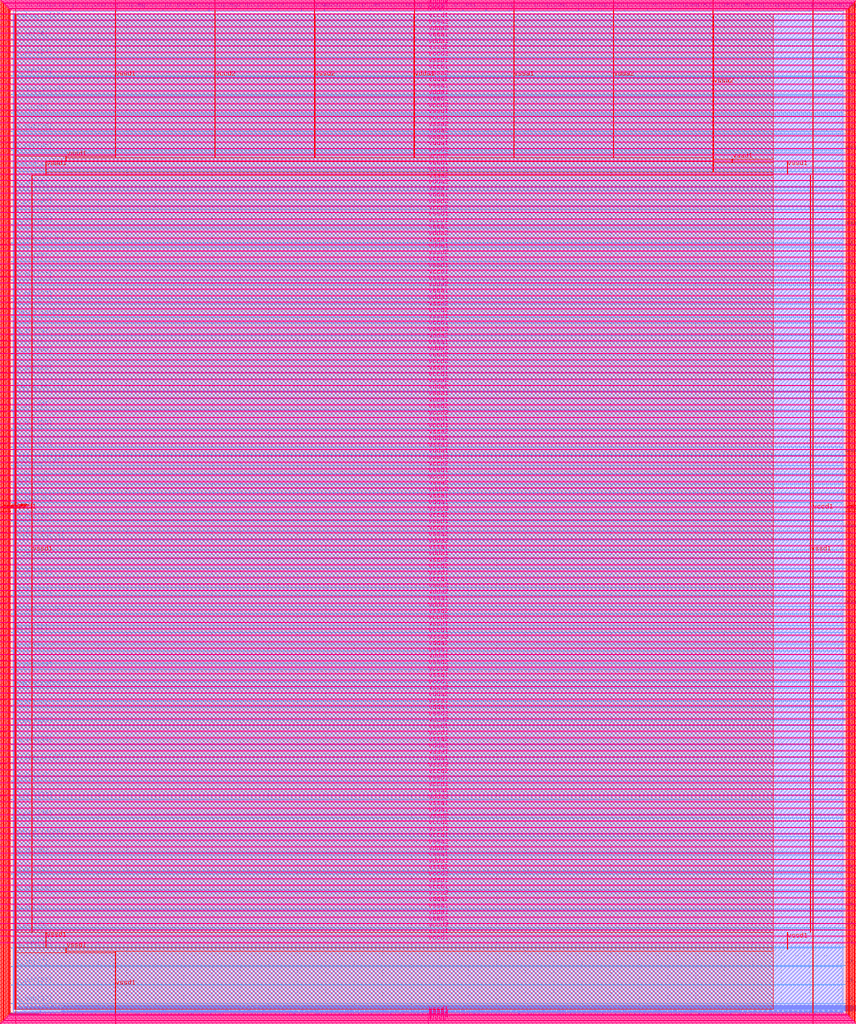
<source format=lef>
VERSION 5.7 ;
  NOWIREEXTENSIONATPIN ON ;
  DIVIDERCHAR "/" ;
  BUSBITCHARS "[]" ;
MACRO user_project_wrapper
  CLASS BLOCK ;
  FOREIGN user_project_wrapper ;
  ORIGIN 0.000 0.000 ;
  SIZE 2920.000 BY 3520.000 ;
  PIN analog_io[0]
    DIRECTION INOUT ;
    USE SIGNAL ;
    PORT
      LAYER met3 ;
        RECT 2917.600 1426.380 2924.800 1427.580 ;
    END
  END analog_io[0]
  PIN analog_io[10]
    DIRECTION INOUT ;
    USE SIGNAL ;
    PORT
      LAYER met2 ;
        RECT 2230.490 3517.600 2231.050 3524.800 ;
    END
  END analog_io[10]
  PIN analog_io[11]
    DIRECTION INOUT ;
    USE SIGNAL ;
    PORT
      LAYER met2 ;
        RECT 1905.730 3517.600 1906.290 3524.800 ;
    END
  END analog_io[11]
  PIN analog_io[12]
    DIRECTION INOUT ;
    USE SIGNAL ;
    PORT
      LAYER met2 ;
        RECT 1581.430 3517.600 1581.990 3524.800 ;
    END
  END analog_io[12]
  PIN analog_io[13]
    DIRECTION INOUT ;
    USE SIGNAL ;
    PORT
      LAYER met2 ;
        RECT 1257.130 3517.600 1257.690 3524.800 ;
    END
  END analog_io[13]
  PIN analog_io[14]
    DIRECTION INOUT ;
    USE SIGNAL ;
    PORT
      LAYER met2 ;
        RECT 932.370 3517.600 932.930 3524.800 ;
    END
  END analog_io[14]
  PIN analog_io[15]
    DIRECTION INOUT ;
    USE SIGNAL ;
    PORT
      LAYER met2 ;
        RECT 608.070 3517.600 608.630 3524.800 ;
    END
  END analog_io[15]
  PIN analog_io[16]
    DIRECTION INOUT ;
    USE SIGNAL ;
    PORT
      LAYER met2 ;
        RECT 283.770 3517.600 284.330 3524.800 ;
    END
  END analog_io[16]
  PIN analog_io[17]
    DIRECTION INOUT ;
    USE SIGNAL ;
    PORT
      LAYER met3 ;
        RECT -4.800 3486.100 2.400 3487.300 ;
    END
  END analog_io[17]
  PIN analog_io[18]
    DIRECTION INOUT ;
    USE SIGNAL ;
    PORT
      LAYER met3 ;
        RECT -4.800 3224.980 2.400 3226.180 ;
    END
  END analog_io[18]
  PIN analog_io[19]
    DIRECTION INOUT ;
    USE SIGNAL ;
    PORT
      LAYER met3 ;
        RECT -4.800 2964.540 2.400 2965.740 ;
    END
  END analog_io[19]
  PIN analog_io[1]
    DIRECTION INOUT ;
    USE SIGNAL ;
    PORT
      LAYER met3 ;
        RECT 2917.600 1692.260 2924.800 1693.460 ;
    END
  END analog_io[1]
  PIN analog_io[20]
    DIRECTION INOUT ;
    USE SIGNAL ;
    PORT
      LAYER met3 ;
        RECT -4.800 2703.420 2.400 2704.620 ;
    END
  END analog_io[20]
  PIN analog_io[21]
    DIRECTION INOUT ;
    USE SIGNAL ;
    PORT
      LAYER met3 ;
        RECT -4.800 2442.980 2.400 2444.180 ;
    END
  END analog_io[21]
  PIN analog_io[22]
    DIRECTION INOUT ;
    USE SIGNAL ;
    PORT
      LAYER met3 ;
        RECT -4.800 2182.540 2.400 2183.740 ;
    END
  END analog_io[22]
  PIN analog_io[23]
    DIRECTION INOUT ;
    USE SIGNAL ;
    PORT
      LAYER met3 ;
        RECT -4.800 1921.420 2.400 1922.620 ;
    END
  END analog_io[23]
  PIN analog_io[24]
    DIRECTION INOUT ;
    USE SIGNAL ;
    PORT
      LAYER met3 ;
        RECT -4.800 1660.980 2.400 1662.180 ;
    END
  END analog_io[24]
  PIN analog_io[25]
    DIRECTION INOUT ;
    USE SIGNAL ;
    PORT
      LAYER met3 ;
        RECT -4.800 1399.860 2.400 1401.060 ;
    END
  END analog_io[25]
  PIN analog_io[26]
    DIRECTION INOUT ;
    USE SIGNAL ;
    PORT
      LAYER met3 ;
        RECT -4.800 1139.420 2.400 1140.620 ;
    END
  END analog_io[26]
  PIN analog_io[27]
    DIRECTION INOUT ;
    USE SIGNAL ;
    PORT
      LAYER met3 ;
        RECT -4.800 878.980 2.400 880.180 ;
    END
  END analog_io[27]
  PIN analog_io[28]
    DIRECTION INOUT ;
    USE SIGNAL ;
    PORT
      LAYER met3 ;
        RECT -4.800 617.860 2.400 619.060 ;
    END
  END analog_io[28]
  PIN analog_io[2]
    DIRECTION INOUT ;
    USE SIGNAL ;
    PORT
      LAYER met3 ;
        RECT 2917.600 1958.140 2924.800 1959.340 ;
    END
  END analog_io[2]
  PIN analog_io[3]
    DIRECTION INOUT ;
    USE SIGNAL ;
    PORT
      LAYER met3 ;
        RECT 2917.600 2223.340 2924.800 2224.540 ;
    END
  END analog_io[3]
  PIN analog_io[4]
    DIRECTION INOUT ;
    USE SIGNAL ;
    PORT
      LAYER met3 ;
        RECT 2917.600 2489.220 2924.800 2490.420 ;
    END
  END analog_io[4]
  PIN analog_io[5]
    DIRECTION INOUT ;
    USE SIGNAL ;
    PORT
      LAYER met3 ;
        RECT 2917.600 2755.100 2924.800 2756.300 ;
    END
  END analog_io[5]
  PIN analog_io[6]
    DIRECTION INOUT ;
    USE SIGNAL ;
    PORT
      LAYER met3 ;
        RECT 2917.600 3020.300 2924.800 3021.500 ;
    END
  END analog_io[6]
  PIN analog_io[7]
    DIRECTION INOUT ;
    USE SIGNAL ;
    PORT
      LAYER met3 ;
        RECT 2917.600 3286.180 2924.800 3287.380 ;
    END
  END analog_io[7]
  PIN analog_io[8]
    DIRECTION INOUT ;
    USE SIGNAL ;
    PORT
      LAYER met2 ;
        RECT 2879.090 3517.600 2879.650 3524.800 ;
    END
  END analog_io[8]
  PIN analog_io[9]
    DIRECTION INOUT ;
    USE SIGNAL ;
    PORT
      LAYER met2 ;
        RECT 2554.790 3517.600 2555.350 3524.800 ;
    END
  END analog_io[9]
  PIN io_in[0]
    DIRECTION INPUT ;
    USE SIGNAL ;
    PORT
      LAYER met3 ;
        RECT 2917.600 32.380 2924.800 33.580 ;
    END
  END io_in[0]
  PIN io_in[10]
    DIRECTION INPUT ;
    USE SIGNAL ;
    PORT
      LAYER met3 ;
        RECT 2917.600 2289.980 2924.800 2291.180 ;
    END
  END io_in[10]
  PIN io_in[11]
    DIRECTION INPUT ;
    USE SIGNAL ;
    PORT
      LAYER met3 ;
        RECT 2917.600 2555.860 2924.800 2557.060 ;
    END
  END io_in[11]
  PIN io_in[12]
    DIRECTION INPUT ;
    USE SIGNAL ;
    PORT
      LAYER met3 ;
        RECT 2917.600 2821.060 2924.800 2822.260 ;
    END
  END io_in[12]
  PIN io_in[13]
    DIRECTION INPUT ;
    USE SIGNAL ;
    PORT
      LAYER met3 ;
        RECT 2917.600 3086.940 2924.800 3088.140 ;
    END
  END io_in[13]
  PIN io_in[14]
    DIRECTION INPUT ;
    USE SIGNAL ;
    PORT
      LAYER met3 ;
        RECT 2917.600 3352.820 2924.800 3354.020 ;
    END
  END io_in[14]
  PIN io_in[15]
    DIRECTION INPUT ;
    USE SIGNAL ;
    PORT
      LAYER met2 ;
        RECT 2798.130 3517.600 2798.690 3524.800 ;
    END
  END io_in[15]
  PIN io_in[16]
    DIRECTION INPUT ;
    USE SIGNAL ;
    PORT
      LAYER met2 ;
        RECT 2473.830 3517.600 2474.390 3524.800 ;
    END
  END io_in[16]
  PIN io_in[17]
    DIRECTION INPUT ;
    USE SIGNAL ;
    PORT
      LAYER met2 ;
        RECT 2149.070 3517.600 2149.630 3524.800 ;
    END
  END io_in[17]
  PIN io_in[18]
    DIRECTION INPUT ;
    USE SIGNAL ;
    PORT
      LAYER met2 ;
        RECT 1824.770 3517.600 1825.330 3524.800 ;
    END
  END io_in[18]
  PIN io_in[19]
    DIRECTION INPUT ;
    USE SIGNAL ;
    PORT
      LAYER met2 ;
        RECT 1500.470 3517.600 1501.030 3524.800 ;
    END
  END io_in[19]
  PIN io_in[1]
    DIRECTION INPUT ;
    USE SIGNAL ;
    PORT
      LAYER met3 ;
        RECT 2917.600 230.940 2924.800 232.140 ;
    END
  END io_in[1]
  PIN io_in[20]
    DIRECTION INPUT ;
    USE SIGNAL ;
    PORT
      LAYER met2 ;
        RECT 1175.710 3517.600 1176.270 3524.800 ;
    END
  END io_in[20]
  PIN io_in[21]
    DIRECTION INPUT ;
    USE SIGNAL ;
    PORT
      LAYER met2 ;
        RECT 851.410 3517.600 851.970 3524.800 ;
    END
  END io_in[21]
  PIN io_in[22]
    DIRECTION INPUT ;
    USE SIGNAL ;
    PORT
      LAYER met2 ;
        RECT 527.110 3517.600 527.670 3524.800 ;
    END
  END io_in[22]
  PIN io_in[23]
    DIRECTION INPUT ;
    USE SIGNAL ;
    PORT
      LAYER met2 ;
        RECT 202.350 3517.600 202.910 3524.800 ;
    END
  END io_in[23]
  PIN io_in[24]
    DIRECTION INPUT ;
    USE SIGNAL ;
    PORT
      LAYER met3 ;
        RECT -4.800 3420.820 2.400 3422.020 ;
    END
  END io_in[24]
  PIN io_in[25]
    DIRECTION INPUT ;
    USE SIGNAL ;
    PORT
      LAYER met3 ;
        RECT -4.800 3159.700 2.400 3160.900 ;
    END
  END io_in[25]
  PIN io_in[26]
    DIRECTION INPUT ;
    USE SIGNAL ;
    PORT
      LAYER met3 ;
        RECT -4.800 2899.260 2.400 2900.460 ;
    END
  END io_in[26]
  PIN io_in[27]
    DIRECTION INPUT ;
    USE SIGNAL ;
    PORT
      LAYER met3 ;
        RECT -4.800 2638.820 2.400 2640.020 ;
    END
  END io_in[27]
  PIN io_in[28]
    DIRECTION INPUT ;
    USE SIGNAL ;
    PORT
      LAYER met3 ;
        RECT -4.800 2377.700 2.400 2378.900 ;
    END
  END io_in[28]
  PIN io_in[29]
    DIRECTION INPUT ;
    USE SIGNAL ;
    PORT
      LAYER met3 ;
        RECT -4.800 2117.260 2.400 2118.460 ;
    END
  END io_in[29]
  PIN io_in[2]
    DIRECTION INPUT ;
    USE SIGNAL ;
    PORT
      LAYER met3 ;
        RECT 2917.600 430.180 2924.800 431.380 ;
    END
  END io_in[2]
  PIN io_in[30]
    DIRECTION INPUT ;
    USE SIGNAL ;
    PORT
      LAYER met3 ;
        RECT -4.800 1856.140 2.400 1857.340 ;
    END
  END io_in[30]
  PIN io_in[31]
    DIRECTION INPUT ;
    USE SIGNAL ;
    PORT
      LAYER met3 ;
        RECT -4.800 1595.700 2.400 1596.900 ;
    END
  END io_in[31]
  PIN io_in[32]
    DIRECTION INPUT ;
    USE SIGNAL ;
    PORT
      LAYER met3 ;
        RECT -4.800 1335.260 2.400 1336.460 ;
    END
  END io_in[32]
  PIN io_in[33]
    DIRECTION INPUT ;
    USE SIGNAL ;
    PORT
      LAYER met3 ;
        RECT -4.800 1074.140 2.400 1075.340 ;
    END
  END io_in[33]
  PIN io_in[34]
    DIRECTION INPUT ;
    USE SIGNAL ;
    PORT
      LAYER met3 ;
        RECT -4.800 813.700 2.400 814.900 ;
    END
  END io_in[34]
  PIN io_in[35]
    DIRECTION INPUT ;
    USE SIGNAL ;
    PORT
      LAYER met3 ;
        RECT -4.800 552.580 2.400 553.780 ;
    END
  END io_in[35]
  PIN io_in[36]
    DIRECTION INPUT ;
    USE SIGNAL ;
    PORT
      LAYER met3 ;
        RECT -4.800 357.420 2.400 358.620 ;
    END
  END io_in[36]
  PIN io_in[37]
    DIRECTION INPUT ;
    USE SIGNAL ;
    PORT
      LAYER met3 ;
        RECT -4.800 161.580 2.400 162.780 ;
    END
  END io_in[37]
  PIN io_in[3]
    DIRECTION INPUT ;
    USE SIGNAL ;
    PORT
      LAYER met3 ;
        RECT 2917.600 629.420 2924.800 630.620 ;
    END
  END io_in[3]
  PIN io_in[4]
    DIRECTION INPUT ;
    USE SIGNAL ;
    PORT
      LAYER met3 ;
        RECT 2917.600 828.660 2924.800 829.860 ;
    END
  END io_in[4]
  PIN io_in[5]
    DIRECTION INPUT ;
    USE SIGNAL ;
    PORT
      LAYER met3 ;
        RECT 2917.600 1027.900 2924.800 1029.100 ;
    END
  END io_in[5]
  PIN io_in[6]
    DIRECTION INPUT ;
    USE SIGNAL ;
    PORT
      LAYER met3 ;
        RECT 2917.600 1227.140 2924.800 1228.340 ;
    END
  END io_in[6]
  PIN io_in[7]
    DIRECTION INPUT ;
    USE SIGNAL ;
    PORT
      LAYER met3 ;
        RECT 2917.600 1493.020 2924.800 1494.220 ;
    END
  END io_in[7]
  PIN io_in[8]
    DIRECTION INPUT ;
    USE SIGNAL ;
    PORT
      LAYER met3 ;
        RECT 2917.600 1758.900 2924.800 1760.100 ;
    END
  END io_in[8]
  PIN io_in[9]
    DIRECTION INPUT ;
    USE SIGNAL ;
    PORT
      LAYER met3 ;
        RECT 2917.600 2024.100 2924.800 2025.300 ;
    END
  END io_in[9]
  PIN io_oeb[0]
    DIRECTION OUTPUT TRISTATE ;
    USE SIGNAL ;
    PORT
      LAYER met3 ;
        RECT 2917.600 164.980 2924.800 166.180 ;
    END
  END io_oeb[0]
  PIN io_oeb[10]
    DIRECTION OUTPUT TRISTATE ;
    USE SIGNAL ;
    PORT
      LAYER met3 ;
        RECT 2917.600 2422.580 2924.800 2423.780 ;
    END
  END io_oeb[10]
  PIN io_oeb[11]
    DIRECTION OUTPUT TRISTATE ;
    USE SIGNAL ;
    PORT
      LAYER met3 ;
        RECT 2917.600 2688.460 2924.800 2689.660 ;
    END
  END io_oeb[11]
  PIN io_oeb[12]
    DIRECTION OUTPUT TRISTATE ;
    USE SIGNAL ;
    PORT
      LAYER met3 ;
        RECT 2917.600 2954.340 2924.800 2955.540 ;
    END
  END io_oeb[12]
  PIN io_oeb[13]
    DIRECTION OUTPUT TRISTATE ;
    USE SIGNAL ;
    PORT
      LAYER met3 ;
        RECT 2917.600 3219.540 2924.800 3220.740 ;
    END
  END io_oeb[13]
  PIN io_oeb[14]
    DIRECTION OUTPUT TRISTATE ;
    USE SIGNAL ;
    PORT
      LAYER met3 ;
        RECT 2917.600 3485.420 2924.800 3486.620 ;
    END
  END io_oeb[14]
  PIN io_oeb[15]
    DIRECTION OUTPUT TRISTATE ;
    USE SIGNAL ;
    PORT
      LAYER met2 ;
        RECT 2635.750 3517.600 2636.310 3524.800 ;
    END
  END io_oeb[15]
  PIN io_oeb[16]
    DIRECTION OUTPUT TRISTATE ;
    USE SIGNAL ;
    PORT
      LAYER met2 ;
        RECT 2311.450 3517.600 2312.010 3524.800 ;
    END
  END io_oeb[16]
  PIN io_oeb[17]
    DIRECTION OUTPUT TRISTATE ;
    USE SIGNAL ;
    PORT
      LAYER met2 ;
        RECT 1987.150 3517.600 1987.710 3524.800 ;
    END
  END io_oeb[17]
  PIN io_oeb[18]
    DIRECTION OUTPUT TRISTATE ;
    USE SIGNAL ;
    PORT
      LAYER met2 ;
        RECT 1662.390 3517.600 1662.950 3524.800 ;
    END
  END io_oeb[18]
  PIN io_oeb[19]
    DIRECTION OUTPUT TRISTATE ;
    USE SIGNAL ;
    PORT
      LAYER met2 ;
        RECT 1338.090 3517.600 1338.650 3524.800 ;
    END
  END io_oeb[19]
  PIN io_oeb[1]
    DIRECTION OUTPUT TRISTATE ;
    USE SIGNAL ;
    PORT
      LAYER met3 ;
        RECT 2917.600 364.220 2924.800 365.420 ;
    END
  END io_oeb[1]
  PIN io_oeb[20]
    DIRECTION OUTPUT TRISTATE ;
    USE SIGNAL ;
    PORT
      LAYER met2 ;
        RECT 1013.790 3517.600 1014.350 3524.800 ;
    END
  END io_oeb[20]
  PIN io_oeb[21]
    DIRECTION OUTPUT TRISTATE ;
    USE SIGNAL ;
    PORT
      LAYER met2 ;
        RECT 689.030 3517.600 689.590 3524.800 ;
    END
  END io_oeb[21]
  PIN io_oeb[22]
    DIRECTION OUTPUT TRISTATE ;
    USE SIGNAL ;
    PORT
      LAYER met2 ;
        RECT 364.730 3517.600 365.290 3524.800 ;
    END
  END io_oeb[22]
  PIN io_oeb[23]
    DIRECTION OUTPUT TRISTATE ;
    USE SIGNAL ;
    PORT
      LAYER met2 ;
        RECT 40.430 3517.600 40.990 3524.800 ;
    END
  END io_oeb[23]
  PIN io_oeb[24]
    DIRECTION OUTPUT TRISTATE ;
    USE SIGNAL ;
    PORT
      LAYER met3 ;
        RECT -4.800 3290.260 2.400 3291.460 ;
    END
  END io_oeb[24]
  PIN io_oeb[25]
    DIRECTION OUTPUT TRISTATE ;
    USE SIGNAL ;
    PORT
      LAYER met3 ;
        RECT -4.800 3029.820 2.400 3031.020 ;
    END
  END io_oeb[25]
  PIN io_oeb[26]
    DIRECTION OUTPUT TRISTATE ;
    USE SIGNAL ;
    PORT
      LAYER met3 ;
        RECT -4.800 2768.700 2.400 2769.900 ;
    END
  END io_oeb[26]
  PIN io_oeb[27]
    DIRECTION OUTPUT TRISTATE ;
    USE SIGNAL ;
    PORT
      LAYER met3 ;
        RECT -4.800 2508.260 2.400 2509.460 ;
    END
  END io_oeb[27]
  PIN io_oeb[28]
    DIRECTION OUTPUT TRISTATE ;
    USE SIGNAL ;
    PORT
      LAYER met3 ;
        RECT -4.800 2247.140 2.400 2248.340 ;
    END
  END io_oeb[28]
  PIN io_oeb[29]
    DIRECTION OUTPUT TRISTATE ;
    USE SIGNAL ;
    PORT
      LAYER met3 ;
        RECT -4.800 1986.700 2.400 1987.900 ;
    END
  END io_oeb[29]
  PIN io_oeb[2]
    DIRECTION OUTPUT TRISTATE ;
    USE SIGNAL ;
    PORT
      LAYER met3 ;
        RECT 2917.600 563.460 2924.800 564.660 ;
    END
  END io_oeb[2]
  PIN io_oeb[30]
    DIRECTION OUTPUT TRISTATE ;
    USE SIGNAL ;
    PORT
      LAYER met3 ;
        RECT -4.800 1726.260 2.400 1727.460 ;
    END
  END io_oeb[30]
  PIN io_oeb[31]
    DIRECTION OUTPUT TRISTATE ;
    USE SIGNAL ;
    PORT
      LAYER met3 ;
        RECT -4.800 1465.140 2.400 1466.340 ;
    END
  END io_oeb[31]
  PIN io_oeb[32]
    DIRECTION OUTPUT TRISTATE ;
    USE SIGNAL ;
    PORT
      LAYER met3 ;
        RECT -4.800 1204.700 2.400 1205.900 ;
    END
  END io_oeb[32]
  PIN io_oeb[33]
    DIRECTION OUTPUT TRISTATE ;
    USE SIGNAL ;
    PORT
      LAYER met3 ;
        RECT -4.800 943.580 2.400 944.780 ;
    END
  END io_oeb[33]
  PIN io_oeb[34]
    DIRECTION OUTPUT TRISTATE ;
    USE SIGNAL ;
    PORT
      LAYER met3 ;
        RECT -4.800 683.140 2.400 684.340 ;
    END
  END io_oeb[34]
  PIN io_oeb[35]
    DIRECTION OUTPUT TRISTATE ;
    USE SIGNAL ;
    PORT
      LAYER met3 ;
        RECT -4.800 422.700 2.400 423.900 ;
    END
  END io_oeb[35]
  PIN io_oeb[36]
    DIRECTION OUTPUT TRISTATE ;
    USE SIGNAL ;
    PORT
      LAYER met3 ;
        RECT -4.800 226.860 2.400 228.060 ;
    END
  END io_oeb[36]
  PIN io_oeb[37]
    DIRECTION OUTPUT TRISTATE ;
    USE SIGNAL ;
    PORT
      LAYER met3 ;
        RECT -4.800 31.700 2.400 32.900 ;
    END
  END io_oeb[37]
  PIN io_oeb[3]
    DIRECTION OUTPUT TRISTATE ;
    USE SIGNAL ;
    PORT
      LAYER met3 ;
        RECT 2917.600 762.700 2924.800 763.900 ;
    END
  END io_oeb[3]
  PIN io_oeb[4]
    DIRECTION OUTPUT TRISTATE ;
    USE SIGNAL ;
    PORT
      LAYER met3 ;
        RECT 2917.600 961.940 2924.800 963.140 ;
    END
  END io_oeb[4]
  PIN io_oeb[5]
    DIRECTION OUTPUT TRISTATE ;
    USE SIGNAL ;
    PORT
      LAYER met3 ;
        RECT 2917.600 1161.180 2924.800 1162.380 ;
    END
  END io_oeb[5]
  PIN io_oeb[6]
    DIRECTION OUTPUT TRISTATE ;
    USE SIGNAL ;
    PORT
      LAYER met3 ;
        RECT 2917.600 1360.420 2924.800 1361.620 ;
    END
  END io_oeb[6]
  PIN io_oeb[7]
    DIRECTION OUTPUT TRISTATE ;
    USE SIGNAL ;
    PORT
      LAYER met3 ;
        RECT 2917.600 1625.620 2924.800 1626.820 ;
    END
  END io_oeb[7]
  PIN io_oeb[8]
    DIRECTION OUTPUT TRISTATE ;
    USE SIGNAL ;
    PORT
      LAYER met3 ;
        RECT 2917.600 1891.500 2924.800 1892.700 ;
    END
  END io_oeb[8]
  PIN io_oeb[9]
    DIRECTION OUTPUT TRISTATE ;
    USE SIGNAL ;
    PORT
      LAYER met3 ;
        RECT 2917.600 2157.380 2924.800 2158.580 ;
    END
  END io_oeb[9]
  PIN io_out[0]
    DIRECTION OUTPUT TRISTATE ;
    USE SIGNAL ;
    PORT
      LAYER met3 ;
        RECT 2917.600 98.340 2924.800 99.540 ;
    END
  END io_out[0]
  PIN io_out[10]
    DIRECTION OUTPUT TRISTATE ;
    USE SIGNAL ;
    PORT
      LAYER met3 ;
        RECT 2917.600 2356.620 2924.800 2357.820 ;
    END
  END io_out[10]
  PIN io_out[11]
    DIRECTION OUTPUT TRISTATE ;
    USE SIGNAL ;
    PORT
      LAYER met3 ;
        RECT 2917.600 2621.820 2924.800 2623.020 ;
    END
  END io_out[11]
  PIN io_out[12]
    DIRECTION OUTPUT TRISTATE ;
    USE SIGNAL ;
    PORT
      LAYER met3 ;
        RECT 2917.600 2887.700 2924.800 2888.900 ;
    END
  END io_out[12]
  PIN io_out[13]
    DIRECTION OUTPUT TRISTATE ;
    USE SIGNAL ;
    PORT
      LAYER met3 ;
        RECT 2917.600 3153.580 2924.800 3154.780 ;
    END
  END io_out[13]
  PIN io_out[14]
    DIRECTION OUTPUT TRISTATE ;
    USE SIGNAL ;
    PORT
      LAYER met3 ;
        RECT 2917.600 3418.780 2924.800 3419.980 ;
    END
  END io_out[14]
  PIN io_out[15]
    DIRECTION OUTPUT TRISTATE ;
    USE SIGNAL ;
    PORT
      LAYER met2 ;
        RECT 2717.170 3517.600 2717.730 3524.800 ;
    END
  END io_out[15]
  PIN io_out[16]
    DIRECTION OUTPUT TRISTATE ;
    USE SIGNAL ;
    PORT
      LAYER met2 ;
        RECT 2392.410 3517.600 2392.970 3524.800 ;
    END
  END io_out[16]
  PIN io_out[17]
    DIRECTION OUTPUT TRISTATE ;
    USE SIGNAL ;
    PORT
      LAYER met2 ;
        RECT 2068.110 3517.600 2068.670 3524.800 ;
    END
  END io_out[17]
  PIN io_out[18]
    DIRECTION OUTPUT TRISTATE ;
    USE SIGNAL ;
    PORT
      LAYER met2 ;
        RECT 1743.810 3517.600 1744.370 3524.800 ;
    END
  END io_out[18]
  PIN io_out[19]
    DIRECTION OUTPUT TRISTATE ;
    USE SIGNAL ;
    PORT
      LAYER met2 ;
        RECT 1419.050 3517.600 1419.610 3524.800 ;
    END
  END io_out[19]
  PIN io_out[1]
    DIRECTION OUTPUT TRISTATE ;
    USE SIGNAL ;
    PORT
      LAYER met3 ;
        RECT 2917.600 297.580 2924.800 298.780 ;
    END
  END io_out[1]
  PIN io_out[20]
    DIRECTION OUTPUT TRISTATE ;
    USE SIGNAL ;
    PORT
      LAYER met2 ;
        RECT 1094.750 3517.600 1095.310 3524.800 ;
    END
  END io_out[20]
  PIN io_out[21]
    DIRECTION OUTPUT TRISTATE ;
    USE SIGNAL ;
    PORT
      LAYER met2 ;
        RECT 770.450 3517.600 771.010 3524.800 ;
    END
  END io_out[21]
  PIN io_out[22]
    DIRECTION OUTPUT TRISTATE ;
    USE SIGNAL ;
    PORT
      LAYER met2 ;
        RECT 445.690 3517.600 446.250 3524.800 ;
    END
  END io_out[22]
  PIN io_out[23]
    DIRECTION OUTPUT TRISTATE ;
    USE SIGNAL ;
    PORT
      LAYER met2 ;
        RECT 121.390 3517.600 121.950 3524.800 ;
    END
  END io_out[23]
  PIN io_out[24]
    DIRECTION OUTPUT TRISTATE ;
    USE SIGNAL ;
    PORT
      LAYER met3 ;
        RECT -4.800 3355.540 2.400 3356.740 ;
    END
  END io_out[24]
  PIN io_out[25]
    DIRECTION OUTPUT TRISTATE ;
    USE SIGNAL ;
    PORT
      LAYER met3 ;
        RECT -4.800 3095.100 2.400 3096.300 ;
    END
  END io_out[25]
  PIN io_out[26]
    DIRECTION OUTPUT TRISTATE ;
    USE SIGNAL ;
    PORT
      LAYER met3 ;
        RECT -4.800 2833.980 2.400 2835.180 ;
    END
  END io_out[26]
  PIN io_out[27]
    DIRECTION OUTPUT TRISTATE ;
    USE SIGNAL ;
    PORT
      LAYER met3 ;
        RECT -4.800 2573.540 2.400 2574.740 ;
    END
  END io_out[27]
  PIN io_out[28]
    DIRECTION OUTPUT TRISTATE ;
    USE SIGNAL ;
    PORT
      LAYER met3 ;
        RECT -4.800 2312.420 2.400 2313.620 ;
    END
  END io_out[28]
  PIN io_out[29]
    DIRECTION OUTPUT TRISTATE ;
    USE SIGNAL ;
    PORT
      LAYER met3 ;
        RECT -4.800 2051.980 2.400 2053.180 ;
    END
  END io_out[29]
  PIN io_out[2]
    DIRECTION OUTPUT TRISTATE ;
    USE SIGNAL ;
    PORT
      LAYER met3 ;
        RECT 2917.600 496.820 2924.800 498.020 ;
    END
  END io_out[2]
  PIN io_out[30]
    DIRECTION OUTPUT TRISTATE ;
    USE SIGNAL ;
    PORT
      LAYER met3 ;
        RECT -4.800 1791.540 2.400 1792.740 ;
    END
  END io_out[30]
  PIN io_out[31]
    DIRECTION OUTPUT TRISTATE ;
    USE SIGNAL ;
    PORT
      LAYER met3 ;
        RECT -4.800 1530.420 2.400 1531.620 ;
    END
  END io_out[31]
  PIN io_out[32]
    DIRECTION OUTPUT TRISTATE ;
    USE SIGNAL ;
    PORT
      LAYER met3 ;
        RECT -4.800 1269.980 2.400 1271.180 ;
    END
  END io_out[32]
  PIN io_out[33]
    DIRECTION OUTPUT TRISTATE ;
    USE SIGNAL ;
    PORT
      LAYER met3 ;
        RECT -4.800 1008.860 2.400 1010.060 ;
    END
  END io_out[33]
  PIN io_out[34]
    DIRECTION OUTPUT TRISTATE ;
    USE SIGNAL ;
    PORT
      LAYER met3 ;
        RECT -4.800 748.420 2.400 749.620 ;
    END
  END io_out[34]
  PIN io_out[35]
    DIRECTION OUTPUT TRISTATE ;
    USE SIGNAL ;
    PORT
      LAYER met3 ;
        RECT -4.800 487.300 2.400 488.500 ;
    END
  END io_out[35]
  PIN io_out[36]
    DIRECTION OUTPUT TRISTATE ;
    USE SIGNAL ;
    PORT
      LAYER met3 ;
        RECT -4.800 292.140 2.400 293.340 ;
    END
  END io_out[36]
  PIN io_out[37]
    DIRECTION OUTPUT TRISTATE ;
    USE SIGNAL ;
    PORT
      LAYER met3 ;
        RECT -4.800 96.300 2.400 97.500 ;
    END
  END io_out[37]
  PIN io_out[3]
    DIRECTION OUTPUT TRISTATE ;
    USE SIGNAL ;
    PORT
      LAYER met3 ;
        RECT 2917.600 696.060 2924.800 697.260 ;
    END
  END io_out[3]
  PIN io_out[4]
    DIRECTION OUTPUT TRISTATE ;
    USE SIGNAL ;
    PORT
      LAYER met3 ;
        RECT 2917.600 895.300 2924.800 896.500 ;
    END
  END io_out[4]
  PIN io_out[5]
    DIRECTION OUTPUT TRISTATE ;
    USE SIGNAL ;
    PORT
      LAYER met3 ;
        RECT 2917.600 1094.540 2924.800 1095.740 ;
    END
  END io_out[5]
  PIN io_out[6]
    DIRECTION OUTPUT TRISTATE ;
    USE SIGNAL ;
    PORT
      LAYER met3 ;
        RECT 2917.600 1293.780 2924.800 1294.980 ;
    END
  END io_out[6]
  PIN io_out[7]
    DIRECTION OUTPUT TRISTATE ;
    USE SIGNAL ;
    PORT
      LAYER met3 ;
        RECT 2917.600 1559.660 2924.800 1560.860 ;
    END
  END io_out[7]
  PIN io_out[8]
    DIRECTION OUTPUT TRISTATE ;
    USE SIGNAL ;
    PORT
      LAYER met3 ;
        RECT 2917.600 1824.860 2924.800 1826.060 ;
    END
  END io_out[8]
  PIN io_out[9]
    DIRECTION OUTPUT TRISTATE ;
    USE SIGNAL ;
    PORT
      LAYER met3 ;
        RECT 2917.600 2090.740 2924.800 2091.940 ;
    END
  END io_out[9]
  PIN la_data_in[0]
    DIRECTION INPUT ;
    USE SIGNAL ;
    PORT
      LAYER met2 ;
        RECT 629.230 -4.800 629.790 2.400 ;
    END
  END la_data_in[0]
  PIN la_data_in[100]
    DIRECTION INPUT ;
    USE SIGNAL ;
    PORT
      LAYER met2 ;
        RECT 2402.530 -4.800 2403.090 2.400 ;
    END
  END la_data_in[100]
  PIN la_data_in[101]
    DIRECTION INPUT ;
    USE SIGNAL ;
    PORT
      LAYER met2 ;
        RECT 2420.010 -4.800 2420.570 2.400 ;
    END
  END la_data_in[101]
  PIN la_data_in[102]
    DIRECTION INPUT ;
    USE SIGNAL ;
    PORT
      LAYER met2 ;
        RECT 2437.950 -4.800 2438.510 2.400 ;
    END
  END la_data_in[102]
  PIN la_data_in[103]
    DIRECTION INPUT ;
    USE SIGNAL ;
    PORT
      LAYER met2 ;
        RECT 2455.430 -4.800 2455.990 2.400 ;
    END
  END la_data_in[103]
  PIN la_data_in[104]
    DIRECTION INPUT ;
    USE SIGNAL ;
    PORT
      LAYER met2 ;
        RECT 2473.370 -4.800 2473.930 2.400 ;
    END
  END la_data_in[104]
  PIN la_data_in[105]
    DIRECTION INPUT ;
    USE SIGNAL ;
    PORT
      LAYER met2 ;
        RECT 2490.850 -4.800 2491.410 2.400 ;
    END
  END la_data_in[105]
  PIN la_data_in[106]
    DIRECTION INPUT ;
    USE SIGNAL ;
    PORT
      LAYER met2 ;
        RECT 2508.790 -4.800 2509.350 2.400 ;
    END
  END la_data_in[106]
  PIN la_data_in[107]
    DIRECTION INPUT ;
    USE SIGNAL ;
    PORT
      LAYER met2 ;
        RECT 2526.730 -4.800 2527.290 2.400 ;
    END
  END la_data_in[107]
  PIN la_data_in[108]
    DIRECTION INPUT ;
    USE SIGNAL ;
    PORT
      LAYER met2 ;
        RECT 2544.210 -4.800 2544.770 2.400 ;
    END
  END la_data_in[108]
  PIN la_data_in[109]
    DIRECTION INPUT ;
    USE SIGNAL ;
    PORT
      LAYER met2 ;
        RECT 2562.150 -4.800 2562.710 2.400 ;
    END
  END la_data_in[109]
  PIN la_data_in[10]
    DIRECTION INPUT ;
    USE SIGNAL ;
    PORT
      LAYER met2 ;
        RECT 806.330 -4.800 806.890 2.400 ;
    END
  END la_data_in[10]
  PIN la_data_in[110]
    DIRECTION INPUT ;
    USE SIGNAL ;
    PORT
      LAYER met2 ;
        RECT 2579.630 -4.800 2580.190 2.400 ;
    END
  END la_data_in[110]
  PIN la_data_in[111]
    DIRECTION INPUT ;
    USE SIGNAL ;
    PORT
      LAYER met2 ;
        RECT 2597.570 -4.800 2598.130 2.400 ;
    END
  END la_data_in[111]
  PIN la_data_in[112]
    DIRECTION INPUT ;
    USE SIGNAL ;
    PORT
      LAYER met2 ;
        RECT 2615.050 -4.800 2615.610 2.400 ;
    END
  END la_data_in[112]
  PIN la_data_in[113]
    DIRECTION INPUT ;
    USE SIGNAL ;
    PORT
      LAYER met2 ;
        RECT 2632.990 -4.800 2633.550 2.400 ;
    END
  END la_data_in[113]
  PIN la_data_in[114]
    DIRECTION INPUT ;
    USE SIGNAL ;
    PORT
      LAYER met2 ;
        RECT 2650.470 -4.800 2651.030 2.400 ;
    END
  END la_data_in[114]
  PIN la_data_in[115]
    DIRECTION INPUT ;
    USE SIGNAL ;
    PORT
      LAYER met2 ;
        RECT 2668.410 -4.800 2668.970 2.400 ;
    END
  END la_data_in[115]
  PIN la_data_in[116]
    DIRECTION INPUT ;
    USE SIGNAL ;
    PORT
      LAYER met2 ;
        RECT 2685.890 -4.800 2686.450 2.400 ;
    END
  END la_data_in[116]
  PIN la_data_in[117]
    DIRECTION INPUT ;
    USE SIGNAL ;
    PORT
      LAYER met2 ;
        RECT 2703.830 -4.800 2704.390 2.400 ;
    END
  END la_data_in[117]
  PIN la_data_in[118]
    DIRECTION INPUT ;
    USE SIGNAL ;
    PORT
      LAYER met2 ;
        RECT 2721.770 -4.800 2722.330 2.400 ;
    END
  END la_data_in[118]
  PIN la_data_in[119]
    DIRECTION INPUT ;
    USE SIGNAL ;
    PORT
      LAYER met2 ;
        RECT 2739.250 -4.800 2739.810 2.400 ;
    END
  END la_data_in[119]
  PIN la_data_in[11]
    DIRECTION INPUT ;
    USE SIGNAL ;
    PORT
      LAYER met2 ;
        RECT 824.270 -4.800 824.830 2.400 ;
    END
  END la_data_in[11]
  PIN la_data_in[120]
    DIRECTION INPUT ;
    USE SIGNAL ;
    PORT
      LAYER met2 ;
        RECT 2757.190 -4.800 2757.750 2.400 ;
    END
  END la_data_in[120]
  PIN la_data_in[121]
    DIRECTION INPUT ;
    USE SIGNAL ;
    PORT
      LAYER met2 ;
        RECT 2774.670 -4.800 2775.230 2.400 ;
    END
  END la_data_in[121]
  PIN la_data_in[122]
    DIRECTION INPUT ;
    USE SIGNAL ;
    PORT
      LAYER met2 ;
        RECT 2792.610 -4.800 2793.170 2.400 ;
    END
  END la_data_in[122]
  PIN la_data_in[123]
    DIRECTION INPUT ;
    USE SIGNAL ;
    PORT
      LAYER met2 ;
        RECT 2810.090 -4.800 2810.650 2.400 ;
    END
  END la_data_in[123]
  PIN la_data_in[124]
    DIRECTION INPUT ;
    USE SIGNAL ;
    PORT
      LAYER met2 ;
        RECT 2828.030 -4.800 2828.590 2.400 ;
    END
  END la_data_in[124]
  PIN la_data_in[125]
    DIRECTION INPUT ;
    USE SIGNAL ;
    PORT
      LAYER met2 ;
        RECT 2845.510 -4.800 2846.070 2.400 ;
    END
  END la_data_in[125]
  PIN la_data_in[126]
    DIRECTION INPUT ;
    USE SIGNAL ;
    PORT
      LAYER met2 ;
        RECT 2863.450 -4.800 2864.010 2.400 ;
    END
  END la_data_in[126]
  PIN la_data_in[127]
    DIRECTION INPUT ;
    USE SIGNAL ;
    PORT
      LAYER met2 ;
        RECT 2881.390 -4.800 2881.950 2.400 ;
    END
  END la_data_in[127]
  PIN la_data_in[12]
    DIRECTION INPUT ;
    USE SIGNAL ;
    PORT
      LAYER met2 ;
        RECT 841.750 -4.800 842.310 2.400 ;
    END
  END la_data_in[12]
  PIN la_data_in[13]
    DIRECTION INPUT ;
    USE SIGNAL ;
    PORT
      LAYER met2 ;
        RECT 859.690 -4.800 860.250 2.400 ;
    END
  END la_data_in[13]
  PIN la_data_in[14]
    DIRECTION INPUT ;
    USE SIGNAL ;
    PORT
      LAYER met2 ;
        RECT 877.170 -4.800 877.730 2.400 ;
    END
  END la_data_in[14]
  PIN la_data_in[15]
    DIRECTION INPUT ;
    USE SIGNAL ;
    PORT
      LAYER met2 ;
        RECT 895.110 -4.800 895.670 2.400 ;
    END
  END la_data_in[15]
  PIN la_data_in[16]
    DIRECTION INPUT ;
    USE SIGNAL ;
    PORT
      LAYER met2 ;
        RECT 912.590 -4.800 913.150 2.400 ;
    END
  END la_data_in[16]
  PIN la_data_in[17]
    DIRECTION INPUT ;
    USE SIGNAL ;
    PORT
      LAYER met2 ;
        RECT 930.530 -4.800 931.090 2.400 ;
    END
  END la_data_in[17]
  PIN la_data_in[18]
    DIRECTION INPUT ;
    USE SIGNAL ;
    PORT
      LAYER met2 ;
        RECT 948.470 -4.800 949.030 2.400 ;
    END
  END la_data_in[18]
  PIN la_data_in[19]
    DIRECTION INPUT ;
    USE SIGNAL ;
    PORT
      LAYER met2 ;
        RECT 965.950 -4.800 966.510 2.400 ;
    END
  END la_data_in[19]
  PIN la_data_in[1]
    DIRECTION INPUT ;
    USE SIGNAL ;
    PORT
      LAYER met2 ;
        RECT 646.710 -4.800 647.270 2.400 ;
    END
  END la_data_in[1]
  PIN la_data_in[20]
    DIRECTION INPUT ;
    USE SIGNAL ;
    PORT
      LAYER met2 ;
        RECT 983.890 -4.800 984.450 2.400 ;
    END
  END la_data_in[20]
  PIN la_data_in[21]
    DIRECTION INPUT ;
    USE SIGNAL ;
    PORT
      LAYER met2 ;
        RECT 1001.370 -4.800 1001.930 2.400 ;
    END
  END la_data_in[21]
  PIN la_data_in[22]
    DIRECTION INPUT ;
    USE SIGNAL ;
    PORT
      LAYER met2 ;
        RECT 1019.310 -4.800 1019.870 2.400 ;
    END
  END la_data_in[22]
  PIN la_data_in[23]
    DIRECTION INPUT ;
    USE SIGNAL ;
    PORT
      LAYER met2 ;
        RECT 1036.790 -4.800 1037.350 2.400 ;
    END
  END la_data_in[23]
  PIN la_data_in[24]
    DIRECTION INPUT ;
    USE SIGNAL ;
    PORT
      LAYER met2 ;
        RECT 1054.730 -4.800 1055.290 2.400 ;
    END
  END la_data_in[24]
  PIN la_data_in[25]
    DIRECTION INPUT ;
    USE SIGNAL ;
    PORT
      LAYER met2 ;
        RECT 1072.210 -4.800 1072.770 2.400 ;
    END
  END la_data_in[25]
  PIN la_data_in[26]
    DIRECTION INPUT ;
    USE SIGNAL ;
    PORT
      LAYER met2 ;
        RECT 1090.150 -4.800 1090.710 2.400 ;
    END
  END la_data_in[26]
  PIN la_data_in[27]
    DIRECTION INPUT ;
    USE SIGNAL ;
    PORT
      LAYER met2 ;
        RECT 1107.630 -4.800 1108.190 2.400 ;
    END
  END la_data_in[27]
  PIN la_data_in[28]
    DIRECTION INPUT ;
    USE SIGNAL ;
    PORT
      LAYER met2 ;
        RECT 1125.570 -4.800 1126.130 2.400 ;
    END
  END la_data_in[28]
  PIN la_data_in[29]
    DIRECTION INPUT ;
    USE SIGNAL ;
    PORT
      LAYER met2 ;
        RECT 1143.510 -4.800 1144.070 2.400 ;
    END
  END la_data_in[29]
  PIN la_data_in[2]
    DIRECTION INPUT ;
    USE SIGNAL ;
    PORT
      LAYER met2 ;
        RECT 664.650 -4.800 665.210 2.400 ;
    END
  END la_data_in[2]
  PIN la_data_in[30]
    DIRECTION INPUT ;
    USE SIGNAL ;
    PORT
      LAYER met2 ;
        RECT 1160.990 -4.800 1161.550 2.400 ;
    END
  END la_data_in[30]
  PIN la_data_in[31]
    DIRECTION INPUT ;
    USE SIGNAL ;
    PORT
      LAYER met2 ;
        RECT 1178.930 -4.800 1179.490 2.400 ;
    END
  END la_data_in[31]
  PIN la_data_in[32]
    DIRECTION INPUT ;
    USE SIGNAL ;
    PORT
      LAYER met2 ;
        RECT 1196.410 -4.800 1196.970 2.400 ;
    END
  END la_data_in[32]
  PIN la_data_in[33]
    DIRECTION INPUT ;
    USE SIGNAL ;
    PORT
      LAYER met2 ;
        RECT 1214.350 -4.800 1214.910 2.400 ;
    END
  END la_data_in[33]
  PIN la_data_in[34]
    DIRECTION INPUT ;
    USE SIGNAL ;
    PORT
      LAYER met2 ;
        RECT 1231.830 -4.800 1232.390 2.400 ;
    END
  END la_data_in[34]
  PIN la_data_in[35]
    DIRECTION INPUT ;
    USE SIGNAL ;
    PORT
      LAYER met2 ;
        RECT 1249.770 -4.800 1250.330 2.400 ;
    END
  END la_data_in[35]
  PIN la_data_in[36]
    DIRECTION INPUT ;
    USE SIGNAL ;
    PORT
      LAYER met2 ;
        RECT 1267.250 -4.800 1267.810 2.400 ;
    END
  END la_data_in[36]
  PIN la_data_in[37]
    DIRECTION INPUT ;
    USE SIGNAL ;
    PORT
      LAYER met2 ;
        RECT 1285.190 -4.800 1285.750 2.400 ;
    END
  END la_data_in[37]
  PIN la_data_in[38]
    DIRECTION INPUT ;
    USE SIGNAL ;
    PORT
      LAYER met2 ;
        RECT 1303.130 -4.800 1303.690 2.400 ;
    END
  END la_data_in[38]
  PIN la_data_in[39]
    DIRECTION INPUT ;
    USE SIGNAL ;
    PORT
      LAYER met2 ;
        RECT 1320.610 -4.800 1321.170 2.400 ;
    END
  END la_data_in[39]
  PIN la_data_in[3]
    DIRECTION INPUT ;
    USE SIGNAL ;
    PORT
      LAYER met2 ;
        RECT 682.130 -4.800 682.690 2.400 ;
    END
  END la_data_in[3]
  PIN la_data_in[40]
    DIRECTION INPUT ;
    USE SIGNAL ;
    PORT
      LAYER met2 ;
        RECT 1338.550 -4.800 1339.110 2.400 ;
    END
  END la_data_in[40]
  PIN la_data_in[41]
    DIRECTION INPUT ;
    USE SIGNAL ;
    PORT
      LAYER met2 ;
        RECT 1356.030 -4.800 1356.590 2.400 ;
    END
  END la_data_in[41]
  PIN la_data_in[42]
    DIRECTION INPUT ;
    USE SIGNAL ;
    PORT
      LAYER met2 ;
        RECT 1373.970 -4.800 1374.530 2.400 ;
    END
  END la_data_in[42]
  PIN la_data_in[43]
    DIRECTION INPUT ;
    USE SIGNAL ;
    PORT
      LAYER met2 ;
        RECT 1391.450 -4.800 1392.010 2.400 ;
    END
  END la_data_in[43]
  PIN la_data_in[44]
    DIRECTION INPUT ;
    USE SIGNAL ;
    PORT
      LAYER met2 ;
        RECT 1409.390 -4.800 1409.950 2.400 ;
    END
  END la_data_in[44]
  PIN la_data_in[45]
    DIRECTION INPUT ;
    USE SIGNAL ;
    PORT
      LAYER met2 ;
        RECT 1426.870 -4.800 1427.430 2.400 ;
    END
  END la_data_in[45]
  PIN la_data_in[46]
    DIRECTION INPUT ;
    USE SIGNAL ;
    PORT
      LAYER met2 ;
        RECT 1444.810 -4.800 1445.370 2.400 ;
    END
  END la_data_in[46]
  PIN la_data_in[47]
    DIRECTION INPUT ;
    USE SIGNAL ;
    PORT
      LAYER met2 ;
        RECT 1462.750 -4.800 1463.310 2.400 ;
    END
  END la_data_in[47]
  PIN la_data_in[48]
    DIRECTION INPUT ;
    USE SIGNAL ;
    PORT
      LAYER met2 ;
        RECT 1480.230 -4.800 1480.790 2.400 ;
    END
  END la_data_in[48]
  PIN la_data_in[49]
    DIRECTION INPUT ;
    USE SIGNAL ;
    PORT
      LAYER met2 ;
        RECT 1498.170 -4.800 1498.730 2.400 ;
    END
  END la_data_in[49]
  PIN la_data_in[4]
    DIRECTION INPUT ;
    USE SIGNAL ;
    PORT
      LAYER met2 ;
        RECT 700.070 -4.800 700.630 2.400 ;
    END
  END la_data_in[4]
  PIN la_data_in[50]
    DIRECTION INPUT ;
    USE SIGNAL ;
    PORT
      LAYER met2 ;
        RECT 1515.650 -4.800 1516.210 2.400 ;
    END
  END la_data_in[50]
  PIN la_data_in[51]
    DIRECTION INPUT ;
    USE SIGNAL ;
    PORT
      LAYER met2 ;
        RECT 1533.590 -4.800 1534.150 2.400 ;
    END
  END la_data_in[51]
  PIN la_data_in[52]
    DIRECTION INPUT ;
    USE SIGNAL ;
    PORT
      LAYER met2 ;
        RECT 1551.070 -4.800 1551.630 2.400 ;
    END
  END la_data_in[52]
  PIN la_data_in[53]
    DIRECTION INPUT ;
    USE SIGNAL ;
    PORT
      LAYER met2 ;
        RECT 1569.010 -4.800 1569.570 2.400 ;
    END
  END la_data_in[53]
  PIN la_data_in[54]
    DIRECTION INPUT ;
    USE SIGNAL ;
    PORT
      LAYER met2 ;
        RECT 1586.490 -4.800 1587.050 2.400 ;
    END
  END la_data_in[54]
  PIN la_data_in[55]
    DIRECTION INPUT ;
    USE SIGNAL ;
    PORT
      LAYER met2 ;
        RECT 1604.430 -4.800 1604.990 2.400 ;
    END
  END la_data_in[55]
  PIN la_data_in[56]
    DIRECTION INPUT ;
    USE SIGNAL ;
    PORT
      LAYER met2 ;
        RECT 1621.910 -4.800 1622.470 2.400 ;
    END
  END la_data_in[56]
  PIN la_data_in[57]
    DIRECTION INPUT ;
    USE SIGNAL ;
    PORT
      LAYER met2 ;
        RECT 1639.850 -4.800 1640.410 2.400 ;
    END
  END la_data_in[57]
  PIN la_data_in[58]
    DIRECTION INPUT ;
    USE SIGNAL ;
    PORT
      LAYER met2 ;
        RECT 1657.790 -4.800 1658.350 2.400 ;
    END
  END la_data_in[58]
  PIN la_data_in[59]
    DIRECTION INPUT ;
    USE SIGNAL ;
    PORT
      LAYER met2 ;
        RECT 1675.270 -4.800 1675.830 2.400 ;
    END
  END la_data_in[59]
  PIN la_data_in[5]
    DIRECTION INPUT ;
    USE SIGNAL ;
    PORT
      LAYER met2 ;
        RECT 717.550 -4.800 718.110 2.400 ;
    END
  END la_data_in[5]
  PIN la_data_in[60]
    DIRECTION INPUT ;
    USE SIGNAL ;
    PORT
      LAYER met2 ;
        RECT 1693.210 -4.800 1693.770 2.400 ;
    END
  END la_data_in[60]
  PIN la_data_in[61]
    DIRECTION INPUT ;
    USE SIGNAL ;
    PORT
      LAYER met2 ;
        RECT 1710.690 -4.800 1711.250 2.400 ;
    END
  END la_data_in[61]
  PIN la_data_in[62]
    DIRECTION INPUT ;
    USE SIGNAL ;
    PORT
      LAYER met2 ;
        RECT 1728.630 -4.800 1729.190 2.400 ;
    END
  END la_data_in[62]
  PIN la_data_in[63]
    DIRECTION INPUT ;
    USE SIGNAL ;
    PORT
      LAYER met2 ;
        RECT 1746.110 -4.800 1746.670 2.400 ;
    END
  END la_data_in[63]
  PIN la_data_in[64]
    DIRECTION INPUT ;
    USE SIGNAL ;
    PORT
      LAYER met2 ;
        RECT 1764.050 -4.800 1764.610 2.400 ;
    END
  END la_data_in[64]
  PIN la_data_in[65]
    DIRECTION INPUT ;
    USE SIGNAL ;
    PORT
      LAYER met2 ;
        RECT 1781.530 -4.800 1782.090 2.400 ;
    END
  END la_data_in[65]
  PIN la_data_in[66]
    DIRECTION INPUT ;
    USE SIGNAL ;
    PORT
      LAYER met2 ;
        RECT 1799.470 -4.800 1800.030 2.400 ;
    END
  END la_data_in[66]
  PIN la_data_in[67]
    DIRECTION INPUT ;
    USE SIGNAL ;
    PORT
      LAYER met2 ;
        RECT 1817.410 -4.800 1817.970 2.400 ;
    END
  END la_data_in[67]
  PIN la_data_in[68]
    DIRECTION INPUT ;
    USE SIGNAL ;
    PORT
      LAYER met2 ;
        RECT 1834.890 -4.800 1835.450 2.400 ;
    END
  END la_data_in[68]
  PIN la_data_in[69]
    DIRECTION INPUT ;
    USE SIGNAL ;
    PORT
      LAYER met2 ;
        RECT 1852.830 -4.800 1853.390 2.400 ;
    END
  END la_data_in[69]
  PIN la_data_in[6]
    DIRECTION INPUT ;
    USE SIGNAL ;
    PORT
      LAYER met2 ;
        RECT 735.490 -4.800 736.050 2.400 ;
    END
  END la_data_in[6]
  PIN la_data_in[70]
    DIRECTION INPUT ;
    USE SIGNAL ;
    PORT
      LAYER met2 ;
        RECT 1870.310 -4.800 1870.870 2.400 ;
    END
  END la_data_in[70]
  PIN la_data_in[71]
    DIRECTION INPUT ;
    USE SIGNAL ;
    PORT
      LAYER met2 ;
        RECT 1888.250 -4.800 1888.810 2.400 ;
    END
  END la_data_in[71]
  PIN la_data_in[72]
    DIRECTION INPUT ;
    USE SIGNAL ;
    PORT
      LAYER met2 ;
        RECT 1905.730 -4.800 1906.290 2.400 ;
    END
  END la_data_in[72]
  PIN la_data_in[73]
    DIRECTION INPUT ;
    USE SIGNAL ;
    PORT
      LAYER met2 ;
        RECT 1923.670 -4.800 1924.230 2.400 ;
    END
  END la_data_in[73]
  PIN la_data_in[74]
    DIRECTION INPUT ;
    USE SIGNAL ;
    PORT
      LAYER met2 ;
        RECT 1941.150 -4.800 1941.710 2.400 ;
    END
  END la_data_in[74]
  PIN la_data_in[75]
    DIRECTION INPUT ;
    USE SIGNAL ;
    PORT
      LAYER met2 ;
        RECT 1959.090 -4.800 1959.650 2.400 ;
    END
  END la_data_in[75]
  PIN la_data_in[76]
    DIRECTION INPUT ;
    USE SIGNAL ;
    PORT
      LAYER met2 ;
        RECT 1976.570 -4.800 1977.130 2.400 ;
    END
  END la_data_in[76]
  PIN la_data_in[77]
    DIRECTION INPUT ;
    USE SIGNAL ;
    PORT
      LAYER met2 ;
        RECT 1994.510 -4.800 1995.070 2.400 ;
    END
  END la_data_in[77]
  PIN la_data_in[78]
    DIRECTION INPUT ;
    USE SIGNAL ;
    PORT
      LAYER met2 ;
        RECT 2012.450 -4.800 2013.010 2.400 ;
    END
  END la_data_in[78]
  PIN la_data_in[79]
    DIRECTION INPUT ;
    USE SIGNAL ;
    PORT
      LAYER met2 ;
        RECT 2029.930 -4.800 2030.490 2.400 ;
    END
  END la_data_in[79]
  PIN la_data_in[7]
    DIRECTION INPUT ;
    USE SIGNAL ;
    PORT
      LAYER met2 ;
        RECT 752.970 -4.800 753.530 2.400 ;
    END
  END la_data_in[7]
  PIN la_data_in[80]
    DIRECTION INPUT ;
    USE SIGNAL ;
    PORT
      LAYER met2 ;
        RECT 2047.870 -4.800 2048.430 2.400 ;
    END
  END la_data_in[80]
  PIN la_data_in[81]
    DIRECTION INPUT ;
    USE SIGNAL ;
    PORT
      LAYER met2 ;
        RECT 2065.350 -4.800 2065.910 2.400 ;
    END
  END la_data_in[81]
  PIN la_data_in[82]
    DIRECTION INPUT ;
    USE SIGNAL ;
    PORT
      LAYER met2 ;
        RECT 2083.290 -4.800 2083.850 2.400 ;
    END
  END la_data_in[82]
  PIN la_data_in[83]
    DIRECTION INPUT ;
    USE SIGNAL ;
    PORT
      LAYER met2 ;
        RECT 2100.770 -4.800 2101.330 2.400 ;
    END
  END la_data_in[83]
  PIN la_data_in[84]
    DIRECTION INPUT ;
    USE SIGNAL ;
    PORT
      LAYER met2 ;
        RECT 2118.710 -4.800 2119.270 2.400 ;
    END
  END la_data_in[84]
  PIN la_data_in[85]
    DIRECTION INPUT ;
    USE SIGNAL ;
    PORT
      LAYER met2 ;
        RECT 2136.190 -4.800 2136.750 2.400 ;
    END
  END la_data_in[85]
  PIN la_data_in[86]
    DIRECTION INPUT ;
    USE SIGNAL ;
    PORT
      LAYER met2 ;
        RECT 2154.130 -4.800 2154.690 2.400 ;
    END
  END la_data_in[86]
  PIN la_data_in[87]
    DIRECTION INPUT ;
    USE SIGNAL ;
    PORT
      LAYER met2 ;
        RECT 2172.070 -4.800 2172.630 2.400 ;
    END
  END la_data_in[87]
  PIN la_data_in[88]
    DIRECTION INPUT ;
    USE SIGNAL ;
    PORT
      LAYER met2 ;
        RECT 2189.550 -4.800 2190.110 2.400 ;
    END
  END la_data_in[88]
  PIN la_data_in[89]
    DIRECTION INPUT ;
    USE SIGNAL ;
    PORT
      LAYER met2 ;
        RECT 2207.490 -4.800 2208.050 2.400 ;
    END
  END la_data_in[89]
  PIN la_data_in[8]
    DIRECTION INPUT ;
    USE SIGNAL ;
    PORT
      LAYER met2 ;
        RECT 770.910 -4.800 771.470 2.400 ;
    END
  END la_data_in[8]
  PIN la_data_in[90]
    DIRECTION INPUT ;
    USE SIGNAL ;
    PORT
      LAYER met2 ;
        RECT 2224.970 -4.800 2225.530 2.400 ;
    END
  END la_data_in[90]
  PIN la_data_in[91]
    DIRECTION INPUT ;
    USE SIGNAL ;
    PORT
      LAYER met2 ;
        RECT 2242.910 -4.800 2243.470 2.400 ;
    END
  END la_data_in[91]
  PIN la_data_in[92]
    DIRECTION INPUT ;
    USE SIGNAL ;
    PORT
      LAYER met2 ;
        RECT 2260.390 -4.800 2260.950 2.400 ;
    END
  END la_data_in[92]
  PIN la_data_in[93]
    DIRECTION INPUT ;
    USE SIGNAL ;
    PORT
      LAYER met2 ;
        RECT 2278.330 -4.800 2278.890 2.400 ;
    END
  END la_data_in[93]
  PIN la_data_in[94]
    DIRECTION INPUT ;
    USE SIGNAL ;
    PORT
      LAYER met2 ;
        RECT 2295.810 -4.800 2296.370 2.400 ;
    END
  END la_data_in[94]
  PIN la_data_in[95]
    DIRECTION INPUT ;
    USE SIGNAL ;
    PORT
      LAYER met2 ;
        RECT 2313.750 -4.800 2314.310 2.400 ;
    END
  END la_data_in[95]
  PIN la_data_in[96]
    DIRECTION INPUT ;
    USE SIGNAL ;
    PORT
      LAYER met2 ;
        RECT 2331.230 -4.800 2331.790 2.400 ;
    END
  END la_data_in[96]
  PIN la_data_in[97]
    DIRECTION INPUT ;
    USE SIGNAL ;
    PORT
      LAYER met2 ;
        RECT 2349.170 -4.800 2349.730 2.400 ;
    END
  END la_data_in[97]
  PIN la_data_in[98]
    DIRECTION INPUT ;
    USE SIGNAL ;
    PORT
      LAYER met2 ;
        RECT 2367.110 -4.800 2367.670 2.400 ;
    END
  END la_data_in[98]
  PIN la_data_in[99]
    DIRECTION INPUT ;
    USE SIGNAL ;
    PORT
      LAYER met2 ;
        RECT 2384.590 -4.800 2385.150 2.400 ;
    END
  END la_data_in[99]
  PIN la_data_in[9]
    DIRECTION INPUT ;
    USE SIGNAL ;
    PORT
      LAYER met2 ;
        RECT 788.850 -4.800 789.410 2.400 ;
    END
  END la_data_in[9]
  PIN la_data_out[0]
    DIRECTION OUTPUT TRISTATE ;
    USE SIGNAL ;
    PORT
      LAYER met2 ;
        RECT 634.750 -4.800 635.310 2.400 ;
    END
  END la_data_out[0]
  PIN la_data_out[100]
    DIRECTION OUTPUT TRISTATE ;
    USE SIGNAL ;
    PORT
      LAYER met2 ;
        RECT 2408.510 -4.800 2409.070 2.400 ;
    END
  END la_data_out[100]
  PIN la_data_out[101]
    DIRECTION OUTPUT TRISTATE ;
    USE SIGNAL ;
    PORT
      LAYER met2 ;
        RECT 2425.990 -4.800 2426.550 2.400 ;
    END
  END la_data_out[101]
  PIN la_data_out[102]
    DIRECTION OUTPUT TRISTATE ;
    USE SIGNAL ;
    PORT
      LAYER met2 ;
        RECT 2443.930 -4.800 2444.490 2.400 ;
    END
  END la_data_out[102]
  PIN la_data_out[103]
    DIRECTION OUTPUT TRISTATE ;
    USE SIGNAL ;
    PORT
      LAYER met2 ;
        RECT 2461.410 -4.800 2461.970 2.400 ;
    END
  END la_data_out[103]
  PIN la_data_out[104]
    DIRECTION OUTPUT TRISTATE ;
    USE SIGNAL ;
    PORT
      LAYER met2 ;
        RECT 2479.350 -4.800 2479.910 2.400 ;
    END
  END la_data_out[104]
  PIN la_data_out[105]
    DIRECTION OUTPUT TRISTATE ;
    USE SIGNAL ;
    PORT
      LAYER met2 ;
        RECT 2496.830 -4.800 2497.390 2.400 ;
    END
  END la_data_out[105]
  PIN la_data_out[106]
    DIRECTION OUTPUT TRISTATE ;
    USE SIGNAL ;
    PORT
      LAYER met2 ;
        RECT 2514.770 -4.800 2515.330 2.400 ;
    END
  END la_data_out[106]
  PIN la_data_out[107]
    DIRECTION OUTPUT TRISTATE ;
    USE SIGNAL ;
    PORT
      LAYER met2 ;
        RECT 2532.250 -4.800 2532.810 2.400 ;
    END
  END la_data_out[107]
  PIN la_data_out[108]
    DIRECTION OUTPUT TRISTATE ;
    USE SIGNAL ;
    PORT
      LAYER met2 ;
        RECT 2550.190 -4.800 2550.750 2.400 ;
    END
  END la_data_out[108]
  PIN la_data_out[109]
    DIRECTION OUTPUT TRISTATE ;
    USE SIGNAL ;
    PORT
      LAYER met2 ;
        RECT 2567.670 -4.800 2568.230 2.400 ;
    END
  END la_data_out[109]
  PIN la_data_out[10]
    DIRECTION OUTPUT TRISTATE ;
    USE SIGNAL ;
    PORT
      LAYER met2 ;
        RECT 812.310 -4.800 812.870 2.400 ;
    END
  END la_data_out[10]
  PIN la_data_out[110]
    DIRECTION OUTPUT TRISTATE ;
    USE SIGNAL ;
    PORT
      LAYER met2 ;
        RECT 2585.610 -4.800 2586.170 2.400 ;
    END
  END la_data_out[110]
  PIN la_data_out[111]
    DIRECTION OUTPUT TRISTATE ;
    USE SIGNAL ;
    PORT
      LAYER met2 ;
        RECT 2603.550 -4.800 2604.110 2.400 ;
    END
  END la_data_out[111]
  PIN la_data_out[112]
    DIRECTION OUTPUT TRISTATE ;
    USE SIGNAL ;
    PORT
      LAYER met2 ;
        RECT 2621.030 -4.800 2621.590 2.400 ;
    END
  END la_data_out[112]
  PIN la_data_out[113]
    DIRECTION OUTPUT TRISTATE ;
    USE SIGNAL ;
    PORT
      LAYER met2 ;
        RECT 2638.970 -4.800 2639.530 2.400 ;
    END
  END la_data_out[113]
  PIN la_data_out[114]
    DIRECTION OUTPUT TRISTATE ;
    USE SIGNAL ;
    PORT
      LAYER met2 ;
        RECT 2656.450 -4.800 2657.010 2.400 ;
    END
  END la_data_out[114]
  PIN la_data_out[115]
    DIRECTION OUTPUT TRISTATE ;
    USE SIGNAL ;
    PORT
      LAYER met2 ;
        RECT 2674.390 -4.800 2674.950 2.400 ;
    END
  END la_data_out[115]
  PIN la_data_out[116]
    DIRECTION OUTPUT TRISTATE ;
    USE SIGNAL ;
    PORT
      LAYER met2 ;
        RECT 2691.870 -4.800 2692.430 2.400 ;
    END
  END la_data_out[116]
  PIN la_data_out[117]
    DIRECTION OUTPUT TRISTATE ;
    USE SIGNAL ;
    PORT
      LAYER met2 ;
        RECT 2709.810 -4.800 2710.370 2.400 ;
    END
  END la_data_out[117]
  PIN la_data_out[118]
    DIRECTION OUTPUT TRISTATE ;
    USE SIGNAL ;
    PORT
      LAYER met2 ;
        RECT 2727.290 -4.800 2727.850 2.400 ;
    END
  END la_data_out[118]
  PIN la_data_out[119]
    DIRECTION OUTPUT TRISTATE ;
    USE SIGNAL ;
    PORT
      LAYER met2 ;
        RECT 2745.230 -4.800 2745.790 2.400 ;
    END
  END la_data_out[119]
  PIN la_data_out[11]
    DIRECTION OUTPUT TRISTATE ;
    USE SIGNAL ;
    PORT
      LAYER met2 ;
        RECT 830.250 -4.800 830.810 2.400 ;
    END
  END la_data_out[11]
  PIN la_data_out[120]
    DIRECTION OUTPUT TRISTATE ;
    USE SIGNAL ;
    PORT
      LAYER met2 ;
        RECT 2763.170 -4.800 2763.730 2.400 ;
    END
  END la_data_out[120]
  PIN la_data_out[121]
    DIRECTION OUTPUT TRISTATE ;
    USE SIGNAL ;
    PORT
      LAYER met2 ;
        RECT 2780.650 -4.800 2781.210 2.400 ;
    END
  END la_data_out[121]
  PIN la_data_out[122]
    DIRECTION OUTPUT TRISTATE ;
    USE SIGNAL ;
    PORT
      LAYER met2 ;
        RECT 2798.590 -4.800 2799.150 2.400 ;
    END
  END la_data_out[122]
  PIN la_data_out[123]
    DIRECTION OUTPUT TRISTATE ;
    USE SIGNAL ;
    PORT
      LAYER met2 ;
        RECT 2816.070 -4.800 2816.630 2.400 ;
    END
  END la_data_out[123]
  PIN la_data_out[124]
    DIRECTION OUTPUT TRISTATE ;
    USE SIGNAL ;
    PORT
      LAYER met2 ;
        RECT 2834.010 -4.800 2834.570 2.400 ;
    END
  END la_data_out[124]
  PIN la_data_out[125]
    DIRECTION OUTPUT TRISTATE ;
    USE SIGNAL ;
    PORT
      LAYER met2 ;
        RECT 2851.490 -4.800 2852.050 2.400 ;
    END
  END la_data_out[125]
  PIN la_data_out[126]
    DIRECTION OUTPUT TRISTATE ;
    USE SIGNAL ;
    PORT
      LAYER met2 ;
        RECT 2869.430 -4.800 2869.990 2.400 ;
    END
  END la_data_out[126]
  PIN la_data_out[127]
    DIRECTION OUTPUT TRISTATE ;
    USE SIGNAL ;
    PORT
      LAYER met2 ;
        RECT 2886.910 -4.800 2887.470 2.400 ;
    END
  END la_data_out[127]
  PIN la_data_out[12]
    DIRECTION OUTPUT TRISTATE ;
    USE SIGNAL ;
    PORT
      LAYER met2 ;
        RECT 847.730 -4.800 848.290 2.400 ;
    END
  END la_data_out[12]
  PIN la_data_out[13]
    DIRECTION OUTPUT TRISTATE ;
    USE SIGNAL ;
    PORT
      LAYER met2 ;
        RECT 865.670 -4.800 866.230 2.400 ;
    END
  END la_data_out[13]
  PIN la_data_out[14]
    DIRECTION OUTPUT TRISTATE ;
    USE SIGNAL ;
    PORT
      LAYER met2 ;
        RECT 883.150 -4.800 883.710 2.400 ;
    END
  END la_data_out[14]
  PIN la_data_out[15]
    DIRECTION OUTPUT TRISTATE ;
    USE SIGNAL ;
    PORT
      LAYER met2 ;
        RECT 901.090 -4.800 901.650 2.400 ;
    END
  END la_data_out[15]
  PIN la_data_out[16]
    DIRECTION OUTPUT TRISTATE ;
    USE SIGNAL ;
    PORT
      LAYER met2 ;
        RECT 918.570 -4.800 919.130 2.400 ;
    END
  END la_data_out[16]
  PIN la_data_out[17]
    DIRECTION OUTPUT TRISTATE ;
    USE SIGNAL ;
    PORT
      LAYER met2 ;
        RECT 936.510 -4.800 937.070 2.400 ;
    END
  END la_data_out[17]
  PIN la_data_out[18]
    DIRECTION OUTPUT TRISTATE ;
    USE SIGNAL ;
    PORT
      LAYER met2 ;
        RECT 953.990 -4.800 954.550 2.400 ;
    END
  END la_data_out[18]
  PIN la_data_out[19]
    DIRECTION OUTPUT TRISTATE ;
    USE SIGNAL ;
    PORT
      LAYER met2 ;
        RECT 971.930 -4.800 972.490 2.400 ;
    END
  END la_data_out[19]
  PIN la_data_out[1]
    DIRECTION OUTPUT TRISTATE ;
    USE SIGNAL ;
    PORT
      LAYER met2 ;
        RECT 652.690 -4.800 653.250 2.400 ;
    END
  END la_data_out[1]
  PIN la_data_out[20]
    DIRECTION OUTPUT TRISTATE ;
    USE SIGNAL ;
    PORT
      LAYER met2 ;
        RECT 989.410 -4.800 989.970 2.400 ;
    END
  END la_data_out[20]
  PIN la_data_out[21]
    DIRECTION OUTPUT TRISTATE ;
    USE SIGNAL ;
    PORT
      LAYER met2 ;
        RECT 1007.350 -4.800 1007.910 2.400 ;
    END
  END la_data_out[21]
  PIN la_data_out[22]
    DIRECTION OUTPUT TRISTATE ;
    USE SIGNAL ;
    PORT
      LAYER met2 ;
        RECT 1025.290 -4.800 1025.850 2.400 ;
    END
  END la_data_out[22]
  PIN la_data_out[23]
    DIRECTION OUTPUT TRISTATE ;
    USE SIGNAL ;
    PORT
      LAYER met2 ;
        RECT 1042.770 -4.800 1043.330 2.400 ;
    END
  END la_data_out[23]
  PIN la_data_out[24]
    DIRECTION OUTPUT TRISTATE ;
    USE SIGNAL ;
    PORT
      LAYER met2 ;
        RECT 1060.710 -4.800 1061.270 2.400 ;
    END
  END la_data_out[24]
  PIN la_data_out[25]
    DIRECTION OUTPUT TRISTATE ;
    USE SIGNAL ;
    PORT
      LAYER met2 ;
        RECT 1078.190 -4.800 1078.750 2.400 ;
    END
  END la_data_out[25]
  PIN la_data_out[26]
    DIRECTION OUTPUT TRISTATE ;
    USE SIGNAL ;
    PORT
      LAYER met2 ;
        RECT 1096.130 -4.800 1096.690 2.400 ;
    END
  END la_data_out[26]
  PIN la_data_out[27]
    DIRECTION OUTPUT TRISTATE ;
    USE SIGNAL ;
    PORT
      LAYER met2 ;
        RECT 1113.610 -4.800 1114.170 2.400 ;
    END
  END la_data_out[27]
  PIN la_data_out[28]
    DIRECTION OUTPUT TRISTATE ;
    USE SIGNAL ;
    PORT
      LAYER met2 ;
        RECT 1131.550 -4.800 1132.110 2.400 ;
    END
  END la_data_out[28]
  PIN la_data_out[29]
    DIRECTION OUTPUT TRISTATE ;
    USE SIGNAL ;
    PORT
      LAYER met2 ;
        RECT 1149.030 -4.800 1149.590 2.400 ;
    END
  END la_data_out[29]
  PIN la_data_out[2]
    DIRECTION OUTPUT TRISTATE ;
    USE SIGNAL ;
    PORT
      LAYER met2 ;
        RECT 670.630 -4.800 671.190 2.400 ;
    END
  END la_data_out[2]
  PIN la_data_out[30]
    DIRECTION OUTPUT TRISTATE ;
    USE SIGNAL ;
    PORT
      LAYER met2 ;
        RECT 1166.970 -4.800 1167.530 2.400 ;
    END
  END la_data_out[30]
  PIN la_data_out[31]
    DIRECTION OUTPUT TRISTATE ;
    USE SIGNAL ;
    PORT
      LAYER met2 ;
        RECT 1184.910 -4.800 1185.470 2.400 ;
    END
  END la_data_out[31]
  PIN la_data_out[32]
    DIRECTION OUTPUT TRISTATE ;
    USE SIGNAL ;
    PORT
      LAYER met2 ;
        RECT 1202.390 -4.800 1202.950 2.400 ;
    END
  END la_data_out[32]
  PIN la_data_out[33]
    DIRECTION OUTPUT TRISTATE ;
    USE SIGNAL ;
    PORT
      LAYER met2 ;
        RECT 1220.330 -4.800 1220.890 2.400 ;
    END
  END la_data_out[33]
  PIN la_data_out[34]
    DIRECTION OUTPUT TRISTATE ;
    USE SIGNAL ;
    PORT
      LAYER met2 ;
        RECT 1237.810 -4.800 1238.370 2.400 ;
    END
  END la_data_out[34]
  PIN la_data_out[35]
    DIRECTION OUTPUT TRISTATE ;
    USE SIGNAL ;
    PORT
      LAYER met2 ;
        RECT 1255.750 -4.800 1256.310 2.400 ;
    END
  END la_data_out[35]
  PIN la_data_out[36]
    DIRECTION OUTPUT TRISTATE ;
    USE SIGNAL ;
    PORT
      LAYER met2 ;
        RECT 1273.230 -4.800 1273.790 2.400 ;
    END
  END la_data_out[36]
  PIN la_data_out[37]
    DIRECTION OUTPUT TRISTATE ;
    USE SIGNAL ;
    PORT
      LAYER met2 ;
        RECT 1291.170 -4.800 1291.730 2.400 ;
    END
  END la_data_out[37]
  PIN la_data_out[38]
    DIRECTION OUTPUT TRISTATE ;
    USE SIGNAL ;
    PORT
      LAYER met2 ;
        RECT 1308.650 -4.800 1309.210 2.400 ;
    END
  END la_data_out[38]
  PIN la_data_out[39]
    DIRECTION OUTPUT TRISTATE ;
    USE SIGNAL ;
    PORT
      LAYER met2 ;
        RECT 1326.590 -4.800 1327.150 2.400 ;
    END
  END la_data_out[39]
  PIN la_data_out[3]
    DIRECTION OUTPUT TRISTATE ;
    USE SIGNAL ;
    PORT
      LAYER met2 ;
        RECT 688.110 -4.800 688.670 2.400 ;
    END
  END la_data_out[3]
  PIN la_data_out[40]
    DIRECTION OUTPUT TRISTATE ;
    USE SIGNAL ;
    PORT
      LAYER met2 ;
        RECT 1344.070 -4.800 1344.630 2.400 ;
    END
  END la_data_out[40]
  PIN la_data_out[41]
    DIRECTION OUTPUT TRISTATE ;
    USE SIGNAL ;
    PORT
      LAYER met2 ;
        RECT 1362.010 -4.800 1362.570 2.400 ;
    END
  END la_data_out[41]
  PIN la_data_out[42]
    DIRECTION OUTPUT TRISTATE ;
    USE SIGNAL ;
    PORT
      LAYER met2 ;
        RECT 1379.950 -4.800 1380.510 2.400 ;
    END
  END la_data_out[42]
  PIN la_data_out[43]
    DIRECTION OUTPUT TRISTATE ;
    USE SIGNAL ;
    PORT
      LAYER met2 ;
        RECT 1397.430 -4.800 1397.990 2.400 ;
    END
  END la_data_out[43]
  PIN la_data_out[44]
    DIRECTION OUTPUT TRISTATE ;
    USE SIGNAL ;
    PORT
      LAYER met2 ;
        RECT 1415.370 -4.800 1415.930 2.400 ;
    END
  END la_data_out[44]
  PIN la_data_out[45]
    DIRECTION OUTPUT TRISTATE ;
    USE SIGNAL ;
    PORT
      LAYER met2 ;
        RECT 1432.850 -4.800 1433.410 2.400 ;
    END
  END la_data_out[45]
  PIN la_data_out[46]
    DIRECTION OUTPUT TRISTATE ;
    USE SIGNAL ;
    PORT
      LAYER met2 ;
        RECT 1450.790 -4.800 1451.350 2.400 ;
    END
  END la_data_out[46]
  PIN la_data_out[47]
    DIRECTION OUTPUT TRISTATE ;
    USE SIGNAL ;
    PORT
      LAYER met2 ;
        RECT 1468.270 -4.800 1468.830 2.400 ;
    END
  END la_data_out[47]
  PIN la_data_out[48]
    DIRECTION OUTPUT TRISTATE ;
    USE SIGNAL ;
    PORT
      LAYER met2 ;
        RECT 1486.210 -4.800 1486.770 2.400 ;
    END
  END la_data_out[48]
  PIN la_data_out[49]
    DIRECTION OUTPUT TRISTATE ;
    USE SIGNAL ;
    PORT
      LAYER met2 ;
        RECT 1503.690 -4.800 1504.250 2.400 ;
    END
  END la_data_out[49]
  PIN la_data_out[4]
    DIRECTION OUTPUT TRISTATE ;
    USE SIGNAL ;
    PORT
      LAYER met2 ;
        RECT 706.050 -4.800 706.610 2.400 ;
    END
  END la_data_out[4]
  PIN la_data_out[50]
    DIRECTION OUTPUT TRISTATE ;
    USE SIGNAL ;
    PORT
      LAYER met2 ;
        RECT 1521.630 -4.800 1522.190 2.400 ;
    END
  END la_data_out[50]
  PIN la_data_out[51]
    DIRECTION OUTPUT TRISTATE ;
    USE SIGNAL ;
    PORT
      LAYER met2 ;
        RECT 1539.570 -4.800 1540.130 2.400 ;
    END
  END la_data_out[51]
  PIN la_data_out[52]
    DIRECTION OUTPUT TRISTATE ;
    USE SIGNAL ;
    PORT
      LAYER met2 ;
        RECT 1557.050 -4.800 1557.610 2.400 ;
    END
  END la_data_out[52]
  PIN la_data_out[53]
    DIRECTION OUTPUT TRISTATE ;
    USE SIGNAL ;
    PORT
      LAYER met2 ;
        RECT 1574.990 -4.800 1575.550 2.400 ;
    END
  END la_data_out[53]
  PIN la_data_out[54]
    DIRECTION OUTPUT TRISTATE ;
    USE SIGNAL ;
    PORT
      LAYER met2 ;
        RECT 1592.470 -4.800 1593.030 2.400 ;
    END
  END la_data_out[54]
  PIN la_data_out[55]
    DIRECTION OUTPUT TRISTATE ;
    USE SIGNAL ;
    PORT
      LAYER met2 ;
        RECT 1610.410 -4.800 1610.970 2.400 ;
    END
  END la_data_out[55]
  PIN la_data_out[56]
    DIRECTION OUTPUT TRISTATE ;
    USE SIGNAL ;
    PORT
      LAYER met2 ;
        RECT 1627.890 -4.800 1628.450 2.400 ;
    END
  END la_data_out[56]
  PIN la_data_out[57]
    DIRECTION OUTPUT TRISTATE ;
    USE SIGNAL ;
    PORT
      LAYER met2 ;
        RECT 1645.830 -4.800 1646.390 2.400 ;
    END
  END la_data_out[57]
  PIN la_data_out[58]
    DIRECTION OUTPUT TRISTATE ;
    USE SIGNAL ;
    PORT
      LAYER met2 ;
        RECT 1663.310 -4.800 1663.870 2.400 ;
    END
  END la_data_out[58]
  PIN la_data_out[59]
    DIRECTION OUTPUT TRISTATE ;
    USE SIGNAL ;
    PORT
      LAYER met2 ;
        RECT 1681.250 -4.800 1681.810 2.400 ;
    END
  END la_data_out[59]
  PIN la_data_out[5]
    DIRECTION OUTPUT TRISTATE ;
    USE SIGNAL ;
    PORT
      LAYER met2 ;
        RECT 723.530 -4.800 724.090 2.400 ;
    END
  END la_data_out[5]
  PIN la_data_out[60]
    DIRECTION OUTPUT TRISTATE ;
    USE SIGNAL ;
    PORT
      LAYER met2 ;
        RECT 1699.190 -4.800 1699.750 2.400 ;
    END
  END la_data_out[60]
  PIN la_data_out[61]
    DIRECTION OUTPUT TRISTATE ;
    USE SIGNAL ;
    PORT
      LAYER met2 ;
        RECT 1716.670 -4.800 1717.230 2.400 ;
    END
  END la_data_out[61]
  PIN la_data_out[62]
    DIRECTION OUTPUT TRISTATE ;
    USE SIGNAL ;
    PORT
      LAYER met2 ;
        RECT 1734.610 -4.800 1735.170 2.400 ;
    END
  END la_data_out[62]
  PIN la_data_out[63]
    DIRECTION OUTPUT TRISTATE ;
    USE SIGNAL ;
    PORT
      LAYER met2 ;
        RECT 1752.090 -4.800 1752.650 2.400 ;
    END
  END la_data_out[63]
  PIN la_data_out[64]
    DIRECTION OUTPUT TRISTATE ;
    USE SIGNAL ;
    PORT
      LAYER met2 ;
        RECT 1770.030 -4.800 1770.590 2.400 ;
    END
  END la_data_out[64]
  PIN la_data_out[65]
    DIRECTION OUTPUT TRISTATE ;
    USE SIGNAL ;
    PORT
      LAYER met2 ;
        RECT 1787.510 -4.800 1788.070 2.400 ;
    END
  END la_data_out[65]
  PIN la_data_out[66]
    DIRECTION OUTPUT TRISTATE ;
    USE SIGNAL ;
    PORT
      LAYER met2 ;
        RECT 1805.450 -4.800 1806.010 2.400 ;
    END
  END la_data_out[66]
  PIN la_data_out[67]
    DIRECTION OUTPUT TRISTATE ;
    USE SIGNAL ;
    PORT
      LAYER met2 ;
        RECT 1822.930 -4.800 1823.490 2.400 ;
    END
  END la_data_out[67]
  PIN la_data_out[68]
    DIRECTION OUTPUT TRISTATE ;
    USE SIGNAL ;
    PORT
      LAYER met2 ;
        RECT 1840.870 -4.800 1841.430 2.400 ;
    END
  END la_data_out[68]
  PIN la_data_out[69]
    DIRECTION OUTPUT TRISTATE ;
    USE SIGNAL ;
    PORT
      LAYER met2 ;
        RECT 1858.350 -4.800 1858.910 2.400 ;
    END
  END la_data_out[69]
  PIN la_data_out[6]
    DIRECTION OUTPUT TRISTATE ;
    USE SIGNAL ;
    PORT
      LAYER met2 ;
        RECT 741.470 -4.800 742.030 2.400 ;
    END
  END la_data_out[6]
  PIN la_data_out[70]
    DIRECTION OUTPUT TRISTATE ;
    USE SIGNAL ;
    PORT
      LAYER met2 ;
        RECT 1876.290 -4.800 1876.850 2.400 ;
    END
  END la_data_out[70]
  PIN la_data_out[71]
    DIRECTION OUTPUT TRISTATE ;
    USE SIGNAL ;
    PORT
      LAYER met2 ;
        RECT 1894.230 -4.800 1894.790 2.400 ;
    END
  END la_data_out[71]
  PIN la_data_out[72]
    DIRECTION OUTPUT TRISTATE ;
    USE SIGNAL ;
    PORT
      LAYER met2 ;
        RECT 1911.710 -4.800 1912.270 2.400 ;
    END
  END la_data_out[72]
  PIN la_data_out[73]
    DIRECTION OUTPUT TRISTATE ;
    USE SIGNAL ;
    PORT
      LAYER met2 ;
        RECT 1929.650 -4.800 1930.210 2.400 ;
    END
  END la_data_out[73]
  PIN la_data_out[74]
    DIRECTION OUTPUT TRISTATE ;
    USE SIGNAL ;
    PORT
      LAYER met2 ;
        RECT 1947.130 -4.800 1947.690 2.400 ;
    END
  END la_data_out[74]
  PIN la_data_out[75]
    DIRECTION OUTPUT TRISTATE ;
    USE SIGNAL ;
    PORT
      LAYER met2 ;
        RECT 1965.070 -4.800 1965.630 2.400 ;
    END
  END la_data_out[75]
  PIN la_data_out[76]
    DIRECTION OUTPUT TRISTATE ;
    USE SIGNAL ;
    PORT
      LAYER met2 ;
        RECT 1982.550 -4.800 1983.110 2.400 ;
    END
  END la_data_out[76]
  PIN la_data_out[77]
    DIRECTION OUTPUT TRISTATE ;
    USE SIGNAL ;
    PORT
      LAYER met2 ;
        RECT 2000.490 -4.800 2001.050 2.400 ;
    END
  END la_data_out[77]
  PIN la_data_out[78]
    DIRECTION OUTPUT TRISTATE ;
    USE SIGNAL ;
    PORT
      LAYER met2 ;
        RECT 2017.970 -4.800 2018.530 2.400 ;
    END
  END la_data_out[78]
  PIN la_data_out[79]
    DIRECTION OUTPUT TRISTATE ;
    USE SIGNAL ;
    PORT
      LAYER met2 ;
        RECT 2035.910 -4.800 2036.470 2.400 ;
    END
  END la_data_out[79]
  PIN la_data_out[7]
    DIRECTION OUTPUT TRISTATE ;
    USE SIGNAL ;
    PORT
      LAYER met2 ;
        RECT 758.950 -4.800 759.510 2.400 ;
    END
  END la_data_out[7]
  PIN la_data_out[80]
    DIRECTION OUTPUT TRISTATE ;
    USE SIGNAL ;
    PORT
      LAYER met2 ;
        RECT 2053.850 -4.800 2054.410 2.400 ;
    END
  END la_data_out[80]
  PIN la_data_out[81]
    DIRECTION OUTPUT TRISTATE ;
    USE SIGNAL ;
    PORT
      LAYER met2 ;
        RECT 2071.330 -4.800 2071.890 2.400 ;
    END
  END la_data_out[81]
  PIN la_data_out[82]
    DIRECTION OUTPUT TRISTATE ;
    USE SIGNAL ;
    PORT
      LAYER met2 ;
        RECT 2089.270 -4.800 2089.830 2.400 ;
    END
  END la_data_out[82]
  PIN la_data_out[83]
    DIRECTION OUTPUT TRISTATE ;
    USE SIGNAL ;
    PORT
      LAYER met2 ;
        RECT 2106.750 -4.800 2107.310 2.400 ;
    END
  END la_data_out[83]
  PIN la_data_out[84]
    DIRECTION OUTPUT TRISTATE ;
    USE SIGNAL ;
    PORT
      LAYER met2 ;
        RECT 2124.690 -4.800 2125.250 2.400 ;
    END
  END la_data_out[84]
  PIN la_data_out[85]
    DIRECTION OUTPUT TRISTATE ;
    USE SIGNAL ;
    PORT
      LAYER met2 ;
        RECT 2142.170 -4.800 2142.730 2.400 ;
    END
  END la_data_out[85]
  PIN la_data_out[86]
    DIRECTION OUTPUT TRISTATE ;
    USE SIGNAL ;
    PORT
      LAYER met2 ;
        RECT 2160.110 -4.800 2160.670 2.400 ;
    END
  END la_data_out[86]
  PIN la_data_out[87]
    DIRECTION OUTPUT TRISTATE ;
    USE SIGNAL ;
    PORT
      LAYER met2 ;
        RECT 2177.590 -4.800 2178.150 2.400 ;
    END
  END la_data_out[87]
  PIN la_data_out[88]
    DIRECTION OUTPUT TRISTATE ;
    USE SIGNAL ;
    PORT
      LAYER met2 ;
        RECT 2195.530 -4.800 2196.090 2.400 ;
    END
  END la_data_out[88]
  PIN la_data_out[89]
    DIRECTION OUTPUT TRISTATE ;
    USE SIGNAL ;
    PORT
      LAYER met2 ;
        RECT 2213.010 -4.800 2213.570 2.400 ;
    END
  END la_data_out[89]
  PIN la_data_out[8]
    DIRECTION OUTPUT TRISTATE ;
    USE SIGNAL ;
    PORT
      LAYER met2 ;
        RECT 776.890 -4.800 777.450 2.400 ;
    END
  END la_data_out[8]
  PIN la_data_out[90]
    DIRECTION OUTPUT TRISTATE ;
    USE SIGNAL ;
    PORT
      LAYER met2 ;
        RECT 2230.950 -4.800 2231.510 2.400 ;
    END
  END la_data_out[90]
  PIN la_data_out[91]
    DIRECTION OUTPUT TRISTATE ;
    USE SIGNAL ;
    PORT
      LAYER met2 ;
        RECT 2248.890 -4.800 2249.450 2.400 ;
    END
  END la_data_out[91]
  PIN la_data_out[92]
    DIRECTION OUTPUT TRISTATE ;
    USE SIGNAL ;
    PORT
      LAYER met2 ;
        RECT 2266.370 -4.800 2266.930 2.400 ;
    END
  END la_data_out[92]
  PIN la_data_out[93]
    DIRECTION OUTPUT TRISTATE ;
    USE SIGNAL ;
    PORT
      LAYER met2 ;
        RECT 2284.310 -4.800 2284.870 2.400 ;
    END
  END la_data_out[93]
  PIN la_data_out[94]
    DIRECTION OUTPUT TRISTATE ;
    USE SIGNAL ;
    PORT
      LAYER met2 ;
        RECT 2301.790 -4.800 2302.350 2.400 ;
    END
  END la_data_out[94]
  PIN la_data_out[95]
    DIRECTION OUTPUT TRISTATE ;
    USE SIGNAL ;
    PORT
      LAYER met2 ;
        RECT 2319.730 -4.800 2320.290 2.400 ;
    END
  END la_data_out[95]
  PIN la_data_out[96]
    DIRECTION OUTPUT TRISTATE ;
    USE SIGNAL ;
    PORT
      LAYER met2 ;
        RECT 2337.210 -4.800 2337.770 2.400 ;
    END
  END la_data_out[96]
  PIN la_data_out[97]
    DIRECTION OUTPUT TRISTATE ;
    USE SIGNAL ;
    PORT
      LAYER met2 ;
        RECT 2355.150 -4.800 2355.710 2.400 ;
    END
  END la_data_out[97]
  PIN la_data_out[98]
    DIRECTION OUTPUT TRISTATE ;
    USE SIGNAL ;
    PORT
      LAYER met2 ;
        RECT 2372.630 -4.800 2373.190 2.400 ;
    END
  END la_data_out[98]
  PIN la_data_out[99]
    DIRECTION OUTPUT TRISTATE ;
    USE SIGNAL ;
    PORT
      LAYER met2 ;
        RECT 2390.570 -4.800 2391.130 2.400 ;
    END
  END la_data_out[99]
  PIN la_data_out[9]
    DIRECTION OUTPUT TRISTATE ;
    USE SIGNAL ;
    PORT
      LAYER met2 ;
        RECT 794.370 -4.800 794.930 2.400 ;
    END
  END la_data_out[9]
  PIN la_oenb[0]
    DIRECTION INPUT ;
    USE SIGNAL ;
    PORT
      LAYER met2 ;
        RECT 640.730 -4.800 641.290 2.400 ;
    END
  END la_oenb[0]
  PIN la_oenb[100]
    DIRECTION INPUT ;
    USE SIGNAL ;
    PORT
      LAYER met2 ;
        RECT 2414.030 -4.800 2414.590 2.400 ;
    END
  END la_oenb[100]
  PIN la_oenb[101]
    DIRECTION INPUT ;
    USE SIGNAL ;
    PORT
      LAYER met2 ;
        RECT 2431.970 -4.800 2432.530 2.400 ;
    END
  END la_oenb[101]
  PIN la_oenb[102]
    DIRECTION INPUT ;
    USE SIGNAL ;
    PORT
      LAYER met2 ;
        RECT 2449.450 -4.800 2450.010 2.400 ;
    END
  END la_oenb[102]
  PIN la_oenb[103]
    DIRECTION INPUT ;
    USE SIGNAL ;
    PORT
      LAYER met2 ;
        RECT 2467.390 -4.800 2467.950 2.400 ;
    END
  END la_oenb[103]
  PIN la_oenb[104]
    DIRECTION INPUT ;
    USE SIGNAL ;
    PORT
      LAYER met2 ;
        RECT 2485.330 -4.800 2485.890 2.400 ;
    END
  END la_oenb[104]
  PIN la_oenb[105]
    DIRECTION INPUT ;
    USE SIGNAL ;
    PORT
      LAYER met2 ;
        RECT 2502.810 -4.800 2503.370 2.400 ;
    END
  END la_oenb[105]
  PIN la_oenb[106]
    DIRECTION INPUT ;
    USE SIGNAL ;
    PORT
      LAYER met2 ;
        RECT 2520.750 -4.800 2521.310 2.400 ;
    END
  END la_oenb[106]
  PIN la_oenb[107]
    DIRECTION INPUT ;
    USE SIGNAL ;
    PORT
      LAYER met2 ;
        RECT 2538.230 -4.800 2538.790 2.400 ;
    END
  END la_oenb[107]
  PIN la_oenb[108]
    DIRECTION INPUT ;
    USE SIGNAL ;
    PORT
      LAYER met2 ;
        RECT 2556.170 -4.800 2556.730 2.400 ;
    END
  END la_oenb[108]
  PIN la_oenb[109]
    DIRECTION INPUT ;
    USE SIGNAL ;
    PORT
      LAYER met2 ;
        RECT 2573.650 -4.800 2574.210 2.400 ;
    END
  END la_oenb[109]
  PIN la_oenb[10]
    DIRECTION INPUT ;
    USE SIGNAL ;
    PORT
      LAYER met2 ;
        RECT 818.290 -4.800 818.850 2.400 ;
    END
  END la_oenb[10]
  PIN la_oenb[110]
    DIRECTION INPUT ;
    USE SIGNAL ;
    PORT
      LAYER met2 ;
        RECT 2591.590 -4.800 2592.150 2.400 ;
    END
  END la_oenb[110]
  PIN la_oenb[111]
    DIRECTION INPUT ;
    USE SIGNAL ;
    PORT
      LAYER met2 ;
        RECT 2609.070 -4.800 2609.630 2.400 ;
    END
  END la_oenb[111]
  PIN la_oenb[112]
    DIRECTION INPUT ;
    USE SIGNAL ;
    PORT
      LAYER met2 ;
        RECT 2627.010 -4.800 2627.570 2.400 ;
    END
  END la_oenb[112]
  PIN la_oenb[113]
    DIRECTION INPUT ;
    USE SIGNAL ;
    PORT
      LAYER met2 ;
        RECT 2644.950 -4.800 2645.510 2.400 ;
    END
  END la_oenb[113]
  PIN la_oenb[114]
    DIRECTION INPUT ;
    USE SIGNAL ;
    PORT
      LAYER met2 ;
        RECT 2662.430 -4.800 2662.990 2.400 ;
    END
  END la_oenb[114]
  PIN la_oenb[115]
    DIRECTION INPUT ;
    USE SIGNAL ;
    PORT
      LAYER met2 ;
        RECT 2680.370 -4.800 2680.930 2.400 ;
    END
  END la_oenb[115]
  PIN la_oenb[116]
    DIRECTION INPUT ;
    USE SIGNAL ;
    PORT
      LAYER met2 ;
        RECT 2697.850 -4.800 2698.410 2.400 ;
    END
  END la_oenb[116]
  PIN la_oenb[117]
    DIRECTION INPUT ;
    USE SIGNAL ;
    PORT
      LAYER met2 ;
        RECT 2715.790 -4.800 2716.350 2.400 ;
    END
  END la_oenb[117]
  PIN la_oenb[118]
    DIRECTION INPUT ;
    USE SIGNAL ;
    PORT
      LAYER met2 ;
        RECT 2733.270 -4.800 2733.830 2.400 ;
    END
  END la_oenb[118]
  PIN la_oenb[119]
    DIRECTION INPUT ;
    USE SIGNAL ;
    PORT
      LAYER met2 ;
        RECT 2751.210 -4.800 2751.770 2.400 ;
    END
  END la_oenb[119]
  PIN la_oenb[11]
    DIRECTION INPUT ;
    USE SIGNAL ;
    PORT
      LAYER met2 ;
        RECT 835.770 -4.800 836.330 2.400 ;
    END
  END la_oenb[11]
  PIN la_oenb[120]
    DIRECTION INPUT ;
    USE SIGNAL ;
    PORT
      LAYER met2 ;
        RECT 2768.690 -4.800 2769.250 2.400 ;
    END
  END la_oenb[120]
  PIN la_oenb[121]
    DIRECTION INPUT ;
    USE SIGNAL ;
    PORT
      LAYER met2 ;
        RECT 2786.630 -4.800 2787.190 2.400 ;
    END
  END la_oenb[121]
  PIN la_oenb[122]
    DIRECTION INPUT ;
    USE SIGNAL ;
    PORT
      LAYER met2 ;
        RECT 2804.110 -4.800 2804.670 2.400 ;
    END
  END la_oenb[122]
  PIN la_oenb[123]
    DIRECTION INPUT ;
    USE SIGNAL ;
    PORT
      LAYER met2 ;
        RECT 2822.050 -4.800 2822.610 2.400 ;
    END
  END la_oenb[123]
  PIN la_oenb[124]
    DIRECTION INPUT ;
    USE SIGNAL ;
    PORT
      LAYER met2 ;
        RECT 2839.990 -4.800 2840.550 2.400 ;
    END
  END la_oenb[124]
  PIN la_oenb[125]
    DIRECTION INPUT ;
    USE SIGNAL ;
    PORT
      LAYER met2 ;
        RECT 2857.470 -4.800 2858.030 2.400 ;
    END
  END la_oenb[125]
  PIN la_oenb[126]
    DIRECTION INPUT ;
    USE SIGNAL ;
    PORT
      LAYER met2 ;
        RECT 2875.410 -4.800 2875.970 2.400 ;
    END
  END la_oenb[126]
  PIN la_oenb[127]
    DIRECTION INPUT ;
    USE SIGNAL ;
    PORT
      LAYER met2 ;
        RECT 2892.890 -4.800 2893.450 2.400 ;
    END
  END la_oenb[127]
  PIN la_oenb[12]
    DIRECTION INPUT ;
    USE SIGNAL ;
    PORT
      LAYER met2 ;
        RECT 853.710 -4.800 854.270 2.400 ;
    END
  END la_oenb[12]
  PIN la_oenb[13]
    DIRECTION INPUT ;
    USE SIGNAL ;
    PORT
      LAYER met2 ;
        RECT 871.190 -4.800 871.750 2.400 ;
    END
  END la_oenb[13]
  PIN la_oenb[14]
    DIRECTION INPUT ;
    USE SIGNAL ;
    PORT
      LAYER met2 ;
        RECT 889.130 -4.800 889.690 2.400 ;
    END
  END la_oenb[14]
  PIN la_oenb[15]
    DIRECTION INPUT ;
    USE SIGNAL ;
    PORT
      LAYER met2 ;
        RECT 907.070 -4.800 907.630 2.400 ;
    END
  END la_oenb[15]
  PIN la_oenb[16]
    DIRECTION INPUT ;
    USE SIGNAL ;
    PORT
      LAYER met2 ;
        RECT 924.550 -4.800 925.110 2.400 ;
    END
  END la_oenb[16]
  PIN la_oenb[17]
    DIRECTION INPUT ;
    USE SIGNAL ;
    PORT
      LAYER met2 ;
        RECT 942.490 -4.800 943.050 2.400 ;
    END
  END la_oenb[17]
  PIN la_oenb[18]
    DIRECTION INPUT ;
    USE SIGNAL ;
    PORT
      LAYER met2 ;
        RECT 959.970 -4.800 960.530 2.400 ;
    END
  END la_oenb[18]
  PIN la_oenb[19]
    DIRECTION INPUT ;
    USE SIGNAL ;
    PORT
      LAYER met2 ;
        RECT 977.910 -4.800 978.470 2.400 ;
    END
  END la_oenb[19]
  PIN la_oenb[1]
    DIRECTION INPUT ;
    USE SIGNAL ;
    PORT
      LAYER met2 ;
        RECT 658.670 -4.800 659.230 2.400 ;
    END
  END la_oenb[1]
  PIN la_oenb[20]
    DIRECTION INPUT ;
    USE SIGNAL ;
    PORT
      LAYER met2 ;
        RECT 995.390 -4.800 995.950 2.400 ;
    END
  END la_oenb[20]
  PIN la_oenb[21]
    DIRECTION INPUT ;
    USE SIGNAL ;
    PORT
      LAYER met2 ;
        RECT 1013.330 -4.800 1013.890 2.400 ;
    END
  END la_oenb[21]
  PIN la_oenb[22]
    DIRECTION INPUT ;
    USE SIGNAL ;
    PORT
      LAYER met2 ;
        RECT 1030.810 -4.800 1031.370 2.400 ;
    END
  END la_oenb[22]
  PIN la_oenb[23]
    DIRECTION INPUT ;
    USE SIGNAL ;
    PORT
      LAYER met2 ;
        RECT 1048.750 -4.800 1049.310 2.400 ;
    END
  END la_oenb[23]
  PIN la_oenb[24]
    DIRECTION INPUT ;
    USE SIGNAL ;
    PORT
      LAYER met2 ;
        RECT 1066.690 -4.800 1067.250 2.400 ;
    END
  END la_oenb[24]
  PIN la_oenb[25]
    DIRECTION INPUT ;
    USE SIGNAL ;
    PORT
      LAYER met2 ;
        RECT 1084.170 -4.800 1084.730 2.400 ;
    END
  END la_oenb[25]
  PIN la_oenb[26]
    DIRECTION INPUT ;
    USE SIGNAL ;
    PORT
      LAYER met2 ;
        RECT 1102.110 -4.800 1102.670 2.400 ;
    END
  END la_oenb[26]
  PIN la_oenb[27]
    DIRECTION INPUT ;
    USE SIGNAL ;
    PORT
      LAYER met2 ;
        RECT 1119.590 -4.800 1120.150 2.400 ;
    END
  END la_oenb[27]
  PIN la_oenb[28]
    DIRECTION INPUT ;
    USE SIGNAL ;
    PORT
      LAYER met2 ;
        RECT 1137.530 -4.800 1138.090 2.400 ;
    END
  END la_oenb[28]
  PIN la_oenb[29]
    DIRECTION INPUT ;
    USE SIGNAL ;
    PORT
      LAYER met2 ;
        RECT 1155.010 -4.800 1155.570 2.400 ;
    END
  END la_oenb[29]
  PIN la_oenb[2]
    DIRECTION INPUT ;
    USE SIGNAL ;
    PORT
      LAYER met2 ;
        RECT 676.150 -4.800 676.710 2.400 ;
    END
  END la_oenb[2]
  PIN la_oenb[30]
    DIRECTION INPUT ;
    USE SIGNAL ;
    PORT
      LAYER met2 ;
        RECT 1172.950 -4.800 1173.510 2.400 ;
    END
  END la_oenb[30]
  PIN la_oenb[31]
    DIRECTION INPUT ;
    USE SIGNAL ;
    PORT
      LAYER met2 ;
        RECT 1190.430 -4.800 1190.990 2.400 ;
    END
  END la_oenb[31]
  PIN la_oenb[32]
    DIRECTION INPUT ;
    USE SIGNAL ;
    PORT
      LAYER met2 ;
        RECT 1208.370 -4.800 1208.930 2.400 ;
    END
  END la_oenb[32]
  PIN la_oenb[33]
    DIRECTION INPUT ;
    USE SIGNAL ;
    PORT
      LAYER met2 ;
        RECT 1225.850 -4.800 1226.410 2.400 ;
    END
  END la_oenb[33]
  PIN la_oenb[34]
    DIRECTION INPUT ;
    USE SIGNAL ;
    PORT
      LAYER met2 ;
        RECT 1243.790 -4.800 1244.350 2.400 ;
    END
  END la_oenb[34]
  PIN la_oenb[35]
    DIRECTION INPUT ;
    USE SIGNAL ;
    PORT
      LAYER met2 ;
        RECT 1261.730 -4.800 1262.290 2.400 ;
    END
  END la_oenb[35]
  PIN la_oenb[36]
    DIRECTION INPUT ;
    USE SIGNAL ;
    PORT
      LAYER met2 ;
        RECT 1279.210 -4.800 1279.770 2.400 ;
    END
  END la_oenb[36]
  PIN la_oenb[37]
    DIRECTION INPUT ;
    USE SIGNAL ;
    PORT
      LAYER met2 ;
        RECT 1297.150 -4.800 1297.710 2.400 ;
    END
  END la_oenb[37]
  PIN la_oenb[38]
    DIRECTION INPUT ;
    USE SIGNAL ;
    PORT
      LAYER met2 ;
        RECT 1314.630 -4.800 1315.190 2.400 ;
    END
  END la_oenb[38]
  PIN la_oenb[39]
    DIRECTION INPUT ;
    USE SIGNAL ;
    PORT
      LAYER met2 ;
        RECT 1332.570 -4.800 1333.130 2.400 ;
    END
  END la_oenb[39]
  PIN la_oenb[3]
    DIRECTION INPUT ;
    USE SIGNAL ;
    PORT
      LAYER met2 ;
        RECT 694.090 -4.800 694.650 2.400 ;
    END
  END la_oenb[3]
  PIN la_oenb[40]
    DIRECTION INPUT ;
    USE SIGNAL ;
    PORT
      LAYER met2 ;
        RECT 1350.050 -4.800 1350.610 2.400 ;
    END
  END la_oenb[40]
  PIN la_oenb[41]
    DIRECTION INPUT ;
    USE SIGNAL ;
    PORT
      LAYER met2 ;
        RECT 1367.990 -4.800 1368.550 2.400 ;
    END
  END la_oenb[41]
  PIN la_oenb[42]
    DIRECTION INPUT ;
    USE SIGNAL ;
    PORT
      LAYER met2 ;
        RECT 1385.470 -4.800 1386.030 2.400 ;
    END
  END la_oenb[42]
  PIN la_oenb[43]
    DIRECTION INPUT ;
    USE SIGNAL ;
    PORT
      LAYER met2 ;
        RECT 1403.410 -4.800 1403.970 2.400 ;
    END
  END la_oenb[43]
  PIN la_oenb[44]
    DIRECTION INPUT ;
    USE SIGNAL ;
    PORT
      LAYER met2 ;
        RECT 1421.350 -4.800 1421.910 2.400 ;
    END
  END la_oenb[44]
  PIN la_oenb[45]
    DIRECTION INPUT ;
    USE SIGNAL ;
    PORT
      LAYER met2 ;
        RECT 1438.830 -4.800 1439.390 2.400 ;
    END
  END la_oenb[45]
  PIN la_oenb[46]
    DIRECTION INPUT ;
    USE SIGNAL ;
    PORT
      LAYER met2 ;
        RECT 1456.770 -4.800 1457.330 2.400 ;
    END
  END la_oenb[46]
  PIN la_oenb[47]
    DIRECTION INPUT ;
    USE SIGNAL ;
    PORT
      LAYER met2 ;
        RECT 1474.250 -4.800 1474.810 2.400 ;
    END
  END la_oenb[47]
  PIN la_oenb[48]
    DIRECTION INPUT ;
    USE SIGNAL ;
    PORT
      LAYER met2 ;
        RECT 1492.190 -4.800 1492.750 2.400 ;
    END
  END la_oenb[48]
  PIN la_oenb[49]
    DIRECTION INPUT ;
    USE SIGNAL ;
    PORT
      LAYER met2 ;
        RECT 1509.670 -4.800 1510.230 2.400 ;
    END
  END la_oenb[49]
  PIN la_oenb[4]
    DIRECTION INPUT ;
    USE SIGNAL ;
    PORT
      LAYER met2 ;
        RECT 712.030 -4.800 712.590 2.400 ;
    END
  END la_oenb[4]
  PIN la_oenb[50]
    DIRECTION INPUT ;
    USE SIGNAL ;
    PORT
      LAYER met2 ;
        RECT 1527.610 -4.800 1528.170 2.400 ;
    END
  END la_oenb[50]
  PIN la_oenb[51]
    DIRECTION INPUT ;
    USE SIGNAL ;
    PORT
      LAYER met2 ;
        RECT 1545.090 -4.800 1545.650 2.400 ;
    END
  END la_oenb[51]
  PIN la_oenb[52]
    DIRECTION INPUT ;
    USE SIGNAL ;
    PORT
      LAYER met2 ;
        RECT 1563.030 -4.800 1563.590 2.400 ;
    END
  END la_oenb[52]
  PIN la_oenb[53]
    DIRECTION INPUT ;
    USE SIGNAL ;
    PORT
      LAYER met2 ;
        RECT 1580.970 -4.800 1581.530 2.400 ;
    END
  END la_oenb[53]
  PIN la_oenb[54]
    DIRECTION INPUT ;
    USE SIGNAL ;
    PORT
      LAYER met2 ;
        RECT 1598.450 -4.800 1599.010 2.400 ;
    END
  END la_oenb[54]
  PIN la_oenb[55]
    DIRECTION INPUT ;
    USE SIGNAL ;
    PORT
      LAYER met2 ;
        RECT 1616.390 -4.800 1616.950 2.400 ;
    END
  END la_oenb[55]
  PIN la_oenb[56]
    DIRECTION INPUT ;
    USE SIGNAL ;
    PORT
      LAYER met2 ;
        RECT 1633.870 -4.800 1634.430 2.400 ;
    END
  END la_oenb[56]
  PIN la_oenb[57]
    DIRECTION INPUT ;
    USE SIGNAL ;
    PORT
      LAYER met2 ;
        RECT 1651.810 -4.800 1652.370 2.400 ;
    END
  END la_oenb[57]
  PIN la_oenb[58]
    DIRECTION INPUT ;
    USE SIGNAL ;
    PORT
      LAYER met2 ;
        RECT 1669.290 -4.800 1669.850 2.400 ;
    END
  END la_oenb[58]
  PIN la_oenb[59]
    DIRECTION INPUT ;
    USE SIGNAL ;
    PORT
      LAYER met2 ;
        RECT 1687.230 -4.800 1687.790 2.400 ;
    END
  END la_oenb[59]
  PIN la_oenb[5]
    DIRECTION INPUT ;
    USE SIGNAL ;
    PORT
      LAYER met2 ;
        RECT 729.510 -4.800 730.070 2.400 ;
    END
  END la_oenb[5]
  PIN la_oenb[60]
    DIRECTION INPUT ;
    USE SIGNAL ;
    PORT
      LAYER met2 ;
        RECT 1704.710 -4.800 1705.270 2.400 ;
    END
  END la_oenb[60]
  PIN la_oenb[61]
    DIRECTION INPUT ;
    USE SIGNAL ;
    PORT
      LAYER met2 ;
        RECT 1722.650 -4.800 1723.210 2.400 ;
    END
  END la_oenb[61]
  PIN la_oenb[62]
    DIRECTION INPUT ;
    USE SIGNAL ;
    PORT
      LAYER met2 ;
        RECT 1740.130 -4.800 1740.690 2.400 ;
    END
  END la_oenb[62]
  PIN la_oenb[63]
    DIRECTION INPUT ;
    USE SIGNAL ;
    PORT
      LAYER met2 ;
        RECT 1758.070 -4.800 1758.630 2.400 ;
    END
  END la_oenb[63]
  PIN la_oenb[64]
    DIRECTION INPUT ;
    USE SIGNAL ;
    PORT
      LAYER met2 ;
        RECT 1776.010 -4.800 1776.570 2.400 ;
    END
  END la_oenb[64]
  PIN la_oenb[65]
    DIRECTION INPUT ;
    USE SIGNAL ;
    PORT
      LAYER met2 ;
        RECT 1793.490 -4.800 1794.050 2.400 ;
    END
  END la_oenb[65]
  PIN la_oenb[66]
    DIRECTION INPUT ;
    USE SIGNAL ;
    PORT
      LAYER met2 ;
        RECT 1811.430 -4.800 1811.990 2.400 ;
    END
  END la_oenb[66]
  PIN la_oenb[67]
    DIRECTION INPUT ;
    USE SIGNAL ;
    PORT
      LAYER met2 ;
        RECT 1828.910 -4.800 1829.470 2.400 ;
    END
  END la_oenb[67]
  PIN la_oenb[68]
    DIRECTION INPUT ;
    USE SIGNAL ;
    PORT
      LAYER met2 ;
        RECT 1846.850 -4.800 1847.410 2.400 ;
    END
  END la_oenb[68]
  PIN la_oenb[69]
    DIRECTION INPUT ;
    USE SIGNAL ;
    PORT
      LAYER met2 ;
        RECT 1864.330 -4.800 1864.890 2.400 ;
    END
  END la_oenb[69]
  PIN la_oenb[6]
    DIRECTION INPUT ;
    USE SIGNAL ;
    PORT
      LAYER met2 ;
        RECT 747.450 -4.800 748.010 2.400 ;
    END
  END la_oenb[6]
  PIN la_oenb[70]
    DIRECTION INPUT ;
    USE SIGNAL ;
    PORT
      LAYER met2 ;
        RECT 1882.270 -4.800 1882.830 2.400 ;
    END
  END la_oenb[70]
  PIN la_oenb[71]
    DIRECTION INPUT ;
    USE SIGNAL ;
    PORT
      LAYER met2 ;
        RECT 1899.750 -4.800 1900.310 2.400 ;
    END
  END la_oenb[71]
  PIN la_oenb[72]
    DIRECTION INPUT ;
    USE SIGNAL ;
    PORT
      LAYER met2 ;
        RECT 1917.690 -4.800 1918.250 2.400 ;
    END
  END la_oenb[72]
  PIN la_oenb[73]
    DIRECTION INPUT ;
    USE SIGNAL ;
    PORT
      LAYER met2 ;
        RECT 1935.630 -4.800 1936.190 2.400 ;
    END
  END la_oenb[73]
  PIN la_oenb[74]
    DIRECTION INPUT ;
    USE SIGNAL ;
    PORT
      LAYER met2 ;
        RECT 1953.110 -4.800 1953.670 2.400 ;
    END
  END la_oenb[74]
  PIN la_oenb[75]
    DIRECTION INPUT ;
    USE SIGNAL ;
    PORT
      LAYER met2 ;
        RECT 1971.050 -4.800 1971.610 2.400 ;
    END
  END la_oenb[75]
  PIN la_oenb[76]
    DIRECTION INPUT ;
    USE SIGNAL ;
    PORT
      LAYER met2 ;
        RECT 1988.530 -4.800 1989.090 2.400 ;
    END
  END la_oenb[76]
  PIN la_oenb[77]
    DIRECTION INPUT ;
    USE SIGNAL ;
    PORT
      LAYER met2 ;
        RECT 2006.470 -4.800 2007.030 2.400 ;
    END
  END la_oenb[77]
  PIN la_oenb[78]
    DIRECTION INPUT ;
    USE SIGNAL ;
    PORT
      LAYER met2 ;
        RECT 2023.950 -4.800 2024.510 2.400 ;
    END
  END la_oenb[78]
  PIN la_oenb[79]
    DIRECTION INPUT ;
    USE SIGNAL ;
    PORT
      LAYER met2 ;
        RECT 2041.890 -4.800 2042.450 2.400 ;
    END
  END la_oenb[79]
  PIN la_oenb[7]
    DIRECTION INPUT ;
    USE SIGNAL ;
    PORT
      LAYER met2 ;
        RECT 764.930 -4.800 765.490 2.400 ;
    END
  END la_oenb[7]
  PIN la_oenb[80]
    DIRECTION INPUT ;
    USE SIGNAL ;
    PORT
      LAYER met2 ;
        RECT 2059.370 -4.800 2059.930 2.400 ;
    END
  END la_oenb[80]
  PIN la_oenb[81]
    DIRECTION INPUT ;
    USE SIGNAL ;
    PORT
      LAYER met2 ;
        RECT 2077.310 -4.800 2077.870 2.400 ;
    END
  END la_oenb[81]
  PIN la_oenb[82]
    DIRECTION INPUT ;
    USE SIGNAL ;
    PORT
      LAYER met2 ;
        RECT 2094.790 -4.800 2095.350 2.400 ;
    END
  END la_oenb[82]
  PIN la_oenb[83]
    DIRECTION INPUT ;
    USE SIGNAL ;
    PORT
      LAYER met2 ;
        RECT 2112.730 -4.800 2113.290 2.400 ;
    END
  END la_oenb[83]
  PIN la_oenb[84]
    DIRECTION INPUT ;
    USE SIGNAL ;
    PORT
      LAYER met2 ;
        RECT 2130.670 -4.800 2131.230 2.400 ;
    END
  END la_oenb[84]
  PIN la_oenb[85]
    DIRECTION INPUT ;
    USE SIGNAL ;
    PORT
      LAYER met2 ;
        RECT 2148.150 -4.800 2148.710 2.400 ;
    END
  END la_oenb[85]
  PIN la_oenb[86]
    DIRECTION INPUT ;
    USE SIGNAL ;
    PORT
      LAYER met2 ;
        RECT 2166.090 -4.800 2166.650 2.400 ;
    END
  END la_oenb[86]
  PIN la_oenb[87]
    DIRECTION INPUT ;
    USE SIGNAL ;
    PORT
      LAYER met2 ;
        RECT 2183.570 -4.800 2184.130 2.400 ;
    END
  END la_oenb[87]
  PIN la_oenb[88]
    DIRECTION INPUT ;
    USE SIGNAL ;
    PORT
      LAYER met2 ;
        RECT 2201.510 -4.800 2202.070 2.400 ;
    END
  END la_oenb[88]
  PIN la_oenb[89]
    DIRECTION INPUT ;
    USE SIGNAL ;
    PORT
      LAYER met2 ;
        RECT 2218.990 -4.800 2219.550 2.400 ;
    END
  END la_oenb[89]
  PIN la_oenb[8]
    DIRECTION INPUT ;
    USE SIGNAL ;
    PORT
      LAYER met2 ;
        RECT 782.870 -4.800 783.430 2.400 ;
    END
  END la_oenb[8]
  PIN la_oenb[90]
    DIRECTION INPUT ;
    USE SIGNAL ;
    PORT
      LAYER met2 ;
        RECT 2236.930 -4.800 2237.490 2.400 ;
    END
  END la_oenb[90]
  PIN la_oenb[91]
    DIRECTION INPUT ;
    USE SIGNAL ;
    PORT
      LAYER met2 ;
        RECT 2254.410 -4.800 2254.970 2.400 ;
    END
  END la_oenb[91]
  PIN la_oenb[92]
    DIRECTION INPUT ;
    USE SIGNAL ;
    PORT
      LAYER met2 ;
        RECT 2272.350 -4.800 2272.910 2.400 ;
    END
  END la_oenb[92]
  PIN la_oenb[93]
    DIRECTION INPUT ;
    USE SIGNAL ;
    PORT
      LAYER met2 ;
        RECT 2290.290 -4.800 2290.850 2.400 ;
    END
  END la_oenb[93]
  PIN la_oenb[94]
    DIRECTION INPUT ;
    USE SIGNAL ;
    PORT
      LAYER met2 ;
        RECT 2307.770 -4.800 2308.330 2.400 ;
    END
  END la_oenb[94]
  PIN la_oenb[95]
    DIRECTION INPUT ;
    USE SIGNAL ;
    PORT
      LAYER met2 ;
        RECT 2325.710 -4.800 2326.270 2.400 ;
    END
  END la_oenb[95]
  PIN la_oenb[96]
    DIRECTION INPUT ;
    USE SIGNAL ;
    PORT
      LAYER met2 ;
        RECT 2343.190 -4.800 2343.750 2.400 ;
    END
  END la_oenb[96]
  PIN la_oenb[97]
    DIRECTION INPUT ;
    USE SIGNAL ;
    PORT
      LAYER met2 ;
        RECT 2361.130 -4.800 2361.690 2.400 ;
    END
  END la_oenb[97]
  PIN la_oenb[98]
    DIRECTION INPUT ;
    USE SIGNAL ;
    PORT
      LAYER met2 ;
        RECT 2378.610 -4.800 2379.170 2.400 ;
    END
  END la_oenb[98]
  PIN la_oenb[99]
    DIRECTION INPUT ;
    USE SIGNAL ;
    PORT
      LAYER met2 ;
        RECT 2396.550 -4.800 2397.110 2.400 ;
    END
  END la_oenb[99]
  PIN la_oenb[9]
    DIRECTION INPUT ;
    USE SIGNAL ;
    PORT
      LAYER met2 ;
        RECT 800.350 -4.800 800.910 2.400 ;
    END
  END la_oenb[9]
  PIN user_clock2
    DIRECTION INPUT ;
    USE SIGNAL ;
    PORT
      LAYER met2 ;
        RECT 2898.870 -4.800 2899.430 2.400 ;
    END
  END user_clock2
  PIN user_irq[0]
    DIRECTION OUTPUT TRISTATE ;
    USE SIGNAL ;
    PORT
      LAYER met2 ;
        RECT 2904.850 -4.800 2905.410 2.400 ;
    END
  END user_irq[0]
  PIN user_irq[1]
    DIRECTION OUTPUT TRISTATE ;
    USE SIGNAL ;
    PORT
      LAYER met2 ;
        RECT 2910.830 -4.800 2911.390 2.400 ;
    END
  END user_irq[1]
  PIN user_irq[2]
    DIRECTION OUTPUT TRISTATE ;
    USE SIGNAL ;
    PORT
      LAYER met2 ;
        RECT 2916.810 -4.800 2917.370 2.400 ;
    END
  END user_irq[2]
  PIN vccd1
    DIRECTION INOUT ;
    USE POWER ;
    PORT
      LAYER met4 ;
        RECT -10.030 -4.670 -6.930 3524.350 ;
    END
    PORT
      LAYER met5 ;
        RECT -10.030 -4.670 2929.650 -1.570 ;
    END
    PORT
      LAYER met5 ;
        RECT -10.030 3521.250 2929.650 3524.350 ;
    END
    PORT
      LAYER met4 ;
        RECT 2926.550 -4.670 2929.650 3524.350 ;
    END
    PORT
      LAYER met4 ;
        RECT 9.720 -38.270 11.320 3557.950 ;
    END
    PORT
      LAYER met4 ;
        RECT 2809.720 -38.270 2811.320 3557.950 ;
    END
    PORT
      LAYER met5 ;
        RECT -43.630 244.330 2963.250 247.430 ;
    END
    PORT
      LAYER met5 ;
        RECT -43.630 424.330 2963.250 427.430 ;
    END
    PORT
      LAYER met5 ;
        RECT -43.630 604.330 2963.250 607.430 ;
    END
    PORT
      LAYER met5 ;
        RECT -43.630 784.330 2963.250 787.430 ;
    END
    PORT
      LAYER met5 ;
        RECT -43.630 964.330 2963.250 967.430 ;
    END
    PORT
      LAYER met5 ;
        RECT -43.630 1144.330 2963.250 1147.430 ;
    END
    PORT
      LAYER met5 ;
        RECT -43.630 1324.330 2963.250 1327.430 ;
    END
    PORT
      LAYER met5 ;
        RECT -43.630 1504.330 2963.250 1507.430 ;
    END
    PORT
      LAYER met5 ;
        RECT -43.630 1684.330 2963.250 1687.430 ;
    END
    PORT
      LAYER met5 ;
        RECT -43.630 1864.330 2963.250 1867.430 ;
    END
    PORT
      LAYER met5 ;
        RECT -43.630 2044.330 2963.250 2047.430 ;
    END
    PORT
      LAYER met5 ;
        RECT -43.630 2224.330 2963.250 2227.430 ;
    END
    PORT
      LAYER met5 ;
        RECT -43.630 2404.330 2963.250 2407.430 ;
    END
    PORT
      LAYER met5 ;
        RECT -43.630 2584.330 2963.250 2587.430 ;
    END
    PORT
      LAYER met5 ;
        RECT -43.630 2764.330 2963.250 2767.430 ;
    END
    PORT
      LAYER met5 ;
        RECT -43.630 2944.330 2963.250 2947.430 ;
    END
    PORT
      LAYER met5 ;
        RECT -43.630 3124.330 2963.250 3127.430 ;
    END
    PORT
      LAYER met5 ;
        RECT -43.630 3304.330 2963.250 3307.430 ;
    END
    PORT
      LAYER met5 ;
        RECT -43.630 3484.330 2963.250 3487.430 ;
    END
  END vccd1
  PIN vccd2
    DIRECTION INOUT ;
    USE POWER ;
    PORT
      LAYER met4 ;
        RECT -19.630 -14.270 -16.530 3533.950 ;
    END
    PORT
      LAYER met5 ;
        RECT -19.630 -14.270 2939.250 -11.170 ;
    END
    PORT
      LAYER met5 ;
        RECT -19.630 3530.850 2939.250 3533.950 ;
    END
    PORT
      LAYER met4 ;
        RECT 2936.150 -14.270 2939.250 3533.950 ;
    END
    PORT
      LAYER met4 ;
        RECT 709.720 3003.640 711.320 3557.950 ;
    END
    PORT
      LAYER met5 ;
        RECT -43.630 289.330 2963.250 292.430 ;
    END
    PORT
      LAYER met5 ;
        RECT -43.630 469.330 2963.250 472.430 ;
    END
    PORT
      LAYER met5 ;
        RECT -43.630 649.330 2963.250 652.430 ;
    END
    PORT
      LAYER met5 ;
        RECT -43.630 829.330 2963.250 832.430 ;
    END
    PORT
      LAYER met5 ;
        RECT -43.630 1009.330 2963.250 1012.430 ;
    END
    PORT
      LAYER met5 ;
        RECT -43.630 1189.330 2963.250 1192.430 ;
    END
    PORT
      LAYER met5 ;
        RECT -43.630 1369.330 2963.250 1372.430 ;
    END
    PORT
      LAYER met5 ;
        RECT -43.630 1549.330 2963.250 1552.430 ;
    END
    PORT
      LAYER met5 ;
        RECT -43.630 1729.330 2963.250 1732.430 ;
    END
    PORT
      LAYER met5 ;
        RECT -43.630 1909.330 2963.250 1912.430 ;
    END
    PORT
      LAYER met5 ;
        RECT -43.630 2089.330 2963.250 2092.430 ;
    END
    PORT
      LAYER met5 ;
        RECT -43.630 2269.330 2963.250 2272.430 ;
    END
    PORT
      LAYER met5 ;
        RECT -43.630 2449.330 2963.250 2452.430 ;
    END
    PORT
      LAYER met5 ;
        RECT -43.630 2629.330 2963.250 2632.430 ;
    END
    PORT
      LAYER met5 ;
        RECT -43.630 2809.330 2963.250 2812.430 ;
    END
    PORT
      LAYER met5 ;
        RECT -43.630 2989.330 2963.250 2992.430 ;
    END
    PORT
      LAYER met5 ;
        RECT -43.630 3169.330 2963.250 3172.430 ;
    END
    PORT
      LAYER met5 ;
        RECT -43.630 3349.330 2963.250 3352.430 ;
    END
  END vccd2
  PIN vdda1
    DIRECTION INOUT ;
    USE POWER ;
    PORT
      LAYER met4 ;
        RECT -29.230 -23.870 -26.130 3543.550 ;
    END
    PORT
      LAYER met5 ;
        RECT -29.230 -23.870 2948.850 -20.770 ;
    END
    PORT
      LAYER met5 ;
        RECT -29.230 3540.450 2948.850 3543.550 ;
    END
    PORT
      LAYER met4 ;
        RECT 2945.750 -23.870 2948.850 3543.550 ;
    END
    PORT
      LAYER met4 ;
        RECT 1409.720 3003.640 1411.320 3557.950 ;
    END
    PORT
      LAYER met5 ;
        RECT -43.630 334.330 2963.250 337.430 ;
    END
    PORT
      LAYER met5 ;
        RECT -43.630 514.330 2963.250 517.430 ;
    END
    PORT
      LAYER met5 ;
        RECT -43.630 694.330 2963.250 697.430 ;
    END
    PORT
      LAYER met5 ;
        RECT -43.630 874.330 2963.250 877.430 ;
    END
    PORT
      LAYER met5 ;
        RECT -43.630 1054.330 2963.250 1057.430 ;
    END
    PORT
      LAYER met5 ;
        RECT -43.630 1234.330 2963.250 1237.430 ;
    END
    PORT
      LAYER met5 ;
        RECT -43.630 1414.330 2963.250 1417.430 ;
    END
    PORT
      LAYER met5 ;
        RECT -43.630 1594.330 2963.250 1597.430 ;
    END
    PORT
      LAYER met5 ;
        RECT -43.630 1774.330 2963.250 1777.430 ;
    END
    PORT
      LAYER met5 ;
        RECT -43.630 1954.330 2963.250 1957.430 ;
    END
    PORT
      LAYER met5 ;
        RECT -43.630 2134.330 2963.250 2137.430 ;
    END
    PORT
      LAYER met5 ;
        RECT -43.630 2314.330 2963.250 2317.430 ;
    END
    PORT
      LAYER met5 ;
        RECT -43.630 2494.330 2963.250 2497.430 ;
    END
    PORT
      LAYER met5 ;
        RECT -43.630 2674.330 2963.250 2677.430 ;
    END
    PORT
      LAYER met5 ;
        RECT -43.630 2854.330 2963.250 2857.430 ;
    END
    PORT
      LAYER met5 ;
        RECT -43.630 3034.330 2963.250 3037.430 ;
    END
    PORT
      LAYER met5 ;
        RECT -43.630 3214.330 2963.250 3217.430 ;
    END
    PORT
      LAYER met5 ;
        RECT -43.630 3394.330 2963.250 3397.430 ;
    END
  END vdda1
  PIN vdda2
    DIRECTION INOUT ;
    USE POWER ;
    PORT
      LAYER met4 ;
        RECT -38.830 -33.470 -35.730 3553.150 ;
    END
    PORT
      LAYER met5 ;
        RECT -38.830 -33.470 2958.450 -30.370 ;
    END
    PORT
      LAYER met5 ;
        RECT -38.830 3550.050 2958.450 3553.150 ;
    END
    PORT
      LAYER met4 ;
        RECT 2955.350 -33.470 2958.450 3553.150 ;
    END
    PORT
      LAYER met4 ;
        RECT 2109.720 3003.640 2111.320 3557.950 ;
    END
    PORT
      LAYER met5 ;
        RECT -43.630 379.330 2963.250 382.430 ;
    END
    PORT
      LAYER met5 ;
        RECT -43.630 559.330 2963.250 562.430 ;
    END
    PORT
      LAYER met5 ;
        RECT -43.630 739.330 2963.250 742.430 ;
    END
    PORT
      LAYER met5 ;
        RECT -43.630 919.330 2963.250 922.430 ;
    END
    PORT
      LAYER met5 ;
        RECT -43.630 1099.330 2963.250 1102.430 ;
    END
    PORT
      LAYER met5 ;
        RECT -43.630 1279.330 2963.250 1282.430 ;
    END
    PORT
      LAYER met5 ;
        RECT -43.630 1459.330 2963.250 1462.430 ;
    END
    PORT
      LAYER met5 ;
        RECT -43.630 1639.330 2963.250 1642.430 ;
    END
    PORT
      LAYER met5 ;
        RECT -43.630 1819.330 2963.250 1822.430 ;
    END
    PORT
      LAYER met5 ;
        RECT -43.630 1999.330 2963.250 2002.430 ;
    END
    PORT
      LAYER met5 ;
        RECT -43.630 2179.330 2963.250 2182.430 ;
    END
    PORT
      LAYER met5 ;
        RECT -43.630 2359.330 2963.250 2362.430 ;
    END
    PORT
      LAYER met5 ;
        RECT -43.630 2539.330 2963.250 2542.430 ;
    END
    PORT
      LAYER met5 ;
        RECT -43.630 2719.330 2963.250 2722.430 ;
    END
    PORT
      LAYER met5 ;
        RECT -43.630 2899.330 2963.250 2902.430 ;
    END
    PORT
      LAYER met5 ;
        RECT -43.630 3079.330 2963.250 3082.430 ;
    END
    PORT
      LAYER met5 ;
        RECT -43.630 3259.330 2963.250 3262.430 ;
    END
    PORT
      LAYER met5 ;
        RECT -43.630 3439.330 2963.250 3442.430 ;
    END
  END vdda2
  PIN vssa1
    DIRECTION INOUT ;
    USE GROUND ;
    PORT
      LAYER met4 ;
        RECT -34.030 -28.670 -30.930 3548.350 ;
    END
    PORT
      LAYER met5 ;
        RECT -34.030 -28.670 2953.650 -25.570 ;
    END
    PORT
      LAYER met5 ;
        RECT -34.030 3545.250 2953.650 3548.350 ;
    END
    PORT
      LAYER met4 ;
        RECT 2950.550 -28.670 2953.650 3548.350 ;
    END
    PORT
      LAYER met4 ;
        RECT 1759.720 3003.640 1761.320 3557.950 ;
    END
    PORT
      LAYER met5 ;
        RECT -43.630 356.830 2963.250 359.930 ;
    END
    PORT
      LAYER met5 ;
        RECT -43.630 536.830 2963.250 539.930 ;
    END
    PORT
      LAYER met5 ;
        RECT -43.630 716.830 2963.250 719.930 ;
    END
    PORT
      LAYER met5 ;
        RECT -43.630 896.830 2963.250 899.930 ;
    END
    PORT
      LAYER met5 ;
        RECT -43.630 1076.830 2963.250 1079.930 ;
    END
    PORT
      LAYER met5 ;
        RECT -43.630 1256.830 2963.250 1259.930 ;
    END
    PORT
      LAYER met5 ;
        RECT -43.630 1436.830 2963.250 1439.930 ;
    END
    PORT
      LAYER met5 ;
        RECT -43.630 1616.830 2963.250 1619.930 ;
    END
    PORT
      LAYER met5 ;
        RECT -43.630 1796.830 2963.250 1799.930 ;
    END
    PORT
      LAYER met5 ;
        RECT -43.630 1976.830 2963.250 1979.930 ;
    END
    PORT
      LAYER met5 ;
        RECT -43.630 2156.830 2963.250 2159.930 ;
    END
    PORT
      LAYER met5 ;
        RECT -43.630 2336.830 2963.250 2339.930 ;
    END
    PORT
      LAYER met5 ;
        RECT -43.630 2516.830 2963.250 2519.930 ;
    END
    PORT
      LAYER met5 ;
        RECT -43.630 2696.830 2963.250 2699.930 ;
    END
    PORT
      LAYER met5 ;
        RECT -43.630 2876.830 2963.250 2879.930 ;
    END
    PORT
      LAYER met5 ;
        RECT -43.630 3056.830 2963.250 3059.930 ;
    END
    PORT
      LAYER met5 ;
        RECT -43.630 3236.830 2963.250 3239.930 ;
    END
    PORT
      LAYER met5 ;
        RECT -43.630 3416.830 2963.250 3419.930 ;
    END
  END vssa1
  PIN vssa2
    DIRECTION INOUT ;
    USE GROUND ;
    PORT
      LAYER met4 ;
        RECT -43.630 -38.270 -40.530 3557.950 ;
    END
    PORT
      LAYER met5 ;
        RECT -43.630 -38.270 2963.250 -35.170 ;
    END
    PORT
      LAYER met5 ;
        RECT -43.630 3554.850 2963.250 3557.950 ;
    END
    PORT
      LAYER met4 ;
        RECT 2960.150 -38.270 2963.250 3557.950 ;
    END
    PORT
      LAYER met4 ;
        RECT 2459.720 2953.100 2461.320 3557.950 ;
    END
    PORT
      LAYER met5 ;
        RECT -43.630 401.830 2963.250 404.930 ;
    END
    PORT
      LAYER met5 ;
        RECT -43.630 581.830 2963.250 584.930 ;
    END
    PORT
      LAYER met5 ;
        RECT -43.630 761.830 2963.250 764.930 ;
    END
    PORT
      LAYER met5 ;
        RECT -43.630 941.830 2963.250 944.930 ;
    END
    PORT
      LAYER met5 ;
        RECT -43.630 1121.830 2963.250 1124.930 ;
    END
    PORT
      LAYER met5 ;
        RECT -43.630 1301.830 2963.250 1304.930 ;
    END
    PORT
      LAYER met5 ;
        RECT -43.630 1481.830 2963.250 1484.930 ;
    END
    PORT
      LAYER met5 ;
        RECT -43.630 1661.830 2963.250 1664.930 ;
    END
    PORT
      LAYER met5 ;
        RECT -43.630 1841.830 2963.250 1844.930 ;
    END
    PORT
      LAYER met5 ;
        RECT -43.630 2021.830 2963.250 2024.930 ;
    END
    PORT
      LAYER met5 ;
        RECT -43.630 2201.830 2963.250 2204.930 ;
    END
    PORT
      LAYER met5 ;
        RECT -43.630 2381.830 2963.250 2384.930 ;
    END
    PORT
      LAYER met5 ;
        RECT -43.630 2561.830 2963.250 2564.930 ;
    END
    PORT
      LAYER met5 ;
        RECT -43.630 2741.830 2963.250 2744.930 ;
    END
    PORT
      LAYER met5 ;
        RECT -43.630 2921.830 2963.250 2924.930 ;
    END
    PORT
      LAYER met5 ;
        RECT -43.630 3101.830 2963.250 3104.930 ;
    END
    PORT
      LAYER met5 ;
        RECT -43.630 3281.830 2963.250 3284.930 ;
    END
    PORT
      LAYER met5 ;
        RECT -43.630 3461.830 2963.250 3464.930 ;
    END
  END vssa2
  PIN vssd1
    DIRECTION INOUT ;
    USE GROUND ;
    PORT
      LAYER met4 ;
        RECT -14.830 -9.470 -11.730 3529.150 ;
    END
    PORT
      LAYER met5 ;
        RECT -14.830 -9.470 2934.450 -6.370 ;
    END
    PORT
      LAYER met5 ;
        RECT -14.830 3526.050 2934.450 3529.150 ;
    END
    PORT
      LAYER met4 ;
        RECT 2931.350 -9.470 2934.450 3529.150 ;
    END
    PORT
      LAYER met4 ;
        RECT 359.720 -38.270 361.320 215.000 ;
    END
    PORT
      LAYER met4 ;
        RECT 359.720 3003.640 361.320 3557.950 ;
    END
    PORT
      LAYER met5 ;
        RECT -43.630 266.830 2963.250 269.930 ;
    END
    PORT
      LAYER met5 ;
        RECT -43.630 446.830 2963.250 449.930 ;
    END
    PORT
      LAYER met5 ;
        RECT -43.630 626.830 2963.250 629.930 ;
    END
    PORT
      LAYER met5 ;
        RECT -43.630 806.830 2963.250 809.930 ;
    END
    PORT
      LAYER met5 ;
        RECT -43.630 986.830 2963.250 989.930 ;
    END
    PORT
      LAYER met5 ;
        RECT -43.630 1166.830 2963.250 1169.930 ;
    END
    PORT
      LAYER met5 ;
        RECT -43.630 1346.830 2963.250 1349.930 ;
    END
    PORT
      LAYER met5 ;
        RECT -43.630 1526.830 2963.250 1529.930 ;
    END
    PORT
      LAYER met5 ;
        RECT -43.630 1706.830 2963.250 1709.930 ;
    END
    PORT
      LAYER met5 ;
        RECT -43.630 1886.830 2963.250 1889.930 ;
    END
    PORT
      LAYER met5 ;
        RECT -43.630 2066.830 2963.250 2069.930 ;
    END
    PORT
      LAYER met5 ;
        RECT -43.630 2246.830 2963.250 2249.930 ;
    END
    PORT
      LAYER met5 ;
        RECT -43.630 2426.830 2963.250 2429.930 ;
    END
    PORT
      LAYER met5 ;
        RECT -43.630 2606.830 2963.250 2609.930 ;
    END
    PORT
      LAYER met5 ;
        RECT -43.630 2786.830 2963.250 2789.930 ;
    END
    PORT
      LAYER met5 ;
        RECT -43.630 2966.830 2963.250 2969.930 ;
    END
    PORT
      LAYER met5 ;
        RECT -43.630 3146.830 2963.250 3149.930 ;
    END
    PORT
      LAYER met5 ;
        RECT -43.630 3326.830 2963.250 3329.930 ;
    END
    PORT
      LAYER met5 ;
        RECT -43.630 3506.830 2963.250 3509.930 ;
    END
    PORT
      LAYER met4 ;
        RECT 186.420 211.920 188.020 228.720 ;
    END
    PORT
      LAYER met4 ;
        RECT 116.500 228.240 118.100 283.120 ;
    END
    PORT
      LAYER met4 ;
        RECT 2720.100 2942.800 2721.700 2991.760 ;
    END
    PORT
      LAYER met4 ;
        RECT 66.820 282.640 68.420 2942.800 ;
    END
    PORT
      LAYER met4 ;
        RECT 116.500 2942.800 118.100 2991.760 ;
    END
    PORT
      LAYER met4 ;
        RECT 2720.100 222.800 2721.700 283.120 ;
    END
    PORT
      LAYER met4 ;
        RECT 186.420 2991.760 188.020 3008.560 ;
    END
    PORT
      LAYER met4 ;
        RECT 2526.900 2986.320 2528.500 2997.680 ;
    END
    PORT
      LAYER met4 ;
        RECT 2801.980 282.640 2803.580 2943.280 ;
    END
  END vssd1
  PIN vssd2
    DIRECTION INOUT ;
    USE GROUND ;
    PORT
      LAYER met4 ;
        RECT -24.430 -19.070 -21.330 3538.750 ;
    END
    PORT
      LAYER met5 ;
        RECT -24.430 -19.070 2944.050 -15.970 ;
    END
    PORT
      LAYER met5 ;
        RECT -24.430 3535.650 2944.050 3538.750 ;
    END
    PORT
      LAYER met4 ;
        RECT 2940.950 -19.070 2944.050 3538.750 ;
    END
    PORT
      LAYER met4 ;
        RECT 1059.720 3003.640 1061.320 3557.950 ;
    END
    PORT
      LAYER met5 ;
        RECT -43.630 311.830 2963.250 314.930 ;
    END
    PORT
      LAYER met5 ;
        RECT -43.630 491.830 2963.250 494.930 ;
    END
    PORT
      LAYER met5 ;
        RECT -43.630 671.830 2963.250 674.930 ;
    END
    PORT
      LAYER met5 ;
        RECT -43.630 851.830 2963.250 854.930 ;
    END
    PORT
      LAYER met5 ;
        RECT -43.630 1031.830 2963.250 1034.930 ;
    END
    PORT
      LAYER met5 ;
        RECT -43.630 1211.830 2963.250 1214.930 ;
    END
    PORT
      LAYER met5 ;
        RECT -43.630 1391.830 2963.250 1394.930 ;
    END
    PORT
      LAYER met5 ;
        RECT -43.630 1571.830 2963.250 1574.930 ;
    END
    PORT
      LAYER met5 ;
        RECT -43.630 1751.830 2963.250 1754.930 ;
    END
    PORT
      LAYER met5 ;
        RECT -43.630 1931.830 2963.250 1934.930 ;
    END
    PORT
      LAYER met5 ;
        RECT -43.630 2111.830 2963.250 2114.930 ;
    END
    PORT
      LAYER met5 ;
        RECT -43.630 2291.830 2963.250 2294.930 ;
    END
    PORT
      LAYER met5 ;
        RECT -43.630 2471.830 2963.250 2474.930 ;
    END
    PORT
      LAYER met5 ;
        RECT -43.630 2651.830 2963.250 2654.930 ;
    END
    PORT
      LAYER met5 ;
        RECT -43.630 2831.830 2963.250 2834.930 ;
    END
    PORT
      LAYER met5 ;
        RECT -43.630 3011.830 2963.250 3014.930 ;
    END
    PORT
      LAYER met5 ;
        RECT -43.630 3191.830 2963.250 3194.930 ;
    END
    PORT
      LAYER met5 ;
        RECT -43.630 3371.830 2963.250 3374.930 ;
    END
  END vssd2
  PIN wb_clk_i
    DIRECTION INPUT ;
    USE SIGNAL ;
    PORT
      LAYER met2 ;
        RECT 2.710 -4.800 3.270 2.400 ;
    END
  END wb_clk_i
  PIN wb_rst_i
    DIRECTION INPUT ;
    USE SIGNAL ;
    PORT
      LAYER met2 ;
        RECT 8.230 -4.800 8.790 2.400 ;
    END
  END wb_rst_i
  PIN wbs_ack_o
    DIRECTION OUTPUT TRISTATE ;
    USE SIGNAL ;
    PORT
      LAYER met2 ;
        RECT 14.210 -4.800 14.770 2.400 ;
    END
  END wbs_ack_o
  PIN wbs_adr_i[0]
    DIRECTION INPUT ;
    USE SIGNAL ;
    PORT
      LAYER met2 ;
        RECT 38.130 -4.800 38.690 2.400 ;
    END
  END wbs_adr_i[0]
  PIN wbs_adr_i[10]
    DIRECTION INPUT ;
    USE SIGNAL ;
    PORT
      LAYER met2 ;
        RECT 239.150 -4.800 239.710 2.400 ;
    END
  END wbs_adr_i[10]
  PIN wbs_adr_i[11]
    DIRECTION INPUT ;
    USE SIGNAL ;
    PORT
      LAYER met2 ;
        RECT 256.630 -4.800 257.190 2.400 ;
    END
  END wbs_adr_i[11]
  PIN wbs_adr_i[12]
    DIRECTION INPUT ;
    USE SIGNAL ;
    PORT
      LAYER met2 ;
        RECT 274.570 -4.800 275.130 2.400 ;
    END
  END wbs_adr_i[12]
  PIN wbs_adr_i[13]
    DIRECTION INPUT ;
    USE SIGNAL ;
    PORT
      LAYER met2 ;
        RECT 292.050 -4.800 292.610 2.400 ;
    END
  END wbs_adr_i[13]
  PIN wbs_adr_i[14]
    DIRECTION INPUT ;
    USE SIGNAL ;
    PORT
      LAYER met2 ;
        RECT 309.990 -4.800 310.550 2.400 ;
    END
  END wbs_adr_i[14]
  PIN wbs_adr_i[15]
    DIRECTION INPUT ;
    USE SIGNAL ;
    PORT
      LAYER met2 ;
        RECT 327.470 -4.800 328.030 2.400 ;
    END
  END wbs_adr_i[15]
  PIN wbs_adr_i[16]
    DIRECTION INPUT ;
    USE SIGNAL ;
    PORT
      LAYER met2 ;
        RECT 345.410 -4.800 345.970 2.400 ;
    END
  END wbs_adr_i[16]
  PIN wbs_adr_i[17]
    DIRECTION INPUT ;
    USE SIGNAL ;
    PORT
      LAYER met2 ;
        RECT 362.890 -4.800 363.450 2.400 ;
    END
  END wbs_adr_i[17]
  PIN wbs_adr_i[18]
    DIRECTION INPUT ;
    USE SIGNAL ;
    PORT
      LAYER met2 ;
        RECT 380.830 -4.800 381.390 2.400 ;
    END
  END wbs_adr_i[18]
  PIN wbs_adr_i[19]
    DIRECTION INPUT ;
    USE SIGNAL ;
    PORT
      LAYER met2 ;
        RECT 398.310 -4.800 398.870 2.400 ;
    END
  END wbs_adr_i[19]
  PIN wbs_adr_i[1]
    DIRECTION INPUT ;
    USE SIGNAL ;
    PORT
      LAYER met2 ;
        RECT 61.590 -4.800 62.150 2.400 ;
    END
  END wbs_adr_i[1]
  PIN wbs_adr_i[20]
    DIRECTION INPUT ;
    USE SIGNAL ;
    PORT
      LAYER met2 ;
        RECT 416.250 -4.800 416.810 2.400 ;
    END
  END wbs_adr_i[20]
  PIN wbs_adr_i[21]
    DIRECTION INPUT ;
    USE SIGNAL ;
    PORT
      LAYER met2 ;
        RECT 434.190 -4.800 434.750 2.400 ;
    END
  END wbs_adr_i[21]
  PIN wbs_adr_i[22]
    DIRECTION INPUT ;
    USE SIGNAL ;
    PORT
      LAYER met2 ;
        RECT 451.670 -4.800 452.230 2.400 ;
    END
  END wbs_adr_i[22]
  PIN wbs_adr_i[23]
    DIRECTION INPUT ;
    USE SIGNAL ;
    PORT
      LAYER met2 ;
        RECT 469.610 -4.800 470.170 2.400 ;
    END
  END wbs_adr_i[23]
  PIN wbs_adr_i[24]
    DIRECTION INPUT ;
    USE SIGNAL ;
    PORT
      LAYER met2 ;
        RECT 487.090 -4.800 487.650 2.400 ;
    END
  END wbs_adr_i[24]
  PIN wbs_adr_i[25]
    DIRECTION INPUT ;
    USE SIGNAL ;
    PORT
      LAYER met2 ;
        RECT 505.030 -4.800 505.590 2.400 ;
    END
  END wbs_adr_i[25]
  PIN wbs_adr_i[26]
    DIRECTION INPUT ;
    USE SIGNAL ;
    PORT
      LAYER met2 ;
        RECT 522.510 -4.800 523.070 2.400 ;
    END
  END wbs_adr_i[26]
  PIN wbs_adr_i[27]
    DIRECTION INPUT ;
    USE SIGNAL ;
    PORT
      LAYER met2 ;
        RECT 540.450 -4.800 541.010 2.400 ;
    END
  END wbs_adr_i[27]
  PIN wbs_adr_i[28]
    DIRECTION INPUT ;
    USE SIGNAL ;
    PORT
      LAYER met2 ;
        RECT 557.930 -4.800 558.490 2.400 ;
    END
  END wbs_adr_i[28]
  PIN wbs_adr_i[29]
    DIRECTION INPUT ;
    USE SIGNAL ;
    PORT
      LAYER met2 ;
        RECT 575.870 -4.800 576.430 2.400 ;
    END
  END wbs_adr_i[29]
  PIN wbs_adr_i[2]
    DIRECTION INPUT ;
    USE SIGNAL ;
    PORT
      LAYER met2 ;
        RECT 85.050 -4.800 85.610 2.400 ;
    END
  END wbs_adr_i[2]
  PIN wbs_adr_i[30]
    DIRECTION INPUT ;
    USE SIGNAL ;
    PORT
      LAYER met2 ;
        RECT 593.810 -4.800 594.370 2.400 ;
    END
  END wbs_adr_i[30]
  PIN wbs_adr_i[31]
    DIRECTION INPUT ;
    USE SIGNAL ;
    PORT
      LAYER met2 ;
        RECT 611.290 -4.800 611.850 2.400 ;
    END
  END wbs_adr_i[31]
  PIN wbs_adr_i[3]
    DIRECTION INPUT ;
    USE SIGNAL ;
    PORT
      LAYER met2 ;
        RECT 108.970 -4.800 109.530 2.400 ;
    END
  END wbs_adr_i[3]
  PIN wbs_adr_i[4]
    DIRECTION INPUT ;
    USE SIGNAL ;
    PORT
      LAYER met2 ;
        RECT 132.430 -4.800 132.990 2.400 ;
    END
  END wbs_adr_i[4]
  PIN wbs_adr_i[5]
    DIRECTION INPUT ;
    USE SIGNAL ;
    PORT
      LAYER met2 ;
        RECT 150.370 -4.800 150.930 2.400 ;
    END
  END wbs_adr_i[5]
  PIN wbs_adr_i[6]
    DIRECTION INPUT ;
    USE SIGNAL ;
    PORT
      LAYER met2 ;
        RECT 167.850 -4.800 168.410 2.400 ;
    END
  END wbs_adr_i[6]
  PIN wbs_adr_i[7]
    DIRECTION INPUT ;
    USE SIGNAL ;
    PORT
      LAYER met2 ;
        RECT 185.790 -4.800 186.350 2.400 ;
    END
  END wbs_adr_i[7]
  PIN wbs_adr_i[8]
    DIRECTION INPUT ;
    USE SIGNAL ;
    PORT
      LAYER met2 ;
        RECT 203.270 -4.800 203.830 2.400 ;
    END
  END wbs_adr_i[8]
  PIN wbs_adr_i[9]
    DIRECTION INPUT ;
    USE SIGNAL ;
    PORT
      LAYER met2 ;
        RECT 221.210 -4.800 221.770 2.400 ;
    END
  END wbs_adr_i[9]
  PIN wbs_cyc_i
    DIRECTION INPUT ;
    USE SIGNAL ;
    PORT
      LAYER met2 ;
        RECT 20.190 -4.800 20.750 2.400 ;
    END
  END wbs_cyc_i
  PIN wbs_dat_i[0]
    DIRECTION INPUT ;
    USE SIGNAL ;
    PORT
      LAYER met2 ;
        RECT 43.650 -4.800 44.210 2.400 ;
    END
  END wbs_dat_i[0]
  PIN wbs_dat_i[10]
    DIRECTION INPUT ;
    USE SIGNAL ;
    PORT
      LAYER met2 ;
        RECT 244.670 -4.800 245.230 2.400 ;
    END
  END wbs_dat_i[10]
  PIN wbs_dat_i[11]
    DIRECTION INPUT ;
    USE SIGNAL ;
    PORT
      LAYER met2 ;
        RECT 262.610 -4.800 263.170 2.400 ;
    END
  END wbs_dat_i[11]
  PIN wbs_dat_i[12]
    DIRECTION INPUT ;
    USE SIGNAL ;
    PORT
      LAYER met2 ;
        RECT 280.090 -4.800 280.650 2.400 ;
    END
  END wbs_dat_i[12]
  PIN wbs_dat_i[13]
    DIRECTION INPUT ;
    USE SIGNAL ;
    PORT
      LAYER met2 ;
        RECT 298.030 -4.800 298.590 2.400 ;
    END
  END wbs_dat_i[13]
  PIN wbs_dat_i[14]
    DIRECTION INPUT ;
    USE SIGNAL ;
    PORT
      LAYER met2 ;
        RECT 315.970 -4.800 316.530 2.400 ;
    END
  END wbs_dat_i[14]
  PIN wbs_dat_i[15]
    DIRECTION INPUT ;
    USE SIGNAL ;
    PORT
      LAYER met2 ;
        RECT 333.450 -4.800 334.010 2.400 ;
    END
  END wbs_dat_i[15]
  PIN wbs_dat_i[16]
    DIRECTION INPUT ;
    USE SIGNAL ;
    PORT
      LAYER met2 ;
        RECT 351.390 -4.800 351.950 2.400 ;
    END
  END wbs_dat_i[16]
  PIN wbs_dat_i[17]
    DIRECTION INPUT ;
    USE SIGNAL ;
    PORT
      LAYER met2 ;
        RECT 368.870 -4.800 369.430 2.400 ;
    END
  END wbs_dat_i[17]
  PIN wbs_dat_i[18]
    DIRECTION INPUT ;
    USE SIGNAL ;
    PORT
      LAYER met2 ;
        RECT 386.810 -4.800 387.370 2.400 ;
    END
  END wbs_dat_i[18]
  PIN wbs_dat_i[19]
    DIRECTION INPUT ;
    USE SIGNAL ;
    PORT
      LAYER met2 ;
        RECT 404.290 -4.800 404.850 2.400 ;
    END
  END wbs_dat_i[19]
  PIN wbs_dat_i[1]
    DIRECTION INPUT ;
    USE SIGNAL ;
    PORT
      LAYER met2 ;
        RECT 67.570 -4.800 68.130 2.400 ;
    END
  END wbs_dat_i[1]
  PIN wbs_dat_i[20]
    DIRECTION INPUT ;
    USE SIGNAL ;
    PORT
      LAYER met2 ;
        RECT 422.230 -4.800 422.790 2.400 ;
    END
  END wbs_dat_i[20]
  PIN wbs_dat_i[21]
    DIRECTION INPUT ;
    USE SIGNAL ;
    PORT
      LAYER met2 ;
        RECT 439.710 -4.800 440.270 2.400 ;
    END
  END wbs_dat_i[21]
  PIN wbs_dat_i[22]
    DIRECTION INPUT ;
    USE SIGNAL ;
    PORT
      LAYER met2 ;
        RECT 457.650 -4.800 458.210 2.400 ;
    END
  END wbs_dat_i[22]
  PIN wbs_dat_i[23]
    DIRECTION INPUT ;
    USE SIGNAL ;
    PORT
      LAYER met2 ;
        RECT 475.590 -4.800 476.150 2.400 ;
    END
  END wbs_dat_i[23]
  PIN wbs_dat_i[24]
    DIRECTION INPUT ;
    USE SIGNAL ;
    PORT
      LAYER met2 ;
        RECT 493.070 -4.800 493.630 2.400 ;
    END
  END wbs_dat_i[24]
  PIN wbs_dat_i[25]
    DIRECTION INPUT ;
    USE SIGNAL ;
    PORT
      LAYER met2 ;
        RECT 511.010 -4.800 511.570 2.400 ;
    END
  END wbs_dat_i[25]
  PIN wbs_dat_i[26]
    DIRECTION INPUT ;
    USE SIGNAL ;
    PORT
      LAYER met2 ;
        RECT 528.490 -4.800 529.050 2.400 ;
    END
  END wbs_dat_i[26]
  PIN wbs_dat_i[27]
    DIRECTION INPUT ;
    USE SIGNAL ;
    PORT
      LAYER met2 ;
        RECT 546.430 -4.800 546.990 2.400 ;
    END
  END wbs_dat_i[27]
  PIN wbs_dat_i[28]
    DIRECTION INPUT ;
    USE SIGNAL ;
    PORT
      LAYER met2 ;
        RECT 563.910 -4.800 564.470 2.400 ;
    END
  END wbs_dat_i[28]
  PIN wbs_dat_i[29]
    DIRECTION INPUT ;
    USE SIGNAL ;
    PORT
      LAYER met2 ;
        RECT 581.850 -4.800 582.410 2.400 ;
    END
  END wbs_dat_i[29]
  PIN wbs_dat_i[2]
    DIRECTION INPUT ;
    USE SIGNAL ;
    PORT
      LAYER met2 ;
        RECT 91.030 -4.800 91.590 2.400 ;
    END
  END wbs_dat_i[2]
  PIN wbs_dat_i[30]
    DIRECTION INPUT ;
    USE SIGNAL ;
    PORT
      LAYER met2 ;
        RECT 599.330 -4.800 599.890 2.400 ;
    END
  END wbs_dat_i[30]
  PIN wbs_dat_i[31]
    DIRECTION INPUT ;
    USE SIGNAL ;
    PORT
      LAYER met2 ;
        RECT 617.270 -4.800 617.830 2.400 ;
    END
  END wbs_dat_i[31]
  PIN wbs_dat_i[3]
    DIRECTION INPUT ;
    USE SIGNAL ;
    PORT
      LAYER met2 ;
        RECT 114.950 -4.800 115.510 2.400 ;
    END
  END wbs_dat_i[3]
  PIN wbs_dat_i[4]
    DIRECTION INPUT ;
    USE SIGNAL ;
    PORT
      LAYER met2 ;
        RECT 138.410 -4.800 138.970 2.400 ;
    END
  END wbs_dat_i[4]
  PIN wbs_dat_i[5]
    DIRECTION INPUT ;
    USE SIGNAL ;
    PORT
      LAYER met2 ;
        RECT 156.350 -4.800 156.910 2.400 ;
    END
  END wbs_dat_i[5]
  PIN wbs_dat_i[6]
    DIRECTION INPUT ;
    USE SIGNAL ;
    PORT
      LAYER met2 ;
        RECT 173.830 -4.800 174.390 2.400 ;
    END
  END wbs_dat_i[6]
  PIN wbs_dat_i[7]
    DIRECTION INPUT ;
    USE SIGNAL ;
    PORT
      LAYER met2 ;
        RECT 191.770 -4.800 192.330 2.400 ;
    END
  END wbs_dat_i[7]
  PIN wbs_dat_i[8]
    DIRECTION INPUT ;
    USE SIGNAL ;
    PORT
      LAYER met2 ;
        RECT 209.250 -4.800 209.810 2.400 ;
    END
  END wbs_dat_i[8]
  PIN wbs_dat_i[9]
    DIRECTION INPUT ;
    USE SIGNAL ;
    PORT
      LAYER met2 ;
        RECT 227.190 -4.800 227.750 2.400 ;
    END
  END wbs_dat_i[9]
  PIN wbs_dat_o[0]
    DIRECTION OUTPUT TRISTATE ;
    USE SIGNAL ;
    PORT
      LAYER met2 ;
        RECT 49.630 -4.800 50.190 2.400 ;
    END
  END wbs_dat_o[0]
  PIN wbs_dat_o[10]
    DIRECTION OUTPUT TRISTATE ;
    USE SIGNAL ;
    PORT
      LAYER met2 ;
        RECT 250.650 -4.800 251.210 2.400 ;
    END
  END wbs_dat_o[10]
  PIN wbs_dat_o[11]
    DIRECTION OUTPUT TRISTATE ;
    USE SIGNAL ;
    PORT
      LAYER met2 ;
        RECT 268.590 -4.800 269.150 2.400 ;
    END
  END wbs_dat_o[11]
  PIN wbs_dat_o[12]
    DIRECTION OUTPUT TRISTATE ;
    USE SIGNAL ;
    PORT
      LAYER met2 ;
        RECT 286.070 -4.800 286.630 2.400 ;
    END
  END wbs_dat_o[12]
  PIN wbs_dat_o[13]
    DIRECTION OUTPUT TRISTATE ;
    USE SIGNAL ;
    PORT
      LAYER met2 ;
        RECT 304.010 -4.800 304.570 2.400 ;
    END
  END wbs_dat_o[13]
  PIN wbs_dat_o[14]
    DIRECTION OUTPUT TRISTATE ;
    USE SIGNAL ;
    PORT
      LAYER met2 ;
        RECT 321.490 -4.800 322.050 2.400 ;
    END
  END wbs_dat_o[14]
  PIN wbs_dat_o[15]
    DIRECTION OUTPUT TRISTATE ;
    USE SIGNAL ;
    PORT
      LAYER met2 ;
        RECT 339.430 -4.800 339.990 2.400 ;
    END
  END wbs_dat_o[15]
  PIN wbs_dat_o[16]
    DIRECTION OUTPUT TRISTATE ;
    USE SIGNAL ;
    PORT
      LAYER met2 ;
        RECT 357.370 -4.800 357.930 2.400 ;
    END
  END wbs_dat_o[16]
  PIN wbs_dat_o[17]
    DIRECTION OUTPUT TRISTATE ;
    USE SIGNAL ;
    PORT
      LAYER met2 ;
        RECT 374.850 -4.800 375.410 2.400 ;
    END
  END wbs_dat_o[17]
  PIN wbs_dat_o[18]
    DIRECTION OUTPUT TRISTATE ;
    USE SIGNAL ;
    PORT
      LAYER met2 ;
        RECT 392.790 -4.800 393.350 2.400 ;
    END
  END wbs_dat_o[18]
  PIN wbs_dat_o[19]
    DIRECTION OUTPUT TRISTATE ;
    USE SIGNAL ;
    PORT
      LAYER met2 ;
        RECT 410.270 -4.800 410.830 2.400 ;
    END
  END wbs_dat_o[19]
  PIN wbs_dat_o[1]
    DIRECTION OUTPUT TRISTATE ;
    USE SIGNAL ;
    PORT
      LAYER met2 ;
        RECT 73.550 -4.800 74.110 2.400 ;
    END
  END wbs_dat_o[1]
  PIN wbs_dat_o[20]
    DIRECTION OUTPUT TRISTATE ;
    USE SIGNAL ;
    PORT
      LAYER met2 ;
        RECT 428.210 -4.800 428.770 2.400 ;
    END
  END wbs_dat_o[20]
  PIN wbs_dat_o[21]
    DIRECTION OUTPUT TRISTATE ;
    USE SIGNAL ;
    PORT
      LAYER met2 ;
        RECT 445.690 -4.800 446.250 2.400 ;
    END
  END wbs_dat_o[21]
  PIN wbs_dat_o[22]
    DIRECTION OUTPUT TRISTATE ;
    USE SIGNAL ;
    PORT
      LAYER met2 ;
        RECT 463.630 -4.800 464.190 2.400 ;
    END
  END wbs_dat_o[22]
  PIN wbs_dat_o[23]
    DIRECTION OUTPUT TRISTATE ;
    USE SIGNAL ;
    PORT
      LAYER met2 ;
        RECT 481.110 -4.800 481.670 2.400 ;
    END
  END wbs_dat_o[23]
  PIN wbs_dat_o[24]
    DIRECTION OUTPUT TRISTATE ;
    USE SIGNAL ;
    PORT
      LAYER met2 ;
        RECT 499.050 -4.800 499.610 2.400 ;
    END
  END wbs_dat_o[24]
  PIN wbs_dat_o[25]
    DIRECTION OUTPUT TRISTATE ;
    USE SIGNAL ;
    PORT
      LAYER met2 ;
        RECT 516.530 -4.800 517.090 2.400 ;
    END
  END wbs_dat_o[25]
  PIN wbs_dat_o[26]
    DIRECTION OUTPUT TRISTATE ;
    USE SIGNAL ;
    PORT
      LAYER met2 ;
        RECT 534.470 -4.800 535.030 2.400 ;
    END
  END wbs_dat_o[26]
  PIN wbs_dat_o[27]
    DIRECTION OUTPUT TRISTATE ;
    USE SIGNAL ;
    PORT
      LAYER met2 ;
        RECT 552.410 -4.800 552.970 2.400 ;
    END
  END wbs_dat_o[27]
  PIN wbs_dat_o[28]
    DIRECTION OUTPUT TRISTATE ;
    USE SIGNAL ;
    PORT
      LAYER met2 ;
        RECT 569.890 -4.800 570.450 2.400 ;
    END
  END wbs_dat_o[28]
  PIN wbs_dat_o[29]
    DIRECTION OUTPUT TRISTATE ;
    USE SIGNAL ;
    PORT
      LAYER met2 ;
        RECT 587.830 -4.800 588.390 2.400 ;
    END
  END wbs_dat_o[29]
  PIN wbs_dat_o[2]
    DIRECTION OUTPUT TRISTATE ;
    USE SIGNAL ;
    PORT
      LAYER met2 ;
        RECT 97.010 -4.800 97.570 2.400 ;
    END
  END wbs_dat_o[2]
  PIN wbs_dat_o[30]
    DIRECTION OUTPUT TRISTATE ;
    USE SIGNAL ;
    PORT
      LAYER met2 ;
        RECT 605.310 -4.800 605.870 2.400 ;
    END
  END wbs_dat_o[30]
  PIN wbs_dat_o[31]
    DIRECTION OUTPUT TRISTATE ;
    USE SIGNAL ;
    PORT
      LAYER met2 ;
        RECT 623.250 -4.800 623.810 2.400 ;
    END
  END wbs_dat_o[31]
  PIN wbs_dat_o[3]
    DIRECTION OUTPUT TRISTATE ;
    USE SIGNAL ;
    PORT
      LAYER met2 ;
        RECT 120.930 -4.800 121.490 2.400 ;
    END
  END wbs_dat_o[3]
  PIN wbs_dat_o[4]
    DIRECTION OUTPUT TRISTATE ;
    USE SIGNAL ;
    PORT
      LAYER met2 ;
        RECT 144.390 -4.800 144.950 2.400 ;
    END
  END wbs_dat_o[4]
  PIN wbs_dat_o[5]
    DIRECTION OUTPUT TRISTATE ;
    USE SIGNAL ;
    PORT
      LAYER met2 ;
        RECT 161.870 -4.800 162.430 2.400 ;
    END
  END wbs_dat_o[5]
  PIN wbs_dat_o[6]
    DIRECTION OUTPUT TRISTATE ;
    USE SIGNAL ;
    PORT
      LAYER met2 ;
        RECT 179.810 -4.800 180.370 2.400 ;
    END
  END wbs_dat_o[6]
  PIN wbs_dat_o[7]
    DIRECTION OUTPUT TRISTATE ;
    USE SIGNAL ;
    PORT
      LAYER met2 ;
        RECT 197.750 -4.800 198.310 2.400 ;
    END
  END wbs_dat_o[7]
  PIN wbs_dat_o[8]
    DIRECTION OUTPUT TRISTATE ;
    USE SIGNAL ;
    PORT
      LAYER met2 ;
        RECT 215.230 -4.800 215.790 2.400 ;
    END
  END wbs_dat_o[8]
  PIN wbs_dat_o[9]
    DIRECTION OUTPUT TRISTATE ;
    USE SIGNAL ;
    PORT
      LAYER met2 ;
        RECT 233.170 -4.800 233.730 2.400 ;
    END
  END wbs_dat_o[9]
  PIN wbs_sel_i[0]
    DIRECTION INPUT ;
    USE SIGNAL ;
    PORT
      LAYER met2 ;
        RECT 55.610 -4.800 56.170 2.400 ;
    END
  END wbs_sel_i[0]
  PIN wbs_sel_i[1]
    DIRECTION INPUT ;
    USE SIGNAL ;
    PORT
      LAYER met2 ;
        RECT 79.530 -4.800 80.090 2.400 ;
    END
  END wbs_sel_i[1]
  PIN wbs_sel_i[2]
    DIRECTION INPUT ;
    USE SIGNAL ;
    PORT
      LAYER met2 ;
        RECT 102.990 -4.800 103.550 2.400 ;
    END
  END wbs_sel_i[2]
  PIN wbs_sel_i[3]
    DIRECTION INPUT ;
    USE SIGNAL ;
    PORT
      LAYER met2 ;
        RECT 126.450 -4.800 127.010 2.400 ;
    END
  END wbs_sel_i[3]
  PIN wbs_stb_i
    DIRECTION INPUT ;
    USE SIGNAL ;
    PORT
      LAYER met2 ;
        RECT 26.170 -4.800 26.730 2.400 ;
    END
  END wbs_stb_i
  PIN wbs_we_i
    DIRECTION INPUT ;
    USE SIGNAL ;
    PORT
      LAYER met2 ;
        RECT 32.150 -4.800 32.710 2.400 ;
    END
  END wbs_we_i
  OBS
      LAYER li1 ;
        RECT 5.520 10.795 2914.100 3508.885 ;
      LAYER met1 ;
        RECT 2.830 10.640 2917.250 3509.040 ;
      LAYER met2 ;
        RECT 2.860 3517.320 40.150 3518.050 ;
        RECT 41.270 3517.320 121.110 3518.050 ;
        RECT 122.230 3517.320 202.070 3518.050 ;
        RECT 203.190 3517.320 283.490 3518.050 ;
        RECT 284.610 3517.320 364.450 3518.050 ;
        RECT 365.570 3517.320 445.410 3518.050 ;
        RECT 446.530 3517.320 526.830 3518.050 ;
        RECT 527.950 3517.320 607.790 3518.050 ;
        RECT 608.910 3517.320 688.750 3518.050 ;
        RECT 689.870 3517.320 770.170 3518.050 ;
        RECT 771.290 3517.320 851.130 3518.050 ;
        RECT 852.250 3517.320 932.090 3518.050 ;
        RECT 933.210 3517.320 1013.510 3518.050 ;
        RECT 1014.630 3517.320 1094.470 3518.050 ;
        RECT 1095.590 3517.320 1175.430 3518.050 ;
        RECT 1176.550 3517.320 1256.850 3518.050 ;
        RECT 1257.970 3517.320 1337.810 3518.050 ;
        RECT 1338.930 3517.320 1418.770 3518.050 ;
        RECT 1419.890 3517.320 1500.190 3518.050 ;
        RECT 1501.310 3517.320 1581.150 3518.050 ;
        RECT 1582.270 3517.320 1662.110 3518.050 ;
        RECT 1663.230 3517.320 1743.530 3518.050 ;
        RECT 1744.650 3517.320 1824.490 3518.050 ;
        RECT 1825.610 3517.320 1905.450 3518.050 ;
        RECT 1906.570 3517.320 1986.870 3518.050 ;
        RECT 1987.990 3517.320 2067.830 3518.050 ;
        RECT 2068.950 3517.320 2148.790 3518.050 ;
        RECT 2149.910 3517.320 2230.210 3518.050 ;
        RECT 2231.330 3517.320 2311.170 3518.050 ;
        RECT 2312.290 3517.320 2392.130 3518.050 ;
        RECT 2393.250 3517.320 2473.550 3518.050 ;
        RECT 2474.670 3517.320 2554.510 3518.050 ;
        RECT 2555.630 3517.320 2635.470 3518.050 ;
        RECT 2636.590 3517.320 2716.890 3518.050 ;
        RECT 2718.010 3517.320 2797.850 3518.050 ;
        RECT 2798.970 3517.320 2878.810 3518.050 ;
        RECT 2879.930 3517.320 2917.220 3518.050 ;
        RECT 2.860 2.680 2917.220 3517.320 ;
        RECT 3.550 1.630 7.950 2.680 ;
        RECT 9.070 1.630 13.930 2.680 ;
        RECT 15.050 1.630 19.910 2.680 ;
        RECT 21.030 1.630 25.890 2.680 ;
        RECT 27.010 1.630 31.870 2.680 ;
        RECT 32.990 1.630 37.850 2.680 ;
        RECT 38.970 1.630 43.370 2.680 ;
        RECT 44.490 1.630 49.350 2.680 ;
        RECT 50.470 1.630 55.330 2.680 ;
        RECT 56.450 1.630 61.310 2.680 ;
        RECT 62.430 1.630 67.290 2.680 ;
        RECT 68.410 1.630 73.270 2.680 ;
        RECT 74.390 1.630 79.250 2.680 ;
        RECT 80.370 1.630 84.770 2.680 ;
        RECT 85.890 1.630 90.750 2.680 ;
        RECT 91.870 1.630 96.730 2.680 ;
        RECT 97.850 1.630 102.710 2.680 ;
        RECT 103.830 1.630 108.690 2.680 ;
        RECT 109.810 1.630 114.670 2.680 ;
        RECT 115.790 1.630 120.650 2.680 ;
        RECT 121.770 1.630 126.170 2.680 ;
        RECT 127.290 1.630 132.150 2.680 ;
        RECT 133.270 1.630 138.130 2.680 ;
        RECT 139.250 1.630 144.110 2.680 ;
        RECT 145.230 1.630 150.090 2.680 ;
        RECT 151.210 1.630 156.070 2.680 ;
        RECT 157.190 1.630 161.590 2.680 ;
        RECT 162.710 1.630 167.570 2.680 ;
        RECT 168.690 1.630 173.550 2.680 ;
        RECT 174.670 1.630 179.530 2.680 ;
        RECT 180.650 1.630 185.510 2.680 ;
        RECT 186.630 1.630 191.490 2.680 ;
        RECT 192.610 1.630 197.470 2.680 ;
        RECT 198.590 1.630 202.990 2.680 ;
        RECT 204.110 1.630 208.970 2.680 ;
        RECT 210.090 1.630 214.950 2.680 ;
        RECT 216.070 1.630 220.930 2.680 ;
        RECT 222.050 1.630 226.910 2.680 ;
        RECT 228.030 1.630 232.890 2.680 ;
        RECT 234.010 1.630 238.870 2.680 ;
        RECT 239.990 1.630 244.390 2.680 ;
        RECT 245.510 1.630 250.370 2.680 ;
        RECT 251.490 1.630 256.350 2.680 ;
        RECT 257.470 1.630 262.330 2.680 ;
        RECT 263.450 1.630 268.310 2.680 ;
        RECT 269.430 1.630 274.290 2.680 ;
        RECT 275.410 1.630 279.810 2.680 ;
        RECT 280.930 1.630 285.790 2.680 ;
        RECT 286.910 1.630 291.770 2.680 ;
        RECT 292.890 1.630 297.750 2.680 ;
        RECT 298.870 1.630 303.730 2.680 ;
        RECT 304.850 1.630 309.710 2.680 ;
        RECT 310.830 1.630 315.690 2.680 ;
        RECT 316.810 1.630 321.210 2.680 ;
        RECT 322.330 1.630 327.190 2.680 ;
        RECT 328.310 1.630 333.170 2.680 ;
        RECT 334.290 1.630 339.150 2.680 ;
        RECT 340.270 1.630 345.130 2.680 ;
        RECT 346.250 1.630 351.110 2.680 ;
        RECT 352.230 1.630 357.090 2.680 ;
        RECT 358.210 1.630 362.610 2.680 ;
        RECT 363.730 1.630 368.590 2.680 ;
        RECT 369.710 1.630 374.570 2.680 ;
        RECT 375.690 1.630 380.550 2.680 ;
        RECT 381.670 1.630 386.530 2.680 ;
        RECT 387.650 1.630 392.510 2.680 ;
        RECT 393.630 1.630 398.030 2.680 ;
        RECT 399.150 1.630 404.010 2.680 ;
        RECT 405.130 1.630 409.990 2.680 ;
        RECT 411.110 1.630 415.970 2.680 ;
        RECT 417.090 1.630 421.950 2.680 ;
        RECT 423.070 1.630 427.930 2.680 ;
        RECT 429.050 1.630 433.910 2.680 ;
        RECT 435.030 1.630 439.430 2.680 ;
        RECT 440.550 1.630 445.410 2.680 ;
        RECT 446.530 1.630 451.390 2.680 ;
        RECT 452.510 1.630 457.370 2.680 ;
        RECT 458.490 1.630 463.350 2.680 ;
        RECT 464.470 1.630 469.330 2.680 ;
        RECT 470.450 1.630 475.310 2.680 ;
        RECT 476.430 1.630 480.830 2.680 ;
        RECT 481.950 1.630 486.810 2.680 ;
        RECT 487.930 1.630 492.790 2.680 ;
        RECT 493.910 1.630 498.770 2.680 ;
        RECT 499.890 1.630 504.750 2.680 ;
        RECT 505.870 1.630 510.730 2.680 ;
        RECT 511.850 1.630 516.250 2.680 ;
        RECT 517.370 1.630 522.230 2.680 ;
        RECT 523.350 1.630 528.210 2.680 ;
        RECT 529.330 1.630 534.190 2.680 ;
        RECT 535.310 1.630 540.170 2.680 ;
        RECT 541.290 1.630 546.150 2.680 ;
        RECT 547.270 1.630 552.130 2.680 ;
        RECT 553.250 1.630 557.650 2.680 ;
        RECT 558.770 1.630 563.630 2.680 ;
        RECT 564.750 1.630 569.610 2.680 ;
        RECT 570.730 1.630 575.590 2.680 ;
        RECT 576.710 1.630 581.570 2.680 ;
        RECT 582.690 1.630 587.550 2.680 ;
        RECT 588.670 1.630 593.530 2.680 ;
        RECT 594.650 1.630 599.050 2.680 ;
        RECT 600.170 1.630 605.030 2.680 ;
        RECT 606.150 1.630 611.010 2.680 ;
        RECT 612.130 1.630 616.990 2.680 ;
        RECT 618.110 1.630 622.970 2.680 ;
        RECT 624.090 1.630 628.950 2.680 ;
        RECT 630.070 1.630 634.470 2.680 ;
        RECT 635.590 1.630 640.450 2.680 ;
        RECT 641.570 1.630 646.430 2.680 ;
        RECT 647.550 1.630 652.410 2.680 ;
        RECT 653.530 1.630 658.390 2.680 ;
        RECT 659.510 1.630 664.370 2.680 ;
        RECT 665.490 1.630 670.350 2.680 ;
        RECT 671.470 1.630 675.870 2.680 ;
        RECT 676.990 1.630 681.850 2.680 ;
        RECT 682.970 1.630 687.830 2.680 ;
        RECT 688.950 1.630 693.810 2.680 ;
        RECT 694.930 1.630 699.790 2.680 ;
        RECT 700.910 1.630 705.770 2.680 ;
        RECT 706.890 1.630 711.750 2.680 ;
        RECT 712.870 1.630 717.270 2.680 ;
        RECT 718.390 1.630 723.250 2.680 ;
        RECT 724.370 1.630 729.230 2.680 ;
        RECT 730.350 1.630 735.210 2.680 ;
        RECT 736.330 1.630 741.190 2.680 ;
        RECT 742.310 1.630 747.170 2.680 ;
        RECT 748.290 1.630 752.690 2.680 ;
        RECT 753.810 1.630 758.670 2.680 ;
        RECT 759.790 1.630 764.650 2.680 ;
        RECT 765.770 1.630 770.630 2.680 ;
        RECT 771.750 1.630 776.610 2.680 ;
        RECT 777.730 1.630 782.590 2.680 ;
        RECT 783.710 1.630 788.570 2.680 ;
        RECT 789.690 1.630 794.090 2.680 ;
        RECT 795.210 1.630 800.070 2.680 ;
        RECT 801.190 1.630 806.050 2.680 ;
        RECT 807.170 1.630 812.030 2.680 ;
        RECT 813.150 1.630 818.010 2.680 ;
        RECT 819.130 1.630 823.990 2.680 ;
        RECT 825.110 1.630 829.970 2.680 ;
        RECT 831.090 1.630 835.490 2.680 ;
        RECT 836.610 1.630 841.470 2.680 ;
        RECT 842.590 1.630 847.450 2.680 ;
        RECT 848.570 1.630 853.430 2.680 ;
        RECT 854.550 1.630 859.410 2.680 ;
        RECT 860.530 1.630 865.390 2.680 ;
        RECT 866.510 1.630 870.910 2.680 ;
        RECT 872.030 1.630 876.890 2.680 ;
        RECT 878.010 1.630 882.870 2.680 ;
        RECT 883.990 1.630 888.850 2.680 ;
        RECT 889.970 1.630 894.830 2.680 ;
        RECT 895.950 1.630 900.810 2.680 ;
        RECT 901.930 1.630 906.790 2.680 ;
        RECT 907.910 1.630 912.310 2.680 ;
        RECT 913.430 1.630 918.290 2.680 ;
        RECT 919.410 1.630 924.270 2.680 ;
        RECT 925.390 1.630 930.250 2.680 ;
        RECT 931.370 1.630 936.230 2.680 ;
        RECT 937.350 1.630 942.210 2.680 ;
        RECT 943.330 1.630 948.190 2.680 ;
        RECT 949.310 1.630 953.710 2.680 ;
        RECT 954.830 1.630 959.690 2.680 ;
        RECT 960.810 1.630 965.670 2.680 ;
        RECT 966.790 1.630 971.650 2.680 ;
        RECT 972.770 1.630 977.630 2.680 ;
        RECT 978.750 1.630 983.610 2.680 ;
        RECT 984.730 1.630 989.130 2.680 ;
        RECT 990.250 1.630 995.110 2.680 ;
        RECT 996.230 1.630 1001.090 2.680 ;
        RECT 1002.210 1.630 1007.070 2.680 ;
        RECT 1008.190 1.630 1013.050 2.680 ;
        RECT 1014.170 1.630 1019.030 2.680 ;
        RECT 1020.150 1.630 1025.010 2.680 ;
        RECT 1026.130 1.630 1030.530 2.680 ;
        RECT 1031.650 1.630 1036.510 2.680 ;
        RECT 1037.630 1.630 1042.490 2.680 ;
        RECT 1043.610 1.630 1048.470 2.680 ;
        RECT 1049.590 1.630 1054.450 2.680 ;
        RECT 1055.570 1.630 1060.430 2.680 ;
        RECT 1061.550 1.630 1066.410 2.680 ;
        RECT 1067.530 1.630 1071.930 2.680 ;
        RECT 1073.050 1.630 1077.910 2.680 ;
        RECT 1079.030 1.630 1083.890 2.680 ;
        RECT 1085.010 1.630 1089.870 2.680 ;
        RECT 1090.990 1.630 1095.850 2.680 ;
        RECT 1096.970 1.630 1101.830 2.680 ;
        RECT 1102.950 1.630 1107.350 2.680 ;
        RECT 1108.470 1.630 1113.330 2.680 ;
        RECT 1114.450 1.630 1119.310 2.680 ;
        RECT 1120.430 1.630 1125.290 2.680 ;
        RECT 1126.410 1.630 1131.270 2.680 ;
        RECT 1132.390 1.630 1137.250 2.680 ;
        RECT 1138.370 1.630 1143.230 2.680 ;
        RECT 1144.350 1.630 1148.750 2.680 ;
        RECT 1149.870 1.630 1154.730 2.680 ;
        RECT 1155.850 1.630 1160.710 2.680 ;
        RECT 1161.830 1.630 1166.690 2.680 ;
        RECT 1167.810 1.630 1172.670 2.680 ;
        RECT 1173.790 1.630 1178.650 2.680 ;
        RECT 1179.770 1.630 1184.630 2.680 ;
        RECT 1185.750 1.630 1190.150 2.680 ;
        RECT 1191.270 1.630 1196.130 2.680 ;
        RECT 1197.250 1.630 1202.110 2.680 ;
        RECT 1203.230 1.630 1208.090 2.680 ;
        RECT 1209.210 1.630 1214.070 2.680 ;
        RECT 1215.190 1.630 1220.050 2.680 ;
        RECT 1221.170 1.630 1225.570 2.680 ;
        RECT 1226.690 1.630 1231.550 2.680 ;
        RECT 1232.670 1.630 1237.530 2.680 ;
        RECT 1238.650 1.630 1243.510 2.680 ;
        RECT 1244.630 1.630 1249.490 2.680 ;
        RECT 1250.610 1.630 1255.470 2.680 ;
        RECT 1256.590 1.630 1261.450 2.680 ;
        RECT 1262.570 1.630 1266.970 2.680 ;
        RECT 1268.090 1.630 1272.950 2.680 ;
        RECT 1274.070 1.630 1278.930 2.680 ;
        RECT 1280.050 1.630 1284.910 2.680 ;
        RECT 1286.030 1.630 1290.890 2.680 ;
        RECT 1292.010 1.630 1296.870 2.680 ;
        RECT 1297.990 1.630 1302.850 2.680 ;
        RECT 1303.970 1.630 1308.370 2.680 ;
        RECT 1309.490 1.630 1314.350 2.680 ;
        RECT 1315.470 1.630 1320.330 2.680 ;
        RECT 1321.450 1.630 1326.310 2.680 ;
        RECT 1327.430 1.630 1332.290 2.680 ;
        RECT 1333.410 1.630 1338.270 2.680 ;
        RECT 1339.390 1.630 1343.790 2.680 ;
        RECT 1344.910 1.630 1349.770 2.680 ;
        RECT 1350.890 1.630 1355.750 2.680 ;
        RECT 1356.870 1.630 1361.730 2.680 ;
        RECT 1362.850 1.630 1367.710 2.680 ;
        RECT 1368.830 1.630 1373.690 2.680 ;
        RECT 1374.810 1.630 1379.670 2.680 ;
        RECT 1380.790 1.630 1385.190 2.680 ;
        RECT 1386.310 1.630 1391.170 2.680 ;
        RECT 1392.290 1.630 1397.150 2.680 ;
        RECT 1398.270 1.630 1403.130 2.680 ;
        RECT 1404.250 1.630 1409.110 2.680 ;
        RECT 1410.230 1.630 1415.090 2.680 ;
        RECT 1416.210 1.630 1421.070 2.680 ;
        RECT 1422.190 1.630 1426.590 2.680 ;
        RECT 1427.710 1.630 1432.570 2.680 ;
        RECT 1433.690 1.630 1438.550 2.680 ;
        RECT 1439.670 1.630 1444.530 2.680 ;
        RECT 1445.650 1.630 1450.510 2.680 ;
        RECT 1451.630 1.630 1456.490 2.680 ;
        RECT 1457.610 1.630 1462.470 2.680 ;
        RECT 1463.590 1.630 1467.990 2.680 ;
        RECT 1469.110 1.630 1473.970 2.680 ;
        RECT 1475.090 1.630 1479.950 2.680 ;
        RECT 1481.070 1.630 1485.930 2.680 ;
        RECT 1487.050 1.630 1491.910 2.680 ;
        RECT 1493.030 1.630 1497.890 2.680 ;
        RECT 1499.010 1.630 1503.410 2.680 ;
        RECT 1504.530 1.630 1509.390 2.680 ;
        RECT 1510.510 1.630 1515.370 2.680 ;
        RECT 1516.490 1.630 1521.350 2.680 ;
        RECT 1522.470 1.630 1527.330 2.680 ;
        RECT 1528.450 1.630 1533.310 2.680 ;
        RECT 1534.430 1.630 1539.290 2.680 ;
        RECT 1540.410 1.630 1544.810 2.680 ;
        RECT 1545.930 1.630 1550.790 2.680 ;
        RECT 1551.910 1.630 1556.770 2.680 ;
        RECT 1557.890 1.630 1562.750 2.680 ;
        RECT 1563.870 1.630 1568.730 2.680 ;
        RECT 1569.850 1.630 1574.710 2.680 ;
        RECT 1575.830 1.630 1580.690 2.680 ;
        RECT 1581.810 1.630 1586.210 2.680 ;
        RECT 1587.330 1.630 1592.190 2.680 ;
        RECT 1593.310 1.630 1598.170 2.680 ;
        RECT 1599.290 1.630 1604.150 2.680 ;
        RECT 1605.270 1.630 1610.130 2.680 ;
        RECT 1611.250 1.630 1616.110 2.680 ;
        RECT 1617.230 1.630 1621.630 2.680 ;
        RECT 1622.750 1.630 1627.610 2.680 ;
        RECT 1628.730 1.630 1633.590 2.680 ;
        RECT 1634.710 1.630 1639.570 2.680 ;
        RECT 1640.690 1.630 1645.550 2.680 ;
        RECT 1646.670 1.630 1651.530 2.680 ;
        RECT 1652.650 1.630 1657.510 2.680 ;
        RECT 1658.630 1.630 1663.030 2.680 ;
        RECT 1664.150 1.630 1669.010 2.680 ;
        RECT 1670.130 1.630 1674.990 2.680 ;
        RECT 1676.110 1.630 1680.970 2.680 ;
        RECT 1682.090 1.630 1686.950 2.680 ;
        RECT 1688.070 1.630 1692.930 2.680 ;
        RECT 1694.050 1.630 1698.910 2.680 ;
        RECT 1700.030 1.630 1704.430 2.680 ;
        RECT 1705.550 1.630 1710.410 2.680 ;
        RECT 1711.530 1.630 1716.390 2.680 ;
        RECT 1717.510 1.630 1722.370 2.680 ;
        RECT 1723.490 1.630 1728.350 2.680 ;
        RECT 1729.470 1.630 1734.330 2.680 ;
        RECT 1735.450 1.630 1739.850 2.680 ;
        RECT 1740.970 1.630 1745.830 2.680 ;
        RECT 1746.950 1.630 1751.810 2.680 ;
        RECT 1752.930 1.630 1757.790 2.680 ;
        RECT 1758.910 1.630 1763.770 2.680 ;
        RECT 1764.890 1.630 1769.750 2.680 ;
        RECT 1770.870 1.630 1775.730 2.680 ;
        RECT 1776.850 1.630 1781.250 2.680 ;
        RECT 1782.370 1.630 1787.230 2.680 ;
        RECT 1788.350 1.630 1793.210 2.680 ;
        RECT 1794.330 1.630 1799.190 2.680 ;
        RECT 1800.310 1.630 1805.170 2.680 ;
        RECT 1806.290 1.630 1811.150 2.680 ;
        RECT 1812.270 1.630 1817.130 2.680 ;
        RECT 1818.250 1.630 1822.650 2.680 ;
        RECT 1823.770 1.630 1828.630 2.680 ;
        RECT 1829.750 1.630 1834.610 2.680 ;
        RECT 1835.730 1.630 1840.590 2.680 ;
        RECT 1841.710 1.630 1846.570 2.680 ;
        RECT 1847.690 1.630 1852.550 2.680 ;
        RECT 1853.670 1.630 1858.070 2.680 ;
        RECT 1859.190 1.630 1864.050 2.680 ;
        RECT 1865.170 1.630 1870.030 2.680 ;
        RECT 1871.150 1.630 1876.010 2.680 ;
        RECT 1877.130 1.630 1881.990 2.680 ;
        RECT 1883.110 1.630 1887.970 2.680 ;
        RECT 1889.090 1.630 1893.950 2.680 ;
        RECT 1895.070 1.630 1899.470 2.680 ;
        RECT 1900.590 1.630 1905.450 2.680 ;
        RECT 1906.570 1.630 1911.430 2.680 ;
        RECT 1912.550 1.630 1917.410 2.680 ;
        RECT 1918.530 1.630 1923.390 2.680 ;
        RECT 1924.510 1.630 1929.370 2.680 ;
        RECT 1930.490 1.630 1935.350 2.680 ;
        RECT 1936.470 1.630 1940.870 2.680 ;
        RECT 1941.990 1.630 1946.850 2.680 ;
        RECT 1947.970 1.630 1952.830 2.680 ;
        RECT 1953.950 1.630 1958.810 2.680 ;
        RECT 1959.930 1.630 1964.790 2.680 ;
        RECT 1965.910 1.630 1970.770 2.680 ;
        RECT 1971.890 1.630 1976.290 2.680 ;
        RECT 1977.410 1.630 1982.270 2.680 ;
        RECT 1983.390 1.630 1988.250 2.680 ;
        RECT 1989.370 1.630 1994.230 2.680 ;
        RECT 1995.350 1.630 2000.210 2.680 ;
        RECT 2001.330 1.630 2006.190 2.680 ;
        RECT 2007.310 1.630 2012.170 2.680 ;
        RECT 2013.290 1.630 2017.690 2.680 ;
        RECT 2018.810 1.630 2023.670 2.680 ;
        RECT 2024.790 1.630 2029.650 2.680 ;
        RECT 2030.770 1.630 2035.630 2.680 ;
        RECT 2036.750 1.630 2041.610 2.680 ;
        RECT 2042.730 1.630 2047.590 2.680 ;
        RECT 2048.710 1.630 2053.570 2.680 ;
        RECT 2054.690 1.630 2059.090 2.680 ;
        RECT 2060.210 1.630 2065.070 2.680 ;
        RECT 2066.190 1.630 2071.050 2.680 ;
        RECT 2072.170 1.630 2077.030 2.680 ;
        RECT 2078.150 1.630 2083.010 2.680 ;
        RECT 2084.130 1.630 2088.990 2.680 ;
        RECT 2090.110 1.630 2094.510 2.680 ;
        RECT 2095.630 1.630 2100.490 2.680 ;
        RECT 2101.610 1.630 2106.470 2.680 ;
        RECT 2107.590 1.630 2112.450 2.680 ;
        RECT 2113.570 1.630 2118.430 2.680 ;
        RECT 2119.550 1.630 2124.410 2.680 ;
        RECT 2125.530 1.630 2130.390 2.680 ;
        RECT 2131.510 1.630 2135.910 2.680 ;
        RECT 2137.030 1.630 2141.890 2.680 ;
        RECT 2143.010 1.630 2147.870 2.680 ;
        RECT 2148.990 1.630 2153.850 2.680 ;
        RECT 2154.970 1.630 2159.830 2.680 ;
        RECT 2160.950 1.630 2165.810 2.680 ;
        RECT 2166.930 1.630 2171.790 2.680 ;
        RECT 2172.910 1.630 2177.310 2.680 ;
        RECT 2178.430 1.630 2183.290 2.680 ;
        RECT 2184.410 1.630 2189.270 2.680 ;
        RECT 2190.390 1.630 2195.250 2.680 ;
        RECT 2196.370 1.630 2201.230 2.680 ;
        RECT 2202.350 1.630 2207.210 2.680 ;
        RECT 2208.330 1.630 2212.730 2.680 ;
        RECT 2213.850 1.630 2218.710 2.680 ;
        RECT 2219.830 1.630 2224.690 2.680 ;
        RECT 2225.810 1.630 2230.670 2.680 ;
        RECT 2231.790 1.630 2236.650 2.680 ;
        RECT 2237.770 1.630 2242.630 2.680 ;
        RECT 2243.750 1.630 2248.610 2.680 ;
        RECT 2249.730 1.630 2254.130 2.680 ;
        RECT 2255.250 1.630 2260.110 2.680 ;
        RECT 2261.230 1.630 2266.090 2.680 ;
        RECT 2267.210 1.630 2272.070 2.680 ;
        RECT 2273.190 1.630 2278.050 2.680 ;
        RECT 2279.170 1.630 2284.030 2.680 ;
        RECT 2285.150 1.630 2290.010 2.680 ;
        RECT 2291.130 1.630 2295.530 2.680 ;
        RECT 2296.650 1.630 2301.510 2.680 ;
        RECT 2302.630 1.630 2307.490 2.680 ;
        RECT 2308.610 1.630 2313.470 2.680 ;
        RECT 2314.590 1.630 2319.450 2.680 ;
        RECT 2320.570 1.630 2325.430 2.680 ;
        RECT 2326.550 1.630 2330.950 2.680 ;
        RECT 2332.070 1.630 2336.930 2.680 ;
        RECT 2338.050 1.630 2342.910 2.680 ;
        RECT 2344.030 1.630 2348.890 2.680 ;
        RECT 2350.010 1.630 2354.870 2.680 ;
        RECT 2355.990 1.630 2360.850 2.680 ;
        RECT 2361.970 1.630 2366.830 2.680 ;
        RECT 2367.950 1.630 2372.350 2.680 ;
        RECT 2373.470 1.630 2378.330 2.680 ;
        RECT 2379.450 1.630 2384.310 2.680 ;
        RECT 2385.430 1.630 2390.290 2.680 ;
        RECT 2391.410 1.630 2396.270 2.680 ;
        RECT 2397.390 1.630 2402.250 2.680 ;
        RECT 2403.370 1.630 2408.230 2.680 ;
        RECT 2409.350 1.630 2413.750 2.680 ;
        RECT 2414.870 1.630 2419.730 2.680 ;
        RECT 2420.850 1.630 2425.710 2.680 ;
        RECT 2426.830 1.630 2431.690 2.680 ;
        RECT 2432.810 1.630 2437.670 2.680 ;
        RECT 2438.790 1.630 2443.650 2.680 ;
        RECT 2444.770 1.630 2449.170 2.680 ;
        RECT 2450.290 1.630 2455.150 2.680 ;
        RECT 2456.270 1.630 2461.130 2.680 ;
        RECT 2462.250 1.630 2467.110 2.680 ;
        RECT 2468.230 1.630 2473.090 2.680 ;
        RECT 2474.210 1.630 2479.070 2.680 ;
        RECT 2480.190 1.630 2485.050 2.680 ;
        RECT 2486.170 1.630 2490.570 2.680 ;
        RECT 2491.690 1.630 2496.550 2.680 ;
        RECT 2497.670 1.630 2502.530 2.680 ;
        RECT 2503.650 1.630 2508.510 2.680 ;
        RECT 2509.630 1.630 2514.490 2.680 ;
        RECT 2515.610 1.630 2520.470 2.680 ;
        RECT 2521.590 1.630 2526.450 2.680 ;
        RECT 2527.570 1.630 2531.970 2.680 ;
        RECT 2533.090 1.630 2537.950 2.680 ;
        RECT 2539.070 1.630 2543.930 2.680 ;
        RECT 2545.050 1.630 2549.910 2.680 ;
        RECT 2551.030 1.630 2555.890 2.680 ;
        RECT 2557.010 1.630 2561.870 2.680 ;
        RECT 2562.990 1.630 2567.390 2.680 ;
        RECT 2568.510 1.630 2573.370 2.680 ;
        RECT 2574.490 1.630 2579.350 2.680 ;
        RECT 2580.470 1.630 2585.330 2.680 ;
        RECT 2586.450 1.630 2591.310 2.680 ;
        RECT 2592.430 1.630 2597.290 2.680 ;
        RECT 2598.410 1.630 2603.270 2.680 ;
        RECT 2604.390 1.630 2608.790 2.680 ;
        RECT 2609.910 1.630 2614.770 2.680 ;
        RECT 2615.890 1.630 2620.750 2.680 ;
        RECT 2621.870 1.630 2626.730 2.680 ;
        RECT 2627.850 1.630 2632.710 2.680 ;
        RECT 2633.830 1.630 2638.690 2.680 ;
        RECT 2639.810 1.630 2644.670 2.680 ;
        RECT 2645.790 1.630 2650.190 2.680 ;
        RECT 2651.310 1.630 2656.170 2.680 ;
        RECT 2657.290 1.630 2662.150 2.680 ;
        RECT 2663.270 1.630 2668.130 2.680 ;
        RECT 2669.250 1.630 2674.110 2.680 ;
        RECT 2675.230 1.630 2680.090 2.680 ;
        RECT 2681.210 1.630 2685.610 2.680 ;
        RECT 2686.730 1.630 2691.590 2.680 ;
        RECT 2692.710 1.630 2697.570 2.680 ;
        RECT 2698.690 1.630 2703.550 2.680 ;
        RECT 2704.670 1.630 2709.530 2.680 ;
        RECT 2710.650 1.630 2715.510 2.680 ;
        RECT 2716.630 1.630 2721.490 2.680 ;
        RECT 2722.610 1.630 2727.010 2.680 ;
        RECT 2728.130 1.630 2732.990 2.680 ;
        RECT 2734.110 1.630 2738.970 2.680 ;
        RECT 2740.090 1.630 2744.950 2.680 ;
        RECT 2746.070 1.630 2750.930 2.680 ;
        RECT 2752.050 1.630 2756.910 2.680 ;
        RECT 2758.030 1.630 2762.890 2.680 ;
        RECT 2764.010 1.630 2768.410 2.680 ;
        RECT 2769.530 1.630 2774.390 2.680 ;
        RECT 2775.510 1.630 2780.370 2.680 ;
        RECT 2781.490 1.630 2786.350 2.680 ;
        RECT 2787.470 1.630 2792.330 2.680 ;
        RECT 2793.450 1.630 2798.310 2.680 ;
        RECT 2799.430 1.630 2803.830 2.680 ;
        RECT 2804.950 1.630 2809.810 2.680 ;
        RECT 2810.930 1.630 2815.790 2.680 ;
        RECT 2816.910 1.630 2821.770 2.680 ;
        RECT 2822.890 1.630 2827.750 2.680 ;
        RECT 2828.870 1.630 2833.730 2.680 ;
        RECT 2834.850 1.630 2839.710 2.680 ;
        RECT 2840.830 1.630 2845.230 2.680 ;
        RECT 2846.350 1.630 2851.210 2.680 ;
        RECT 2852.330 1.630 2857.190 2.680 ;
        RECT 2858.310 1.630 2863.170 2.680 ;
        RECT 2864.290 1.630 2869.150 2.680 ;
        RECT 2870.270 1.630 2875.130 2.680 ;
        RECT 2876.250 1.630 2881.110 2.680 ;
        RECT 2882.230 1.630 2886.630 2.680 ;
        RECT 2887.750 1.630 2892.610 2.680 ;
        RECT 2893.730 1.630 2898.590 2.680 ;
        RECT 2899.710 1.630 2904.570 2.680 ;
        RECT 2905.690 1.630 2910.550 2.680 ;
        RECT 2911.670 1.630 2916.530 2.680 ;
      LAYER met3 ;
        RECT 2.400 3487.700 2917.600 3508.965 ;
        RECT 2.800 3487.020 2917.600 3487.700 ;
        RECT 2.800 3485.700 2917.200 3487.020 ;
        RECT 2.400 3485.020 2917.200 3485.700 ;
        RECT 2.400 3422.420 2917.600 3485.020 ;
        RECT 2.800 3420.420 2917.600 3422.420 ;
        RECT 2.400 3420.380 2917.600 3420.420 ;
        RECT 2.400 3418.380 2917.200 3420.380 ;
        RECT 2.400 3357.140 2917.600 3418.380 ;
        RECT 2.800 3355.140 2917.600 3357.140 ;
        RECT 2.400 3354.420 2917.600 3355.140 ;
        RECT 2.400 3352.420 2917.200 3354.420 ;
        RECT 2.400 3291.860 2917.600 3352.420 ;
        RECT 2.800 3289.860 2917.600 3291.860 ;
        RECT 2.400 3287.780 2917.600 3289.860 ;
        RECT 2.400 3285.780 2917.200 3287.780 ;
        RECT 2.400 3226.580 2917.600 3285.780 ;
        RECT 2.800 3224.580 2917.600 3226.580 ;
        RECT 2.400 3221.140 2917.600 3224.580 ;
        RECT 2.400 3219.140 2917.200 3221.140 ;
        RECT 2.400 3161.300 2917.600 3219.140 ;
        RECT 2.800 3159.300 2917.600 3161.300 ;
        RECT 2.400 3155.180 2917.600 3159.300 ;
        RECT 2.400 3153.180 2917.200 3155.180 ;
        RECT 2.400 3096.700 2917.600 3153.180 ;
        RECT 2.800 3094.700 2917.600 3096.700 ;
        RECT 2.400 3088.540 2917.600 3094.700 ;
        RECT 2.400 3086.540 2917.200 3088.540 ;
        RECT 2.400 3031.420 2917.600 3086.540 ;
        RECT 2.800 3029.420 2917.600 3031.420 ;
        RECT 2.400 3021.900 2917.600 3029.420 ;
        RECT 2.400 3019.900 2917.200 3021.900 ;
        RECT 2.400 2966.140 2917.600 3019.900 ;
        RECT 2.800 2964.140 2917.600 2966.140 ;
        RECT 2.400 2955.940 2917.600 2964.140 ;
        RECT 2.400 2953.940 2917.200 2955.940 ;
        RECT 2.400 2900.860 2917.600 2953.940 ;
        RECT 2.800 2898.860 2917.600 2900.860 ;
        RECT 2.400 2889.300 2917.600 2898.860 ;
        RECT 2.400 2887.300 2917.200 2889.300 ;
        RECT 2.400 2835.580 2917.600 2887.300 ;
        RECT 2.800 2833.580 2917.600 2835.580 ;
        RECT 2.400 2822.660 2917.600 2833.580 ;
        RECT 2.400 2820.660 2917.200 2822.660 ;
        RECT 2.400 2770.300 2917.600 2820.660 ;
        RECT 2.800 2768.300 2917.600 2770.300 ;
        RECT 2.400 2756.700 2917.600 2768.300 ;
        RECT 2.400 2754.700 2917.200 2756.700 ;
        RECT 2.400 2705.020 2917.600 2754.700 ;
        RECT 2.800 2703.020 2917.600 2705.020 ;
        RECT 2.400 2690.060 2917.600 2703.020 ;
        RECT 2.400 2688.060 2917.200 2690.060 ;
        RECT 2.400 2640.420 2917.600 2688.060 ;
        RECT 2.800 2638.420 2917.600 2640.420 ;
        RECT 2.400 2623.420 2917.600 2638.420 ;
        RECT 2.400 2621.420 2917.200 2623.420 ;
        RECT 2.400 2575.140 2917.600 2621.420 ;
        RECT 2.800 2573.140 2917.600 2575.140 ;
        RECT 2.400 2557.460 2917.600 2573.140 ;
        RECT 2.400 2555.460 2917.200 2557.460 ;
        RECT 2.400 2509.860 2917.600 2555.460 ;
        RECT 2.800 2507.860 2917.600 2509.860 ;
        RECT 2.400 2490.820 2917.600 2507.860 ;
        RECT 2.400 2488.820 2917.200 2490.820 ;
        RECT 2.400 2444.580 2917.600 2488.820 ;
        RECT 2.800 2442.580 2917.600 2444.580 ;
        RECT 2.400 2424.180 2917.600 2442.580 ;
        RECT 2.400 2422.180 2917.200 2424.180 ;
        RECT 2.400 2379.300 2917.600 2422.180 ;
        RECT 2.800 2377.300 2917.600 2379.300 ;
        RECT 2.400 2358.220 2917.600 2377.300 ;
        RECT 2.400 2356.220 2917.200 2358.220 ;
        RECT 2.400 2314.020 2917.600 2356.220 ;
        RECT 2.800 2312.020 2917.600 2314.020 ;
        RECT 2.400 2291.580 2917.600 2312.020 ;
        RECT 2.400 2289.580 2917.200 2291.580 ;
        RECT 2.400 2248.740 2917.600 2289.580 ;
        RECT 2.800 2246.740 2917.600 2248.740 ;
        RECT 2.400 2224.940 2917.600 2246.740 ;
        RECT 2.400 2222.940 2917.200 2224.940 ;
        RECT 2.400 2184.140 2917.600 2222.940 ;
        RECT 2.800 2182.140 2917.600 2184.140 ;
        RECT 2.400 2158.980 2917.600 2182.140 ;
        RECT 2.400 2156.980 2917.200 2158.980 ;
        RECT 2.400 2118.860 2917.600 2156.980 ;
        RECT 2.800 2116.860 2917.600 2118.860 ;
        RECT 2.400 2092.340 2917.600 2116.860 ;
        RECT 2.400 2090.340 2917.200 2092.340 ;
        RECT 2.400 2053.580 2917.600 2090.340 ;
        RECT 2.800 2051.580 2917.600 2053.580 ;
        RECT 2.400 2025.700 2917.600 2051.580 ;
        RECT 2.400 2023.700 2917.200 2025.700 ;
        RECT 2.400 1988.300 2917.600 2023.700 ;
        RECT 2.800 1986.300 2917.600 1988.300 ;
        RECT 2.400 1959.740 2917.600 1986.300 ;
        RECT 2.400 1957.740 2917.200 1959.740 ;
        RECT 2.400 1923.020 2917.600 1957.740 ;
        RECT 2.800 1921.020 2917.600 1923.020 ;
        RECT 2.400 1893.100 2917.600 1921.020 ;
        RECT 2.400 1891.100 2917.200 1893.100 ;
        RECT 2.400 1857.740 2917.600 1891.100 ;
        RECT 2.800 1855.740 2917.600 1857.740 ;
        RECT 2.400 1826.460 2917.600 1855.740 ;
        RECT 2.400 1824.460 2917.200 1826.460 ;
        RECT 2.400 1793.140 2917.600 1824.460 ;
        RECT 2.800 1791.140 2917.600 1793.140 ;
        RECT 2.400 1760.500 2917.600 1791.140 ;
        RECT 2.400 1758.500 2917.200 1760.500 ;
        RECT 2.400 1727.860 2917.600 1758.500 ;
        RECT 2.800 1725.860 2917.600 1727.860 ;
        RECT 2.400 1693.860 2917.600 1725.860 ;
        RECT 2.400 1691.860 2917.200 1693.860 ;
        RECT 2.400 1662.580 2917.600 1691.860 ;
        RECT 2.800 1660.580 2917.600 1662.580 ;
        RECT 2.400 1627.220 2917.600 1660.580 ;
        RECT 2.400 1625.220 2917.200 1627.220 ;
        RECT 2.400 1597.300 2917.600 1625.220 ;
        RECT 2.800 1595.300 2917.600 1597.300 ;
        RECT 2.400 1561.260 2917.600 1595.300 ;
        RECT 2.400 1559.260 2917.200 1561.260 ;
        RECT 2.400 1532.020 2917.600 1559.260 ;
        RECT 2.800 1530.020 2917.600 1532.020 ;
        RECT 2.400 1494.620 2917.600 1530.020 ;
        RECT 2.400 1492.620 2917.200 1494.620 ;
        RECT 2.400 1466.740 2917.600 1492.620 ;
        RECT 2.800 1464.740 2917.600 1466.740 ;
        RECT 2.400 1427.980 2917.600 1464.740 ;
        RECT 2.400 1425.980 2917.200 1427.980 ;
        RECT 2.400 1401.460 2917.600 1425.980 ;
        RECT 2.800 1399.460 2917.600 1401.460 ;
        RECT 2.400 1362.020 2917.600 1399.460 ;
        RECT 2.400 1360.020 2917.200 1362.020 ;
        RECT 2.400 1336.860 2917.600 1360.020 ;
        RECT 2.800 1334.860 2917.600 1336.860 ;
        RECT 2.400 1295.380 2917.600 1334.860 ;
        RECT 2.400 1293.380 2917.200 1295.380 ;
        RECT 2.400 1271.580 2917.600 1293.380 ;
        RECT 2.800 1269.580 2917.600 1271.580 ;
        RECT 2.400 1228.740 2917.600 1269.580 ;
        RECT 2.400 1226.740 2917.200 1228.740 ;
        RECT 2.400 1206.300 2917.600 1226.740 ;
        RECT 2.800 1204.300 2917.600 1206.300 ;
        RECT 2.400 1162.780 2917.600 1204.300 ;
        RECT 2.400 1160.780 2917.200 1162.780 ;
        RECT 2.400 1141.020 2917.600 1160.780 ;
        RECT 2.800 1139.020 2917.600 1141.020 ;
        RECT 2.400 1096.140 2917.600 1139.020 ;
        RECT 2.400 1094.140 2917.200 1096.140 ;
        RECT 2.400 1075.740 2917.600 1094.140 ;
        RECT 2.800 1073.740 2917.600 1075.740 ;
        RECT 2.400 1029.500 2917.600 1073.740 ;
        RECT 2.400 1027.500 2917.200 1029.500 ;
        RECT 2.400 1010.460 2917.600 1027.500 ;
        RECT 2.800 1008.460 2917.600 1010.460 ;
        RECT 2.400 963.540 2917.600 1008.460 ;
        RECT 2.400 961.540 2917.200 963.540 ;
        RECT 2.400 945.180 2917.600 961.540 ;
        RECT 2.800 943.180 2917.600 945.180 ;
        RECT 2.400 896.900 2917.600 943.180 ;
        RECT 2.400 894.900 2917.200 896.900 ;
        RECT 2.400 880.580 2917.600 894.900 ;
        RECT 2.800 878.580 2917.600 880.580 ;
        RECT 2.400 830.260 2917.600 878.580 ;
        RECT 2.400 828.260 2917.200 830.260 ;
        RECT 2.400 815.300 2917.600 828.260 ;
        RECT 2.800 813.300 2917.600 815.300 ;
        RECT 2.400 764.300 2917.600 813.300 ;
        RECT 2.400 762.300 2917.200 764.300 ;
        RECT 2.400 750.020 2917.600 762.300 ;
        RECT 2.800 748.020 2917.600 750.020 ;
        RECT 2.400 697.660 2917.600 748.020 ;
        RECT 2.400 695.660 2917.200 697.660 ;
        RECT 2.400 684.740 2917.600 695.660 ;
        RECT 2.800 682.740 2917.600 684.740 ;
        RECT 2.400 631.020 2917.600 682.740 ;
        RECT 2.400 629.020 2917.200 631.020 ;
        RECT 2.400 619.460 2917.600 629.020 ;
        RECT 2.800 617.460 2917.600 619.460 ;
        RECT 2.400 565.060 2917.600 617.460 ;
        RECT 2.400 563.060 2917.200 565.060 ;
        RECT 2.400 554.180 2917.600 563.060 ;
        RECT 2.800 552.180 2917.600 554.180 ;
        RECT 2.400 498.420 2917.600 552.180 ;
        RECT 2.400 496.420 2917.200 498.420 ;
        RECT 2.400 488.900 2917.600 496.420 ;
        RECT 2.800 486.900 2917.600 488.900 ;
        RECT 2.400 431.780 2917.600 486.900 ;
        RECT 2.400 429.780 2917.200 431.780 ;
        RECT 2.400 424.300 2917.600 429.780 ;
        RECT 2.800 422.300 2917.600 424.300 ;
        RECT 2.400 365.820 2917.600 422.300 ;
        RECT 2.400 363.820 2917.200 365.820 ;
        RECT 2.400 359.020 2917.600 363.820 ;
        RECT 2.800 357.020 2917.600 359.020 ;
        RECT 2.400 299.180 2917.600 357.020 ;
        RECT 2.400 297.180 2917.200 299.180 ;
        RECT 2.400 293.740 2917.600 297.180 ;
        RECT 2.800 291.740 2917.600 293.740 ;
        RECT 2.400 232.540 2917.600 291.740 ;
        RECT 2.400 230.540 2917.200 232.540 ;
        RECT 2.400 228.460 2917.600 230.540 ;
        RECT 2.800 226.460 2917.600 228.460 ;
        RECT 2.400 166.580 2917.600 226.460 ;
        RECT 2.400 164.580 2917.200 166.580 ;
        RECT 2.400 163.180 2917.600 164.580 ;
        RECT 2.800 161.180 2917.600 163.180 ;
        RECT 2.400 99.940 2917.600 161.180 ;
        RECT 2.400 97.940 2917.200 99.940 ;
        RECT 2.400 97.900 2917.600 97.940 ;
        RECT 2.800 95.900 2917.600 97.900 ;
        RECT 2.400 33.980 2917.600 95.900 ;
        RECT 2.400 33.300 2917.200 33.980 ;
        RECT 2.800 31.980 2917.200 33.300 ;
        RECT 2.800 31.300 2917.600 31.980 ;
        RECT 2.400 10.715 2917.600 31.300 ;
      LAYER met4 ;
        RECT 6.735 12.415 9.320 3507.945 ;
        RECT 11.720 3008.960 359.320 3507.945 ;
        RECT 11.720 2992.160 186.020 3008.960 ;
        RECT 11.720 2943.200 116.100 2992.160 ;
        RECT 11.720 282.240 66.420 2943.200 ;
        RECT 68.820 2942.400 116.100 2943.200 ;
        RECT 118.500 2991.360 186.020 2992.160 ;
        RECT 188.420 3003.240 359.320 3008.960 ;
        RECT 361.720 3003.240 709.320 3507.945 ;
        RECT 711.720 3003.240 1059.320 3507.945 ;
        RECT 1061.720 3003.240 1409.320 3507.945 ;
        RECT 1411.720 3003.240 1759.320 3507.945 ;
        RECT 1761.720 3003.240 2109.320 3507.945 ;
        RECT 2111.720 3003.240 2459.320 3507.945 ;
        RECT 188.420 2991.360 2459.320 3003.240 ;
        RECT 118.500 2952.700 2459.320 2991.360 ;
        RECT 2461.720 2998.080 2670.700 3507.945 ;
        RECT 2461.720 2985.920 2526.500 2998.080 ;
        RECT 2528.900 2985.920 2670.700 2998.080 ;
        RECT 2461.720 2952.700 2670.700 2985.920 ;
        RECT 118.500 2942.400 2670.700 2952.700 ;
        RECT 68.820 283.520 2670.700 2942.400 ;
        RECT 68.820 282.240 116.100 283.520 ;
        RECT 11.720 227.840 116.100 282.240 ;
        RECT 118.500 229.120 2670.700 283.520 ;
        RECT 118.500 227.840 186.020 229.120 ;
        RECT 11.720 211.520 186.020 227.840 ;
        RECT 188.420 215.400 2670.700 229.120 ;
        RECT 188.420 211.520 359.320 215.400 ;
        RECT 11.720 12.415 359.320 211.520 ;
        RECT 361.720 12.415 2670.700 215.400 ;
  END
END user_project_wrapper
END LIBRARY


</source>
